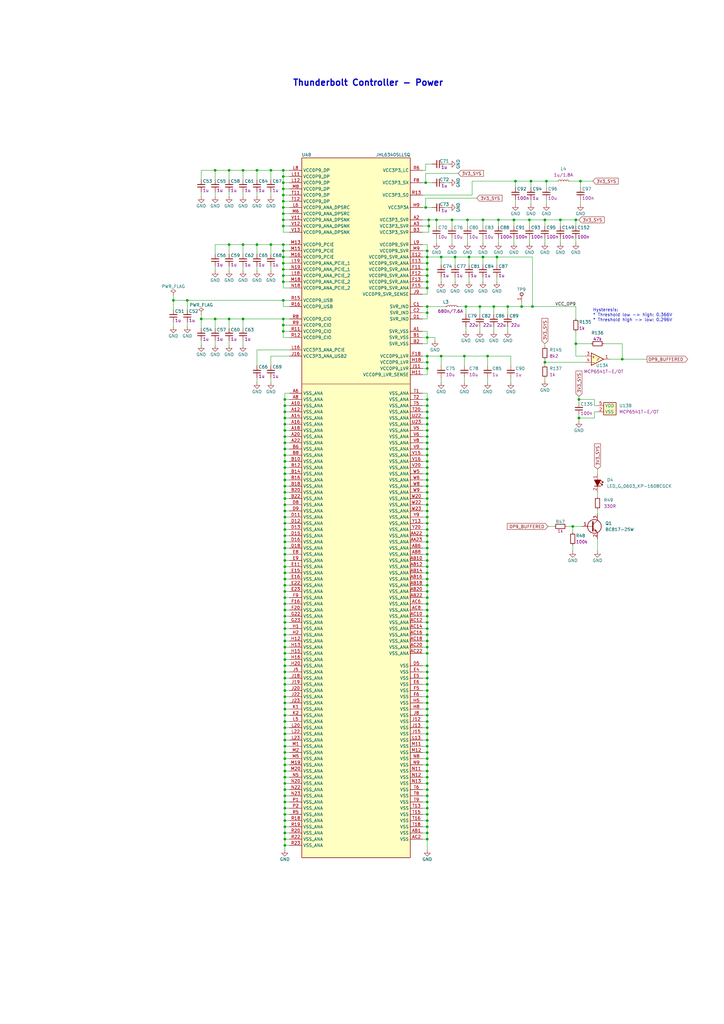
<source format=kicad_sch>
(kicad_sch (version 20211123) (generator eeschema)
  (paper "A3" portrait)
  (title_block (title "Thunderbolt GPU Adapter") (date "2023-11") (rev "1.2.0") (company "Antmicro Ltd") (comment 1 "www.antmicro.com"))
  (lib_symbols
    (symbol "C_100n_0402_1" (pin_numbers hide) (pin_names hide)
      (property "Reference" "C" (at 20.32 -5.08 0))
      (property "Val" "100n" (at 20.32 -7.62 0))
      (symbol "C_100n_0402_1_1_1"
        (pin passive line (at 0 0 0) (length 2.032) (name "~") (number "1"))
        (pin passive line (at 5.08 0 180) (length 2.032) (name "~") (number "2"))
      )
    )
    (symbol "C_100n_0402_2" (pin_numbers hide) (pin_names hide)
      (property "Reference" "C" (at 20.32 -5.08 0))
      (property "Val" "100n" (at 20.32 -7.62 0))
      (symbol "C_100n_0402_2_1_1"
        (pin passive line (at 0 0 0) (length 2.032) (name "~") (number "1"))
        (pin passive line (at 5.08 0 180) (length 2.032) (name "~") (number "2"))
      )
    )
    (symbol "C_100n_0402_3" (pin_numbers hide) (pin_names hide)
      (property "Reference" "C" (at 20.32 -5.08 0))
      (property "Val" "100n" (at 20.32 -7.62 0))
      (symbol "C_100n_0402_3_1_1"
        (pin passive line (at 0 0 0) (length 2.032) (name "~") (number "1"))
        (pin passive line (at 5.08 0 180) (length 2.032) (name "~") (number "2"))
      )
    )
    (symbol "C_100n_0402_4" (pin_numbers hide) (pin_names hide)
      (property "Reference" "C" (at 20.32 -5.08 0))
      (property "Val" "100n" (at 20.32 -7.62 0))
      (symbol "C_100n_0402_4_1_1"
        (pin passive line (at 0 0 0) (length 2.032) (name "~") (number "1"))
        (pin passive line (at 5.08 0 180) (length 2.032) (name "~") (number "2"))
      )
    )
    (symbol "C_100n_0402_5" (pin_numbers hide) (pin_names hide)
      (property "Reference" "C" (at 20.32 -5.08 0))
      (property "Val" "100n" (at 20.32 -7.62 0))
      (symbol "C_100n_0402_5_1_1"
        (pin passive line (at 0 0 0) (length 2.032) (name "~") (number "1"))
        (pin passive line (at 5.08 0 180) (length 2.032) (name "~") (number "2"))
      )
    )
    (symbol "C_100n_0402_6" (pin_numbers hide) (pin_names hide)
      (property "Reference" "C" (at 20.32 -5.08 0))
      (property "Val" "100n" (at 20.32 -7.62 0))
      (symbol "C_100n_0402_6_1_1"
        (pin passive line (at 0 0 0) (length 2.032) (name "~") (number "1"))
        (pin passive line (at 5.08 0 180) (length 2.032) (name "~") (number "2"))
      )
    )
    (symbol "C_10u_0402_1" (pin_numbers hide) (pin_names hide)
      (property "Reference" "C" (at 20.32 -5.08 0))
      (property "Val" "10u" (at 20.32 -7.62 0))
      (symbol "C_10u_0402_1_1_1"
        (pin passive line (at 0 0 0) (length 2.032) (name "~") (number "1"))
        (pin passive line (at 5.08 0 180) (length 2.032) (name "~") (number "2"))
      )
    )
    (symbol "C_10u_0402_2" (pin_numbers hide) (pin_names hide)
      (property "Reference" "C" (at 20.32 -5.08 0))
      (property "Val" "10u" (at 20.32 -7.62 0))
      (symbol "C_10u_0402_2_1_1"
        (pin passive line (at 0 0 0) (length 2.032) (name "~") (number "1"))
        (pin passive line (at 5.08 0 180) (length 2.032) (name "~") (number "2"))
      )
    )
    (symbol "C_10u_0402_3" (pin_numbers hide) (pin_names hide)
      (property "Reference" "C" (at 20.32 -5.08 0))
      (property "Val" "10u" (at 20.32 -7.62 0))
      (symbol "C_10u_0402_3_1_1"
        (pin passive line (at 0 0 0) (length 2.032) (name "~") (number "1"))
        (pin passive line (at 5.08 0 180) (length 2.032) (name "~") (number "2"))
      )
    )
    (symbol "C_10u_0402_4" (pin_numbers hide) (pin_names hide)
      (property "Reference" "C" (at 20.32 -5.08 0))
      (property "Val" "10u" (at 20.32 -7.62 0))
      (symbol "C_10u_0402_4_1_1"
        (pin passive line (at 0 0 0) (length 2.032) (name "~") (number "1"))
        (pin passive line (at 5.08 0 180) (length 2.032) (name "~") (number "2"))
      )
    )
    (symbol "C_10u_0402_5" (pin_numbers hide) (pin_names hide)
      (property "Reference" "C" (at 20.32 -5.08 0))
      (property "Val" "10u" (at 20.32 -7.62 0))
      (symbol "C_10u_0402_5_1_1"
        (pin passive line (at 0 0 0) (length 2.032) (name "~") (number "1"))
        (pin passive line (at 5.08 0 180) (length 2.032) (name "~") (number "2"))
      )
    )
    (symbol "C_10u_0402_6" (pin_numbers hide) (pin_names hide)
      (property "Reference" "C" (at 20.32 -5.08 0))
      (property "Val" "10u" (at 20.32 -7.62 0))
      (symbol "C_10u_0402_6_1_1"
        (pin passive line (at 0 0 0) (length 2.032) (name "~") (number "1"))
        (pin passive line (at 5.08 0 180) (length 2.032) (name "~") (number "2"))
      )
    )
    (symbol "C_1u_0402_1" (pin_numbers hide) (pin_names hide)
      (property "Reference" "C" (at 20.32 -5.08 0))
      (property "Val" "1u" (at 20.32 -7.62 0))
      (symbol "C_1u_0402_1_1_1"
        (pin passive line (at 0 0 0) (length 2.032) (name "~") (number "1"))
        (pin passive line (at 5.08 0 180) (length 2.032) (name "~") (number "2"))
      )
    )
    (symbol "C_1u_0402_10" (pin_numbers hide) (pin_names hide)
      (property "Reference" "C" (at 20.32 -5.08 0))
      (property "Val" "1u" (at 20.32 -7.62 0))
      (symbol "C_1u_0402_10_1_1"
        (pin passive line (at 0 0 0) (length 2.032) (name "~") (number "1"))
        (pin passive line (at 5.08 0 180) (length 2.032) (name "~") (number "2"))
      )
    )
    (symbol "C_1u_0402_11" (pin_numbers hide) (pin_names hide)
      (property "Reference" "C" (at 20.32 -5.08 0))
      (property "Val" "1u" (at 20.32 -7.62 0))
      (symbol "C_1u_0402_11_1_1"
        (pin passive line (at 0 0 0) (length 2.032) (name "~") (number "1"))
        (pin passive line (at 5.08 0 180) (length 2.032) (name "~") (number "2"))
      )
    )
    (symbol "C_1u_0402_12" (pin_numbers hide) (pin_names hide)
      (property "Reference" "C" (at 20.32 -5.08 0))
      (property "Val" "1u" (at 20.32 -7.62 0))
      (symbol "C_1u_0402_12_1_1"
        (pin passive line (at 0 0 0) (length 2.032) (name "~") (number "1"))
        (pin passive line (at 5.08 0 180) (length 2.032) (name "~") (number "2"))
      )
    )
    (symbol "C_1u_0402_13" (pin_numbers hide) (pin_names hide)
      (property "Reference" "C" (at 20.32 -5.08 0))
      (property "Val" "1u" (at 20.32 -7.62 0))
      (symbol "C_1u_0402_13_1_1"
        (pin passive line (at 0 0 0) (length 2.032) (name "~") (number "1"))
        (pin passive line (at 5.08 0 180) (length 2.032) (name "~") (number "2"))
      )
    )
    (symbol "C_1u_0402_14" (pin_numbers hide) (pin_names hide)
      (property "Reference" "C" (at 20.32 -5.08 0))
      (property "Val" "1u" (at 20.32 -7.62 0))
      (symbol "C_1u_0402_14_1_1"
        (pin passive line (at 0 0 0) (length 2.032) (name "~") (number "1"))
        (pin passive line (at 5.08 0 180) (length 2.032) (name "~") (number "2"))
      )
    )
    (symbol "C_1u_0402_15" (pin_numbers hide) (pin_names hide)
      (property "Reference" "C" (at 20.32 -5.08 0))
      (property "Val" "1u" (at 20.32 -7.62 0))
      (symbol "C_1u_0402_15_1_1"
        (pin passive line (at 0 0 0) (length 2.032) (name "~") (number "1"))
        (pin passive line (at 5.08 0 180) (length 2.032) (name "~") (number "2"))
      )
    )
    (symbol "C_1u_0402_16" (pin_numbers hide) (pin_names hide)
      (property "Reference" "C" (at 20.32 -5.08 0))
      (property "Val" "1u" (at 20.32 -7.62 0))
      (symbol "C_1u_0402_16_1_1"
        (pin passive line (at 0 0 0) (length 2.032) (name "~") (number "1"))
        (pin passive line (at 5.08 0 180) (length 2.032) (name "~") (number "2"))
      )
    )
    (symbol "C_1u_0402_17" (pin_numbers hide) (pin_names hide)
      (property "Reference" "C" (at 20.32 -5.08 0))
      (property "Val" "1u" (at 20.32 -7.62 0))
      (symbol "C_1u_0402_17_1_1"
        (pin passive line (at 0 0 0) (length 2.032) (name "~") (number "1"))
        (pin passive line (at 5.08 0 180) (length 2.032) (name "~") (number "2"))
      )
    )
    (symbol "C_1u_0402_18" (pin_numbers hide) (pin_names hide)
      (property "Reference" "C" (at 20.32 -5.08 0))
      (property "Val" "1u" (at 20.32 -7.62 0))
      (symbol "C_1u_0402_18_1_1"
        (pin passive line (at 0 0 0) (length 2.032) (name "~") (number "1"))
        (pin passive line (at 5.08 0 180) (length 2.032) (name "~") (number "2"))
      )
    )
    (symbol "C_1u_0402_19" (pin_numbers hide) (pin_names hide)
      (property "Reference" "C" (at 20.32 -5.08 0))
      (property "Val" "1u" (at 20.32 -7.62 0))
      (symbol "C_1u_0402_19_1_1"
        (pin passive line (at 0 0 0) (length 2.032) (name "~") (number "1"))
        (pin passive line (at 5.08 0 180) (length 2.032) (name "~") (number "2"))
      )
    )
    (symbol "C_1u_0402_2" (pin_numbers hide) (pin_names hide)
      (property "Reference" "C" (at 20.32 -5.08 0))
      (property "Val" "1u" (at 20.32 -7.62 0))
      (symbol "C_1u_0402_2_1_1"
        (pin passive line (at 0 0 0) (length 2.032) (name "~") (number "1"))
        (pin passive line (at 5.08 0 180) (length 2.032) (name "~") (number "2"))
      )
    )
    (symbol "C_1u_0402_20" (pin_numbers hide) (pin_names hide)
      (property "Reference" "C" (at 20.32 -5.08 0))
      (property "Val" "1u" (at 20.32 -7.62 0))
      (symbol "C_1u_0402_20_1_1"
        (pin passive line (at 0 0 0) (length 2.032) (name "~") (number "1"))
        (pin passive line (at 5.08 0 180) (length 2.032) (name "~") (number "2"))
      )
    )
    (symbol "C_1u_0402_21" (pin_numbers hide) (pin_names hide)
      (property "Reference" "C" (at 20.32 -5.08 0))
      (property "Val" "1u" (at 20.32 -7.62 0))
      (symbol "C_1u_0402_21_1_1"
        (pin passive line (at 0 0 0) (length 2.032) (name "~") (number "1"))
        (pin passive line (at 5.08 0 180) (length 2.032) (name "~") (number "2"))
      )
    )
    (symbol "C_1u_0402_22" (pin_numbers hide) (pin_names hide)
      (property "Reference" "C" (at 20.32 -5.08 0))
      (property "Val" "1u" (at 20.32 -7.62 0))
      (symbol "C_1u_0402_22_1_1"
        (pin passive line (at 0 0 0) (length 2.032) (name "~") (number "1"))
        (pin passive line (at 5.08 0 180) (length 2.032) (name "~") (number "2"))
      )
    )
    (symbol "C_1u_0402_23" (pin_numbers hide) (pin_names hide)
      (property "Reference" "C" (at 20.32 -5.08 0))
      (property "Val" "1u" (at 20.32 -7.62 0))
      (symbol "C_1u_0402_23_1_1"
        (pin passive line (at 0 0 0) (length 2.032) (name "~") (number "1"))
        (pin passive line (at 5.08 0 180) (length 2.032) (name "~") (number "2"))
      )
    )
    (symbol "C_1u_0402_24" (pin_numbers hide) (pin_names hide)
      (property "Reference" "C" (at 20.32 -5.08 0))
      (property "Val" "1u" (at 20.32 -7.62 0))
      (symbol "C_1u_0402_24_1_1"
        (pin passive line (at 0 0 0) (length 2.032) (name "~") (number "1"))
        (pin passive line (at 5.08 0 180) (length 2.032) (name "~") (number "2"))
      )
    )
    (symbol "C_1u_0402_25" (pin_numbers hide) (pin_names hide)
      (property "Reference" "C" (at 20.32 -5.08 0))
      (property "Val" "1u" (at 20.32 -7.62 0))
      (symbol "C_1u_0402_25_1_1"
        (pin passive line (at 0 0 0) (length 2.032) (name "~") (number "1"))
        (pin passive line (at 5.08 0 180) (length 2.032) (name "~") (number "2"))
      )
    )
    (symbol "C_1u_0402_26" (pin_numbers hide) (pin_names hide)
      (property "Reference" "C" (at 20.32 -5.08 0))
      (property "Val" "1u" (at 20.32 -7.62 0))
      (symbol "C_1u_0402_26_1_1"
        (pin passive line (at 0 0 0) (length 2.032) (name "~") (number "1"))
        (pin passive line (at 5.08 0 180) (length 2.032) (name "~") (number "2"))
      )
    )
    (symbol "C_1u_0402_27" (pin_numbers hide) (pin_names hide)
      (property "Reference" "C" (at 20.32 -5.08 0))
      (property "Val" "1u" (at 20.32 -7.62 0))
      (symbol "C_1u_0402_27_1_1"
        (pin passive line (at 0 0 0) (length 2.032) (name "~") (number "1"))
        (pin passive line (at 5.08 0 180) (length 2.032) (name "~") (number "2"))
      )
    )
    (symbol "C_1u_0402_28" (pin_numbers hide) (pin_names hide)
      (property "Reference" "C" (at 20.32 -5.08 0))
      (property "Val" "1u" (at 20.32 -7.62 0))
      (symbol "C_1u_0402_28_1_1"
        (pin passive line (at 0 0 0) (length 2.032) (name "~") (number "1"))
        (pin passive line (at 5.08 0 180) (length 2.032) (name "~") (number "2"))
      )
    )
    (symbol "C_1u_0402_29" (pin_numbers hide) (pin_names hide)
      (property "Reference" "C" (at 20.32 -5.08 0))
      (property "Val" "1u" (at 20.32 -7.62 0))
      (symbol "C_1u_0402_29_1_1"
        (pin passive line (at 0 0 0) (length 2.032) (name "~") (number "1"))
        (pin passive line (at 5.08 0 180) (length 2.032) (name "~") (number "2"))
      )
    )
    (symbol "C_1u_0402_3" (pin_numbers hide) (pin_names hide)
      (property "Reference" "C" (at 20.32 -5.08 0))
      (property "Val" "1u" (at 20.32 -7.62 0))
      (symbol "C_1u_0402_3_1_1"
        (pin passive line (at 0 0 0) (length 2.032) (name "~") (number "1"))
        (pin passive line (at 5.08 0 180) (length 2.032) (name "~") (number "2"))
      )
    )
    (symbol "C_1u_0402_4" (pin_numbers hide) (pin_names hide)
      (property "Reference" "C" (at 20.32 -5.08 0))
      (property "Val" "1u" (at 20.32 -7.62 0))
      (symbol "C_1u_0402_4_1_1"
        (pin passive line (at 0 0 0) (length 2.032) (name "~") (number "1"))
        (pin passive line (at 5.08 0 180) (length 2.032) (name "~") (number "2"))
      )
    )
    (symbol "C_1u_0402_5" (pin_numbers hide) (pin_names hide)
      (property "Reference" "C" (at 20.32 -5.08 0))
      (property "Val" "1u" (at 20.32 -7.62 0))
      (symbol "C_1u_0402_5_1_1"
        (pin passive line (at 0 0 0) (length 2.032) (name "~") (number "1"))
        (pin passive line (at 5.08 0 180) (length 2.032) (name "~") (number "2"))
      )
    )
    (symbol "C_1u_0402_6" (pin_numbers hide) (pin_names hide)
      (property "Reference" "C" (at 20.32 -5.08 0))
      (property "Val" "1u" (at 20.32 -7.62 0))
      (symbol "C_1u_0402_6_1_1"
        (pin passive line (at 0 0 0) (length 2.032) (name "~") (number "1"))
        (pin passive line (at 5.08 0 180) (length 2.032) (name "~") (number "2"))
      )
    )
    (symbol "C_1u_0402_7" (pin_numbers hide) (pin_names hide)
      (property "Reference" "C" (at 20.32 -5.08 0))
      (property "Val" "1u" (at 20.32 -7.62 0))
      (symbol "C_1u_0402_7_1_1"
        (pin passive line (at 0 0 0) (length 2.032) (name "~") (number "1"))
        (pin passive line (at 5.08 0 180) (length 2.032) (name "~") (number "2"))
      )
    )
    (symbol "C_1u_0402_8" (pin_numbers hide) (pin_names hide)
      (property "Reference" "C" (at 20.32 -5.08 0))
      (property "Val" "1u" (at 20.32 -7.62 0))
      (symbol "C_1u_0402_8_1_1"
        (pin passive line (at 0 0 0) (length 2.032) (name "~") (number "1"))
        (pin passive line (at 5.08 0 180) (length 2.032) (name "~") (number "2"))
      )
    )
    (symbol "C_1u_0402_9" (pin_numbers hide) (pin_names hide)
      (property "Reference" "C" (at 20.32 -5.08 0))
      (property "Val" "1u" (at 20.32 -7.62 0))
      (symbol "C_1u_0402_9_1_1"
        (pin passive line (at 0 0 0) (length 2.032) (name "~") (number "1"))
        (pin passive line (at 5.08 0 180) (length 2.032) (name "~") (number "2"))
      )
    )
    (symbol "R_1k_0402_1" (pin_numbers hide) (pin_names hide)
      (property "Reference" "R" (at 20.32 -5.08 0))
      (property "Val" "1k" (at 20.32 -7.62 0))
      (symbol "R_1k_0402_1_1_1"
        (pin passive line (at 0 0 0) (length 0.635) (name "~") (number "1"))
        (pin passive line (at 5.08 0 180) (length 0.635) (name "~") (number "2"))
      )
    )
    (symbol "R_1k_0402_2" (pin_numbers hide) (pin_names hide)
      (property "Reference" "R" (at 20.32 -5.08 0))
      (property "Val" "1k" (at 20.32 -7.62 0))
      (symbol "R_1k_0402_2_1_1"
        (pin passive line (at 0 0 0) (length 0.635) (name "~") (number "1"))
        (pin passive line (at 5.08 0 180) (length 0.635) (name "~") (number "2"))
      )
    )
    (symbol "antmicropower:PWR_FLAG" (power) (pin_numbers hide) (pin_names (offset 0) hide)
      (property "Value" "PWR_FLAG" (at 0 3.81 0))
      (symbol "PWR_FLAG_0_0"
        (pin power_out line (at 0 0 90) (length 0) (name "pwr") (number "1"))
      )
    )
    (symbol "thunderbolt-gpu-adapter:BC817-25W" (pin_names (offset 0) hide)
      (property "Reference" "Q" (at 22.86 0 0))
      (property "Value" "BC817-25W" (at 22.86 -2.54 0))
      (symbol "BC817-25W_1_1"
        (pin input line (at 0 0 0) (length 2.54) (name "B") (number "1"))
        (pin passive line (at 6.35 -5.08 90) (length 2.54) (name "E") (number "2"))
        (pin passive line (at 6.35 5.08 270) (length 2.54) (name "C") (number "3"))
      )
    )
    (symbol "thunderbolt-gpu-adapter:C_100n_0402" (pin_numbers hide) (pin_names hide)
      (property "Reference" "C" (at 20.32 -5.08 0))
      (property "Val" "100n" (at 20.32 -7.62 0))
      (symbol "C_100n_0402_1_1"
        (pin passive line (at 0 0 0) (length 2.032) (name "~") (number "1"))
        (pin passive line (at 5.08 0 180) (length 2.032) (name "~") (number "2"))
      )
    )
    (symbol "thunderbolt-gpu-adapter:C_10u_0402" (pin_numbers hide) (pin_names hide)
      (property "Reference" "C" (at 20.32 -5.08 0))
      (property "Val" "10u" (at 20.32 -7.62 0))
      (symbol "C_10u_0402_1_1"
        (pin passive line (at 0 0 0) (length 2.032) (name "~") (number "1"))
        (pin passive line (at 5.08 0 180) (length 2.032) (name "~") (number "2"))
      )
    )
    (symbol "thunderbolt-gpu-adapter:C_1u_0402" (pin_numbers hide) (pin_names hide)
      (property "Reference" "C" (at 20.32 -5.08 0))
      (property "Val" "1u" (at 20.32 -7.62 0))
      (symbol "C_1u_0402_1_1"
        (pin passive line (at 0 0 0) (length 2.032) (name "~") (number "1"))
        (pin passive line (at 5.08 0 180) (length 2.032) (name "~") (number "2"))
      )
    )
    (symbol "thunderbolt-gpu-adapter:C_1u_0402_10" (pin_numbers hide) (pin_names hide)
      (property "Reference" "C" (at 20.32 -5.08 0))
      (property "Val" "1u" (at 20.32 -7.62 0))
      (symbol "C_1u_0402_10_1_1"
        (pin passive line (at 0 0 0) (length 2.032) (name "~") (number "1"))
        (pin passive line (at 5.08 0 180) (length 2.032) (name "~") (number "2"))
      )
    )
    (symbol "thunderbolt-gpu-adapter:C_1u_0402_11" (pin_numbers hide) (pin_names hide)
      (property "Reference" "C" (at 20.32 -5.08 0))
      (property "Val" "1u" (at 20.32 -7.62 0))
      (symbol "C_1u_0402_11_1_1"
        (pin passive line (at 0 0 0) (length 2.032) (name "~") (number "1"))
        (pin passive line (at 5.08 0 180) (length 2.032) (name "~") (number "2"))
      )
    )
    (symbol "thunderbolt-gpu-adapter:C_1u_0402_12" (pin_numbers hide) (pin_names hide)
      (property "Reference" "C" (at 20.32 -5.08 0))
      (property "Val" "1u" (at 20.32 -7.62 0))
      (symbol "C_1u_0402_12_1_1"
        (pin passive line (at 0 0 0) (length 2.032) (name "~") (number "1"))
        (pin passive line (at 5.08 0 180) (length 2.032) (name "~") (number "2"))
      )
    )
    (symbol "thunderbolt-gpu-adapter:C_1u_0402_13" (pin_numbers hide) (pin_names hide)
      (property "Reference" "C" (at 20.32 -5.08 0))
      (property "Val" "1u" (at 20.32 -7.62 0))
      (symbol "C_1u_0402_13_1_1"
        (pin passive line (at 0 0 0) (length 2.032) (name "~") (number "1"))
        (pin passive line (at 5.08 0 180) (length 2.032) (name "~") (number "2"))
      )
    )
    (symbol "thunderbolt-gpu-adapter:C_1u_0402_14" (pin_numbers hide) (pin_names hide)
      (property "Reference" "C" (at 20.32 -5.08 0))
      (property "Val" "1u" (at 20.32 -7.62 0))
      (symbol "C_1u_0402_14_1_1"
        (pin passive line (at 0 0 0) (length 2.032) (name "~") (number "1"))
        (pin passive line (at 5.08 0 180) (length 2.032) (name "~") (number "2"))
      )
    )
    (symbol "thunderbolt-gpu-adapter:C_1u_0402_15" (pin_numbers hide) (pin_names hide)
      (property "Reference" "C" (at 20.32 -5.08 0))
      (property "Val" "1u" (at 20.32 -7.62 0))
      (symbol "C_1u_0402_15_1_1"
        (pin passive line (at 0 0 0) (length 2.032) (name "~") (number "1"))
        (pin passive line (at 5.08 0 180) (length 2.032) (name "~") (number "2"))
      )
    )
    (symbol "thunderbolt-gpu-adapter:C_1u_0402_16" (pin_numbers hide) (pin_names hide)
      (property "Reference" "C" (at 20.32 -5.08 0))
      (property "Val" "1u" (at 20.32 -7.62 0))
      (symbol "C_1u_0402_16_1_1"
        (pin passive line (at 0 0 0) (length 2.032) (name "~") (number "1"))
        (pin passive line (at 5.08 0 180) (length 2.032) (name "~") (number "2"))
      )
    )
    (symbol "thunderbolt-gpu-adapter:C_1u_0402_17" (pin_numbers hide) (pin_names hide)
      (property "Reference" "C" (at 20.32 -5.08 0))
      (property "Val" "1u" (at 20.32 -7.62 0))
      (symbol "C_1u_0402_17_1_1"
        (pin passive line (at 0 0 0) (length 2.032) (name "~") (number "1"))
        (pin passive line (at 5.08 0 180) (length 2.032) (name "~") (number "2"))
      )
    )
    (symbol "thunderbolt-gpu-adapter:C_1u_0402_18" (pin_numbers hide) (pin_names hide)
      (property "Reference" "C" (at 20.32 -5.08 0))
      (property "Val" "1u" (at 20.32 -7.62 0))
      (symbol "C_1u_0402_18_1_1"
        (pin passive line (at 0 0 0) (length 2.032) (name "~") (number "1"))
        (pin passive line (at 5.08 0 180) (length 2.032) (name "~") (number "2"))
      )
    )
    (symbol "thunderbolt-gpu-adapter:C_1u_0402_19" (pin_numbers hide) (pin_names hide)
      (property "Reference" "C" (at 20.32 -5.08 0))
      (property "Val" "1u" (at 20.32 -7.62 0))
      (symbol "C_1u_0402_19_1_1"
        (pin passive line (at 0 0 0) (length 2.032) (name "~") (number "1"))
        (pin passive line (at 5.08 0 180) (length 2.032) (name "~") (number "2"))
      )
    )
    (symbol "thunderbolt-gpu-adapter:C_1u_0402_20" (pin_numbers hide) (pin_names hide)
      (property "Reference" "C" (at 20.32 -5.08 0))
      (property "Val" "1u" (at 20.32 -7.62 0))
      (symbol "C_1u_0402_20_1_1"
        (pin passive line (at 0 0 0) (length 2.032) (name "~") (number "1"))
        (pin passive line (at 5.08 0 180) (length 2.032) (name "~") (number "2"))
      )
    )
    (symbol "thunderbolt-gpu-adapter:C_1u_0402_21" (pin_numbers hide) (pin_names hide)
      (property "Reference" "C" (at 20.32 -5.08 0))
      (property "Val" "1u" (at 20.32 -7.62 0))
      (symbol "C_1u_0402_21_1_1"
        (pin passive line (at 0 0 0) (length 2.032) (name "~") (number "1"))
        (pin passive line (at 5.08 0 180) (length 2.032) (name "~") (number "2"))
      )
    )
    (symbol "thunderbolt-gpu-adapter:C_1u_0402_22" (pin_numbers hide) (pin_names hide)
      (property "Reference" "C" (at 20.32 -5.08 0))
      (property "Val" "1u" (at 20.32 -7.62 0))
      (symbol "C_1u_0402_22_1_1"
        (pin passive line (at 0 0 0) (length 2.032) (name "~") (number "1"))
        (pin passive line (at 5.08 0 180) (length 2.032) (name "~") (number "2"))
      )
    )
    (symbol "thunderbolt-gpu-adapter:C_1u_0402_23" (pin_numbers hide) (pin_names hide)
      (property "Reference" "C" (at 20.32 -5.08 0))
      (property "Val" "1u" (at 20.32 -7.62 0))
      (symbol "C_1u_0402_23_1_1"
        (pin passive line (at 0 0 0) (length 2.032) (name "~") (number "1"))
        (pin passive line (at 5.08 0 180) (length 2.032) (name "~") (number "2"))
      )
    )
    (symbol "thunderbolt-gpu-adapter:C_1u_0402_24" (pin_numbers hide) (pin_names hide)
      (property "Reference" "C" (at 20.32 -5.08 0))
      (property "Val" "1u" (at 20.32 -7.62 0))
      (symbol "C_1u_0402_24_1_1"
        (pin passive line (at 0 0 0) (length 2.032) (name "~") (number "1"))
        (pin passive line (at 5.08 0 180) (length 2.032) (name "~") (number "2"))
      )
    )
    (symbol "thunderbolt-gpu-adapter:C_1u_0402_25" (pin_numbers hide) (pin_names hide)
      (property "Reference" "C" (at 20.32 -5.08 0))
      (property "Val" "1u" (at 20.32 -7.62 0))
      (symbol "C_1u_0402_25_1_1"
        (pin passive line (at 0 0 0) (length 2.032) (name "~") (number "1"))
        (pin passive line (at 5.08 0 180) (length 2.032) (name "~") (number "2"))
      )
    )
    (symbol "thunderbolt-gpu-adapter:C_1u_0402_26" (pin_numbers hide) (pin_names hide)
      (property "Reference" "C" (at 20.32 -5.08 0))
      (property "Val" "1u" (at 20.32 -7.62 0))
      (symbol "C_1u_0402_26_1_1"
        (pin passive line (at 0 0 0) (length 2.032) (name "~") (number "1"))
        (pin passive line (at 5.08 0 180) (length 2.032) (name "~") (number "2"))
      )
    )
    (symbol "thunderbolt-gpu-adapter:C_1u_0402_27" (pin_numbers hide) (pin_names hide)
      (property "Reference" "C" (at 20.32 -5.08 0))
      (property "Val" "1u" (at 20.32 -7.62 0))
      (symbol "C_1u_0402_27_1_1"
        (pin passive line (at 0 0 0) (length 2.032) (name "~") (number "1"))
        (pin passive line (at 5.08 0 180) (length 2.032) (name "~") (number "2"))
      )
    )
    (symbol "thunderbolt-gpu-adapter:C_1u_0402_28" (pin_numbers hide) (pin_names hide)
      (property "Reference" "C" (at 20.32 -5.08 0))
      (property "Val" "1u" (at 20.32 -7.62 0))
      (symbol "C_1u_0402_28_1_1"
        (pin passive line (at 0 0 0) (length 2.032) (name "~") (number "1"))
        (pin passive line (at 5.08 0 180) (length 2.032) (name "~") (number "2"))
      )
    )
    (symbol "thunderbolt-gpu-adapter:C_1u_0402_29" (pin_numbers hide) (pin_names hide)
      (property "Reference" "C" (at 20.32 -5.08 0))
      (property "Val" "1u" (at 20.32 -7.62 0))
      (symbol "C_1u_0402_29_1_1"
        (pin passive line (at 0 0 0) (length 2.032) (name "~") (number "1"))
        (pin passive line (at 5.08 0 180) (length 2.032) (name "~") (number "2"))
      )
    )
    (symbol "thunderbolt-gpu-adapter:C_22u_0603" (pin_numbers hide) (pin_names hide)
      (property "Reference" "C" (at 20.32 -5.08 0))
      (property "Val" "22u" (at 20.32 -7.62 0))
      (symbol "C_22u_0603_1_1"
        (pin passive line (at 0 0 0) (length 2.032) (name "~") (number "1"))
        (pin passive line (at 5.08 0 180) (length 2.032) (name "~") (number "2"))
      )
    )
    (symbol "thunderbolt-gpu-adapter:GND" (power) (pin_numbers hide) (pin_names hide)
      (property "Value" "GND" (at 8.89 -5.08 0))
      (symbol "GND_1_1"
        (pin power_in line (at 0 0 270) (length 0) (name "GND") (number "1"))
      )
    )
    (symbol "thunderbolt-gpu-adapter:JHL6340SLLSQ"
      (property "Reference" "U" (at 71.12 0 0))
      (property "Value" "JHL6340SLLSQ" (at 71.12 -2.54 0))
      (symbol "JHL6340SLLSQ_1_0"
        (text "DEBUG" (at 24.13 -264.16 0) (effects (font (size 1.27 1.27)) (justify left bottom)))
        (text "GPIO" (at 30.48 -106.68 900) (effects (font (size 1.27 1.27)) (justify left bottom)))
        (text "MISCELLANEOUS" (at 20.32 -167.64 0) (effects (font (size 1.27 1.27)) (justify left bottom)))
        (text "PCIe Gen3" (at 24.13 -17.78 0) (effects (font (size 1.27 1.27)) (justify left bottom)))
        (text "POC_GPIO" (at 30.48 -135.89 900) (effects (font (size 1.27 1.27)) (justify left bottom)))
        (text "SINK PORT 0" (at 26.67 -73.66 900) (effects (font (size 1.27 1.27)) (justify left bottom)))
        (text "SINK PORT 1" (at 26.67 -125.73 900) (effects (font (size 1.27 1.27)) (justify left bottom)))
        (text "SOURCE PORT 0" (at 30.48 -74.93 900) (effects (font (size 1.27 1.27)) (justify left bottom)))
        (text "TBT PORT A" (at 26.67 -217.17 900) (effects (font (size 1.27 1.27)) (justify left bottom)))
        (text "TBT PORT B" (at 30.48 -217.17 900) (effects (font (size 1.27 1.27)) (justify left bottom)))
      )
      (symbol "JHL6340SLLSQ_1_1"
        (pin output line (at 55.88 -200.66 180) (length 5.08) (name "PB_TX0_P") (number "A11"))
        (pin input line (at 55.88 -185.42 180) (length 5.08) (name "PB_RX0_P") (number "A13"))
        (pin input line (at 0 -193.04 0) (length 5.08) (name "PA_RX1_P") (number "A15"))
        (pin output line (at 0 -208.28 0) (length 5.08) (name "PA_TX1_P") (number "A17"))
        (pin output line (at 0 -200.66 0) (length 5.08) (name "PA_TX0_P") (number "A19"))
        (pin input line (at 0 -187.96 0) (length 5.08) (name "PA_RX0_N") (number "A21"))
        (pin passive line (at 55.88 -254 180) (length 5.08) (name "ATEST_P") (number "A23"))
        (pin input line (at 0 -233.68 0) (length 5.08) (name "PA_LSRX") (number "A4"))
        (pin output line (at 0 -231.14 0) (length 5.08) (name "PA_LSTX") (number "A5"))
        (pin input line (at 55.88 -195.58 180) (length 5.08) (name "PB_RX1_N") (number "A7"))
        (pin output line (at 55.88 -208.28 180) (length 5.08) (name "PB_TX1_P") (number "A9"))
        (pin bidirectional line (at 55.88 -116.84 180) (length 5.08) (name "GPIO_8") (number "AA1"))
        (pin passive line (at 0 -83.82 0) (length 5.08) (name "DPSNK0_HPD") (number "AA2"))
        (pin input line (at 0 -60.96 0) (length 5.08) (name "DPSNK0_ML2_P") (number "AB11"))
        (pin input line (at 0 -68.58 0) (length 5.08) (name "DPSNK0_ML3_P") (number "AB13"))
        (pin input line (at 0 -99.06 0) (length 5.08) (name "DPSNK1_ML0_P") (number "AB15"))
        (pin input line (at 0 -106.68 0) (length 5.08) (name "DPSNK1_ML1_P") (number "AB17"))
        (pin input line (at 0 -114.3 0) (length 5.08) (name "DPSNK1_ML2_P") (number "AB19"))
        (pin passive line (at 55.88 -274.32 180) (length 5.08) (name "MONDC_DPSRC") (number "AB2"))
        (pin input line (at 0 -121.92 0) (length 5.08) (name "DPSNK1_ML3_P") (number "AB21"))
        (pin passive line (at 0 -251.46 0) (length 5.08) (name "THERMDA") (number "AB23"))
        (pin output line (at 55.88 -170.18 180) (length 5.08) (name "EE_DI") (number "AB3"))
        (pin output line (at 55.88 -177.8 180) (length 5.08) (name "EE_CLK") (number "AB4"))
        (pin input line (at 55.88 -152.4 180) (length 5.08) (name "TEST_PWR_GOOD") (number "AB5"))
        (pin input line (at 0 -45.72 0) (length 5.08) (name "DPSNK0_ML0_P") (number "AB7"))
        (pin input line (at 0 -53.34 0) (length 5.08) (name "DPSNK0_ML1_P") (number "AB9"))
        (pin passive line (at 0 -261.62 0) (length 5.08) (name "TEST_EDM") (number "AC1"))
        (pin input line (at 0 -63.5 0) (length 5.08) (name "DPSNK0_ML2_N") (number "AC11"))
        (pin input line (at 0 -71.12 0) (length 5.08) (name "DPSNK0_ML3_N") (number "AC13"))
        (pin input line (at 0 -101.6 0) (length 5.08) (name "DPSNK1_ML0_N") (number "AC15"))
        (pin input line (at 0 -109.22 0) (length 5.08) (name "DPSNK1_ML1_N") (number "AC17"))
        (pin input line (at 0 -116.84 0) (length 5.08) (name "DPSNK1_ML2_N") (number "AC19"))
        (pin input line (at 0 -124.46 0) (length 5.08) (name "DPSNK1_ML3_N") (number "AC21"))
        (pin passive line (at 0 -248.92 0) (length 5.08) (name "THERMDA") (number "AC23"))
        (pin output line (at 55.88 -175.26 180) (length 5.08) (name "EE_CS_N") (number "AC3"))
        (pin input line (at 55.88 -172.72 180) (length 5.08) (name "EE_D0") (number "AC4"))
        (pin output line (at 0 -38.1 0) (length 5.08) (name "PCIE_CLKREQ_N") (number "AC5"))
        (pin input line (at 0 -48.26 0) (length 5.08) (name "DPSNK0_ML0_N") (number "AC7"))
        (pin input line (at 0 -55.88 0) (length 5.08) (name "DPSNK0_ML1_N") (number "AC9"))
        (pin output line (at 55.88 -203.2 180) (length 5.08) (name "PB_TX0_N") (number "B11"))
        (pin input line (at 55.88 -187.96 180) (length 5.08) (name "PB_RX0_N") (number "B13"))
        (pin input line (at 0 -195.58 0) (length 5.08) (name "PA_RX1_N") (number "B15"))
        (pin output line (at 0 -210.82 0) (length 5.08) (name "PA_TX1_N") (number "B17"))
        (pin output line (at 0 -203.2 0) (length 5.08) (name "PA_TX0_N") (number "B19"))
        (pin input line (at 0 -185.42 0) (length 5.08) (name "PA_RX0_P") (number "B21"))
        (pin passive line (at 55.88 -256.54 180) (length 5.08) (name "ATEST_N") (number "B23"))
        (pin output line (at 55.88 -231.14 180) (length 5.08) (name "PB_LSTX") (number "B4"))
        (pin input line (at 55.88 -233.68 180) (length 5.08) (name "PB_LSRX") (number "B5"))
        (pin input line (at 55.88 -193.04 180) (length 5.08) (name "PB_RX1_P") (number "B7"))
        (pin output line (at 55.88 -210.82 180) (length 5.08) (name "PB_TX1_N") (number "B9"))
        (pin passive line (at 0 -276.86 0) (length 5.08) (name "MONDC_CIO_1") (number "C22"))
        (pin passive line (at 0 -274.32 0) (length 5.08) (name "MONDC_CIO_0") (number "C23"))
        (pin bidirectional line (at 55.88 -226.06 180) (length 5.08) (name "PB_USB2_D_N") (number "D19"))
        (pin bidirectional line (at 55.88 -137.16 180) (length 5.08) (name "POC_GPIO_5") (number "D2"))
        (pin bidirectional line (at 0 -226.06 0) (length 5.08) (name "PA_USB2_D_N") (number "D20"))
        (pin input line (at 55.88 -162.56 180) (length 5.08) (name "XTAL_25_IN") (number "D22"))
        (pin input line (at 55.88 -165.1 180) (length 5.08) (name "XTAL_25_OUT") (number "D23"))
        (pin bidirectional line (at 55.88 -129.54 180) (length 5.08) (name "POC_GPIO_2") (number "D4"))
        (pin passive line (at 55.88 -248.92 180) (length 5.08) (name "MONDC_SVR") (number "D6"))
        (pin input line (at 55.88 -147.32 180) (length 5.08) (name "TEST_EN") (number "E1"))
        (pin passive line (at 55.88 -261.62 180) (length 5.08) (name "USB2_ATEST") (number "E18"))
        (pin bidirectional line (at 55.88 -223.52 180) (length 5.08) (name "PB_USB2_D_P") (number "E19"))
        (pin bidirectional line (at 55.88 -127 180) (length 5.08) (name "POC_GPIO_1") (number "E2"))
        (pin bidirectional line (at 0 -223.52 0) (length 5.08) (name "PA_USB2_D_P") (number "E20"))
        (pin bidirectional line (at 55.88 -139.7 180) (length 5.08) (name "POC_GPIO_6") (number "F1"))
        (pin passive line (at 55.88 -241.3 180) (length 5.08) (name "PB_USB2_RBIAS") (number "F19"))
        (pin bidirectional line (at 55.88 -134.62 180) (length 5.08) (name "POC_GPIO_4") (number "F2"))
        (pin input line (at 55.88 -25.4 180) (length 5.08) (name "PCIE_TX3_N") (number "F22"))
        (pin input line (at 55.88 -22.86 180) (length 5.08) (name "PCIE_TX3_P") (number "F23"))
        (pin input line (at 55.88 -157.48 180) (length 5.08) (name "RESET_N") (number "F4"))
        (pin passive line (at 55.88 -83.82 180) (length 5.08) (name "DPSRC_HPD") (number "G1"))
        (pin input line (at 55.88 -236.22 180) (length 5.08) (name "PB_DPSRC_HPD") (number "G2"))
        (pin passive line (at 0 -241.3 0) (length 5.08) (name "PA_USB2_RBIAS") (number "H19"))
        (pin input line (at 0 -25.4 0) (length 5.08) (name "PCIE_RX3_N") (number "H22"))
        (pin input line (at 0 -22.86 0) (length 5.08) (name "PCIE_RX3_P") (number "H23"))
        (pin bidirectional line (at 55.88 -132.08 180) (length 5.08) (name "POC_GPIO_3") (number "H4"))
        (pin passive line (at 0 -170.18 0) (length 5.08) (name "RBIAS") (number "H6"))
        (pin output line (at 55.88 -71.12 180) (length 5.08) (name "DPSRC_ML3_N") (number "J1"))
        (pin output line (at 55.88 -68.58 180) (length 5.08) (name "DPSRC_ML3_P") (number "J2"))
        (pin bidirectional line (at 55.88 -124.46 180) (length 5.08) (name "POC_GPIO_0") (number "J4"))
        (pin passive line (at 0 -177.8 0) (length 5.08) (name "RSENSE") (number "J6"))
        (pin input line (at 55.88 -17.78 180) (length 5.08) (name "PCIE_TX2_N") (number "K22"))
        (pin input line (at 55.88 -15.24 180) (length 5.08) (name "PCIE_TX2_P") (number "K23"))
        (pin output line (at 55.88 -63.5 180) (length 5.08) (name "DPSRC_ML2_N") (number "L1"))
        (pin passive line (at 0 -266.7 0) (length 5.08) (name "FUSE_VQPS_64") (number "L15"))
        (pin output line (at 55.88 -60.96 180) (length 5.08) (name "DPSRC_ML2_P") (number "L2"))
        (pin input line (at 55.88 -33.02 180) (length 5.08) (name "PERST_N") (number "L4"))
        (pin input line (at 0 -17.78 0) (length 5.08) (name "PCIE_RX2_N") (number "M22"))
        (pin input line (at 0 -15.24 0) (length 5.08) (name "PCIE_RX2_P") (number "M23"))
        (pin input line (at 0 -236.22 0) (length 5.08) (name "PA_DPSRC_HPD") (number "M4"))
        (pin output line (at 55.88 -55.88 180) (length 5.08) (name "DPSRC_ML1_N") (number "N1"))
        (pin passive line (at 0 -269.24 0) (length 5.08) (name "FUSE_VQPS_128") (number "N15"))
        (pin input line (at 55.88 -38.1 180) (length 5.08) (name "PCIE_RBIAS") (number "N16"))
        (pin output line (at 55.88 -53.34 180) (length 5.08) (name "DPSRC_ML1_P") (number "N2"))
        (pin passive line (at 0 -144.78 0) (length 5.08) (name "DPSNK1_DDC_DATA") (number "N4"))
        (pin passive line (at 55.88 -88.9 180) (length 5.08) (name "DPSRC_RBIAS") (number "N6"))
        (pin input line (at 55.88 -10.16 180) (length 5.08) (name "PCIE_TX1_N") (number "P22"))
        (pin input line (at 55.88 -7.62 180) (length 5.08) (name "PCIE_TX1_P") (number "P23"))
        (pin output line (at 55.88 -48.26 180) (length 5.08) (name "DPSRC_ML0_N") (number "R1"))
        (pin output line (at 55.88 -45.72 180) (length 5.08) (name "DPSRC_ML0_P") (number "R2"))
        (pin passive line (at 0 -91.44 0) (length 5.08) (name "DPSNK0_DDC_DATA") (number "R4"))
        (pin input line (at 0 -33.02 0) (length 5.08) (name "PCIE_REFCLK_100_IN_N") (number "T19"))
        (pin input line (at 0 -10.16 0) (length 5.08) (name "PCIE_RX1_N") (number "T22"))
        (pin input line (at 0 -7.62 0) (length 5.08) (name "PCIE_RX1_P") (number "T23"))
        (pin input line (at 0 -162.56 0) (length 5.08) (name "TCK") (number "T4"))
        (pin bidirectional line (at 55.88 -96.52 180) (length 5.08) (name "GPIO_0") (number "U1"))
        (pin bidirectional line (at 55.88 -99.06 180) (length 5.08) (name "GPIO_1") (number "U2"))
        (pin bidirectional line (at 55.88 -101.6 180) (length 5.08) (name "GPIO_2") (number "V1"))
        (pin passive line (at 0 -256.54 0) (length 5.08) (name "PCIE_ATEST") (number "V18"))
        (pin input line (at 0 -30.48 0) (length 5.08) (name "PCIE_REFCLK_100_IN_P") (number "V19"))
        (pin bidirectional line (at 55.88 -104.14 180) (length 5.08) (name "GPIO_3") (number "V2"))
        (pin input line (at 55.88 -2.54 180) (length 5.08) (name "PCIE_TX0_N") (number "V22"))
        (pin input line (at 55.88 0 180) (length 5.08) (name "PCIE_TX0_P") (number "V23"))
        (pin input line (at 0 -160.02 0) (length 5.08) (name "TMS") (number "V4"))
        (pin bidirectional line (at 55.88 -106.68 180) (length 5.08) (name "GPIO_4") (number "W1"))
        (pin bidirectional line (at 0 -78.74 0) (length 5.08) (name "DPSNK0_AUX_N") (number "W11"))
        (pin bidirectional line (at 0 -132.08 0) (length 5.08) (name "DPSNK1_AUX_N") (number "W12"))
        (pin passive line (at 55.88 -266.7 180) (length 5.08) (name "MONDC_DPSNK_0") (number "W13"))
        (pin bidirectional line (at 0 -218.44 0) (length 5.08) (name "PA_DPSRC_AUX_N") (number "W15"))
        (pin bidirectional line (at 55.88 -218.44 180) (length 5.08) (name "PB_DPSRC_AUX_N") (number "W16"))
        (pin passive line (at 55.88 -269.24 180) (length 5.08) (name "MONDC_DPSNK_1") (number "W18"))
        (pin bidirectional line (at 55.88 -76.2 180) (length 5.08) (name "DPSRC_AUX_P") (number "W19"))
        (pin bidirectional line (at 55.88 -109.22 180) (length 5.08) (name "GPIO_5") (number "W2"))
        (pin output line (at 0 -165.1 0) (length 5.08) (name "TDO") (number "W4"))
        (pin bidirectional line (at 55.88 -111.76 180) (length 5.08) (name "GPIO_6") (number "Y1"))
        (pin bidirectional line (at 0 -76.2 0) (length 5.08) (name "DPSNK0_AUXP") (number "Y11"))
        (pin bidirectional line (at 0 -129.54 0) (length 5.08) (name "DPSNK1_AUXP") (number "Y12"))
        (pin bidirectional line (at 0 -215.9 0) (length 5.08) (name "PA_DPSRC_AUX_P") (number "Y15"))
        (pin bidirectional line (at 55.88 -215.9 180) (length 5.08) (name "PB_DPSRC_AUX_P") (number "Y16"))
        (pin passive line (at 0 -149.86 0) (length 5.08) (name "DPSNK_RBIAS") (number "Y18"))
        (pin bidirectional line (at 55.88 -78.74 180) (length 5.08) (name "DPSRC_AUX_N") (number "Y19"))
        (pin bidirectional line (at 55.88 -114.3 180) (length 5.08) (name "GPIO_7") (number "Y2"))
        (pin input line (at 0 -2.54 0) (length 5.08) (name "PCIE_RX0_N") (number "Y22"))
        (pin input line (at 0 0 0) (length 5.08) (name "PCIE_RX0_P") (number "Y23"))
        (pin input line (at 0 -157.48 0) (length 5.08) (name "TDI") (number "Y4"))
        (pin passive line (at 0 -88.9 0) (length 5.08) (name "DPSNK0_DDC_CLK") (number "Y5"))
        (pin passive line (at 0 -137.16 0) (length 5.08) (name "DPSNK1_HPD") (number "Y6"))
        (pin passive line (at 0 -142.24 0) (length 5.08) (name "DPSNK1_DDC_CLK") (number "Y8"))
      )
      (symbol "JHL6340SLLSQ_2_1"
        (pin power_in line (at 54.61 -66.04 180) (length 5.08) (name "SVR_VSS") (number "A1"))
        (pin power_in line (at 0 -96.52 0) (length 5.08) (name "VSS_ANA") (number "A10"))
        (pin power_in line (at 0 -99.06 0) (length 5.08) (name "VSS_ANA") (number "A12"))
        (pin power_in line (at 0 -101.6 0) (length 5.08) (name "VSS_ANA") (number "A14"))
        (pin power_in line (at 0 -104.14 0) (length 5.08) (name "VSS_ANA") (number "A16"))
        (pin power_in line (at 0 -106.68 0) (length 5.08) (name "VSS_ANA") (number "A18"))
        (pin power_in line (at 54.61 -20.32 180) (length 5.08) (name "VCC3P3_SVR") (number "A2"))
        (pin power_in line (at 0 -109.22 0) (length 5.08) (name "VSS_ANA") (number "A20"))
        (pin power_in line (at 0 -111.76 0) (length 5.08) (name "VSS_ANA") (number "A22"))
        (pin power_in line (at 54.61 -22.86 180) (length 5.08) (name "VCC3P3_SVR") (number "A3"))
        (pin power_in line (at 0 -91.44 0) (length 5.08) (name "VSS_ANA") (number "A6"))
        (pin power_in line (at 0 -93.98 0) (length 5.08) (name "VSS_ANA") (number "A8"))
        (pin power_in line (at 54.61 -149.86 180) (length 5.08) (name "VSS_ANA") (number "AA22"))
        (pin power_in line (at 54.61 -152.4 180) (length 5.08) (name "VSS_ANA") (number "AA23"))
        (pin power_in line (at 54.61 -271.78 180) (length 5.08) (name "VSS") (number "AB1"))
        (pin power_in line (at 54.61 -160.02 180) (length 5.08) (name "VSS_ANA") (number "AB10"))
        (pin power_in line (at 54.61 -162.56 180) (length 5.08) (name "VSS_ANA") (number "AB12"))
        (pin power_in line (at 54.61 -165.1 180) (length 5.08) (name "VSS_ANA") (number "AB14"))
        (pin power_in line (at 54.61 -167.64 180) (length 5.08) (name "VSS_ANA") (number "AB16"))
        (pin power_in line (at 54.61 -170.18 180) (length 5.08) (name "VSS_ANA") (number "AB18"))
        (pin power_in line (at 54.61 -172.72 180) (length 5.08) (name "VSS_ANA") (number "AB20"))
        (pin power_in line (at 54.61 -175.26 180) (length 5.08) (name "VSS_ANA") (number "AB22"))
        (pin power_in line (at 54.61 -154.94 180) (length 5.08) (name "VSS_ANA") (number "AB6"))
        (pin power_in line (at 54.61 -157.48 180) (length 5.08) (name "VSS_ANA") (number "AB8"))
        (pin power_in line (at 54.61 -182.88 180) (length 5.08) (name "VSS_ANA") (number "AC10"))
        (pin power_in line (at 54.61 -185.42 180) (length 5.08) (name "VSS_ANA") (number "AC12"))
        (pin power_in line (at 54.61 -187.96 180) (length 5.08) (name "VSS_ANA") (number "AC14"))
        (pin power_in line (at 54.61 -190.5 180) (length 5.08) (name "VSS_ANA") (number "AC16"))
        (pin power_in line (at 54.61 -193.04 180) (length 5.08) (name "VSS_ANA") (number "AC18"))
        (pin power_in line (at 54.61 -274.32 180) (length 5.08) (name "VSS") (number "AC2"))
        (pin power_in line (at 54.61 -195.58 180) (length 5.08) (name "VSS_ANA") (number "AC20"))
        (pin power_in line (at 54.61 -198.12 180) (length 5.08) (name "VSS_ANA") (number "AC22"))
        (pin power_in line (at 54.61 -177.8 180) (length 5.08) (name "VSS_ANA") (number "AC6"))
        (pin power_in line (at 54.61 -180.34 180) (length 5.08) (name "VSS_ANA") (number "AC8"))
        (pin power_in line (at 54.61 -68.58 180) (length 5.08) (name "SVR_VSS") (number "B1"))
        (pin power_in line (at 0 -119.38 0) (length 5.08) (name "VSS_ANA") (number "B10"))
        (pin power_in line (at 0 -121.92 0) (length 5.08) (name "VSS_ANA") (number "B12"))
        (pin power_in line (at 0 -124.46 0) (length 5.08) (name "VSS_ANA") (number "B14"))
        (pin power_in line (at 0 -127 0) (length 5.08) (name "VSS_ANA") (number "B16"))
        (pin power_in line (at 0 -129.54 0) (length 5.08) (name "VSS_ANA") (number "B18"))
        (pin power_in line (at 54.61 -71.12 180) (length 5.08) (name "SVR_VSS") (number "B2"))
        (pin power_in line (at 0 -132.08 0) (length 5.08) (name "VSS_ANA") (number "B20"))
        (pin power_in line (at 0 -134.62 0) (length 5.08) (name "VSS_ANA") (number "B22"))
        (pin power_in line (at 54.61 -25.4 180) (length 5.08) (name "VCC3P3_SVR") (number "B3"))
        (pin power_in line (at 0 -114.3 0) (length 5.08) (name "VSS_ANA") (number "B6"))
        (pin power_in line (at 0 -116.84 0) (length 5.08) (name "VSS_ANA") (number "B8"))
        (pin power_out line (at 54.61 -55.88 180) (length 5.08) (name "SVR_IND") (number "C1"))
        (pin power_out line (at 54.61 -58.42 180) (length 5.08) (name "SVR_IND") (number "C2"))
        (pin power_out line (at 54.61 -60.96 180) (length 5.08) (name "SVR_IND") (number "D1"))
        (pin power_in line (at 0 -142.24 0) (length 5.08) (name "VSS_ANA") (number "D11"))
        (pin power_in line (at 0 -144.78 0) (length 5.08) (name "VSS_ANA") (number "D12"))
        (pin power_in line (at 0 -147.32 0) (length 5.08) (name "VSS_ANA") (number "D13"))
        (pin power_in line (at 0 -149.86 0) (length 5.08) (name "VSS_ANA") (number "D15"))
        (pin power_in line (at 0 -152.4 0) (length 5.08) (name "VSS_ANA") (number "D16"))
        (pin power_in line (at 0 -154.94 0) (length 5.08) (name "VSS_ANA") (number "D18"))
        (pin power_in line (at 54.61 -203.2 180) (length 5.08) (name "VSS") (number "D5"))
        (pin power_in line (at 0 -137.16 0) (length 5.08) (name "VSS_ANA") (number "D8"))
        (pin power_in line (at 0 -139.7 0) (length 5.08) (name "VSS_ANA") (number "D9"))
        (pin power_in line (at 0 -162.56 0) (length 5.08) (name "VSS_ANA") (number "E11"))
        (pin power_in line (at 54.61 -35.56 180) (length 5.08) (name "VCC0P9_SVR_ANA") (number "E12"))
        (pin power_in line (at 54.61 -38.1 180) (length 5.08) (name "VCC0P9_SVR_ANA") (number "E13"))
        (pin power_in line (at 0 -165.1 0) (length 5.08) (name "VSS_ANA") (number "E15"))
        (pin power_in line (at 0 -167.64 0) (length 5.08) (name "VSS_ANA") (number "E16"))
        (pin power_in line (at 0 -170.18 0) (length 5.08) (name "VSS_ANA") (number "E22"))
        (pin power_in line (at 0 -172.72 0) (length 5.08) (name "VSS_ANA") (number "E23"))
        (pin power_in line (at 54.61 -205.74 180) (length 5.08) (name "VSS") (number "E4"))
        (pin power_in line (at 54.61 -208.28 180) (length 5.08) (name "VSS") (number "E5"))
        (pin power_in line (at 54.61 -210.82 180) (length 5.08) (name "VSS") (number "E6"))
        (pin power_in line (at 0 -157.48 0) (length 5.08) (name "VSS_ANA") (number "E8"))
        (pin power_in line (at 0 -160.02 0) (length 5.08) (name "VSS_ANA") (number "E9"))
        (pin power_in line (at 54.61 -40.64 180) (length 5.08) (name "VCC0P9_SVR_ANA") (number "F11"))
        (pin power_in line (at 54.61 -43.18 180) (length 5.08) (name "VCC0P9_SVR_ANA") (number "F12"))
        (pin power_in line (at 54.61 -45.72 180) (length 5.08) (name "VCC0P9_SVR_ANA") (number "F13"))
        (pin power_in line (at 54.61 -48.26 180) (length 5.08) (name "VCC0P9_SVR_ANA") (number "F15"))
        (pin power_in line (at 0 -177.8 0) (length 5.08) (name "VSS_ANA") (number "F16"))
        (pin power_in line (at 54.61 -76.2 180) (length 5.08) (name "VCC0P9_LVR") (number "F18"))
        (pin power_in line (at 0 -180.34 0) (length 5.08) (name "VSS_ANA") (number "F20"))
        (pin power_in line (at 54.61 -213.36 180) (length 5.08) (name "VSS") (number "F5"))
        (pin power_in line (at 54.61 -215.9 180) (length 5.08) (name "VSS") (number "F6"))
        (pin power_in line (at 54.61 -5.08 180) (length 5.08) (name "VCC3P3_SX") (number "F8"))
        (pin power_in line (at 0 -175.26 0) (length 5.08) (name "VSS_ANA") (number "F9"))
        (pin power_in line (at 0 -182.88 0) (length 5.08) (name "VSS_ANA") (number "G22"))
        (pin power_in line (at 0 -185.42 0) (length 5.08) (name "VSS_ANA") (number "G23"))
        (pin power_in line (at 0 -187.96 0) (length 5.08) (name "VSS_ANA") (number "H1"))
        (pin power_in line (at 54.61 -83.82 180) (length 5.08) (name "VCC0P9_LVR_SENSE") (number "H11"))
        (pin power_in line (at 0 -193.04 0) (length 5.08) (name "VSS_ANA") (number "H12"))
        (pin power_in line (at 0 -195.58 0) (length 5.08) (name "VSS_ANA") (number "H13"))
        (pin power_in line (at 0 -198.12 0) (length 5.08) (name "VSS_ANA") (number "H15"))
        (pin power_in line (at 0 -200.66 0) (length 5.08) (name "VSS_ANA") (number "H16"))
        (pin power_in line (at 54.61 -78.74 180) (length 5.08) (name "VCC0P9_LVR") (number "H18"))
        (pin power_in line (at 0 -190.5 0) (length 5.08) (name "VSS_ANA") (number "H2"))
        (pin power_in line (at 0 -203.2 0) (length 5.08) (name "VSS_ANA") (number "H20"))
        (pin power_in line (at 54.61 -218.44 180) (length 5.08) (name "VSS") (number "H5"))
        (pin power_in line (at 54.61 -220.98 180) (length 5.08) (name "VSS") (number "H8"))
        (pin power_in line (at 54.61 -15.24 180) (length 5.08) (name "VCC3P3A") (number "H9"))
        (pin power_in line (at 54.61 -81.28 180) (length 5.08) (name "VCC0P9_LVR") (number "J11"))
        (pin power_in line (at 54.61 -226.06 180) (length 5.08) (name "VSS") (number "J12"))
        (pin power_in line (at 54.61 -228.6 180) (length 5.08) (name "VSS") (number "J13"))
        (pin power_in line (at 54.61 -231.14 180) (length 5.08) (name "VSS") (number "J15"))
        (pin power_in line (at 0 -76.2 0) (length 5.08) (name "VCC3P3_ANA_USB2") (number "J16"))
        (pin power_in line (at 0 -208.28 0) (length 5.08) (name "VSS_ANA") (number "J18"))
        (pin power_in line (at 0 -210.82 0) (length 5.08) (name "VSS_ANA") (number "J19"))
        (pin power_in line (at 0 -213.36 0) (length 5.08) (name "VSS_ANA") (number "J20"))
        (pin power_in line (at 0 -215.9 0) (length 5.08) (name "VSS_ANA") (number "J22"))
        (pin power_in line (at 0 -218.44 0) (length 5.08) (name "VSS_ANA") (number "J23"))
        (pin power_in line (at 0 -205.74 0) (length 5.08) (name "VSS_ANA") (number "J5"))
        (pin power_in line (at 54.61 -223.52 180) (length 5.08) (name "VSS") (number "J8"))
        (pin power_in line (at 54.61 -50.8 180) (length 5.08) (name "VCC0P9_SVR_SENSE") (number "J9"))
        (pin power_in line (at 0 -220.98 0) (length 5.08) (name "VSS_ANA") (number "K1"))
        (pin power_in line (at 0 -223.52 0) (length 5.08) (name "VSS_ANA") (number "K2"))
        (pin power_in line (at 0 -2.54 0) (length 5.08) (name "VCC0P9_DP") (number "L11"))
        (pin power_in line (at 0 -5.08 0) (length 5.08) (name "VCC0P9_DP") (number "L12"))
        (pin power_in line (at 54.61 -233.68 180) (length 5.08) (name "VSS") (number "L13"))
        (pin power_in line (at 0 -73.66 0) (length 5.08) (name "VCC3P3_ANA_PCIE") (number "L16"))
        (pin power_in line (at 0 -43.18 0) (length 5.08) (name "VCC0P9_ANA_PCIE_2") (number "L18"))
        (pin power_in line (at 0 -38.1 0) (length 5.08) (name "VCC0P9_ANA_PCIE_1") (number "L19"))
        (pin power_in line (at 0 -228.6 0) (length 5.08) (name "VSS_ANA") (number "L20"))
        (pin power_in line (at 0 -231.14 0) (length 5.08) (name "VSS_ANA") (number "L22"))
        (pin power_in line (at 0 -233.68 0) (length 5.08) (name "VSS_ANA") (number "L23"))
        (pin power_in line (at 0 -226.06 0) (length 5.08) (name "VSS_ANA") (number "L5"))
        (pin power_in line (at 0 -15.24 0) (length 5.08) (name "VCC0P9_ANA_DPSRC") (number "L6"))
        (pin power_in line (at 0 0 0) (length 5.08) (name "VCC0P9_DP") (number "L8"))
        (pin power_in line (at 54.61 -30.48 180) (length 5.08) (name "VCC0P9_SVR") (number "L9"))
        (pin power_in line (at 0 -236.22 0) (length 5.08) (name "VSS_ANA") (number "M1"))
        (pin power_in line (at 54.61 -236.22 180) (length 5.08) (name "VSS") (number "M11"))
        (pin power_in line (at 54.61 -238.76 180) (length 5.08) (name "VSS") (number "M12"))
        (pin power_in line (at 0 -30.48 0) (length 5.08) (name "VCC0P9_PCIE") (number "M13"))
        (pin power_in line (at 0 -33.02 0) (length 5.08) (name "VCC0P9_PCIE") (number "M15"))
        (pin power_in line (at 0 -35.56 0) (length 5.08) (name "VCC0P9_PCIE") (number "M16"))
        (pin power_in line (at 0 -45.72 0) (length 5.08) (name "VCC0P9_ANA_PCIE_2") (number "M18"))
        (pin power_in line (at 0 -243.84 0) (length 5.08) (name "VSS_ANA") (number "M19"))
        (pin power_in line (at 0 -238.76 0) (length 5.08) (name "VSS_ANA") (number "M2"))
        (pin power_in line (at 0 -246.38 0) (length 5.08) (name "VSS_ANA") (number "M20"))
        (pin power_in line (at 0 -241.3 0) (length 5.08) (name "VSS_ANA") (number "M5"))
        (pin power_in line (at 0 -17.78 0) (length 5.08) (name "VCC0P9_ANA_DPSRC") (number "M6"))
        (pin power_in line (at 0 -7.62 0) (length 5.08) (name "VCC0P9_DP") (number "M8"))
        (pin power_in line (at 54.61 -33.02 180) (length 5.08) (name "VCC0P9_SVR") (number "M9"))
        (pin power_in line (at 54.61 -246.38 180) (length 5.08) (name "VSS") (number "N11"))
        (pin power_in line (at 54.61 -248.92 180) (length 5.08) (name "VSS") (number "N12"))
        (pin power_in line (at 54.61 -251.46 180) (length 5.08) (name "VSS") (number "N13"))
        (pin power_in line (at 0 -48.26 0) (length 5.08) (name "VCC0P9_ANA_PCIE_2") (number "N18"))
        (pin power_in line (at 0 -40.64 0) (length 5.08) (name "VCC0P9_ANA_PCIE_1") (number "N19"))
        (pin power_in line (at 0 -251.46 0) (length 5.08) (name "VSS_ANA") (number "N20"))
        (pin power_in line (at 0 -254 0) (length 5.08) (name "VSS_ANA") (number "N22"))
        (pin power_in line (at 0 -256.54 0) (length 5.08) (name "VSS_ANA") (number "N23"))
        (pin power_in line (at 0 -248.92 0) (length 5.08) (name "VSS_ANA") (number "N5"))
        (pin power_in line (at 54.61 -241.3 180) (length 5.08) (name "VSS") (number "N8"))
        (pin power_in line (at 54.61 -243.84 180) (length 5.08) (name "VSS") (number "N9"))
        (pin power_in line (at 0 -259.08 0) (length 5.08) (name "VSS_ANA") (number "P1"))
        (pin power_in line (at 0 -261.62 0) (length 5.08) (name "VSS_ANA") (number "P2"))
        (pin power_in line (at 0 -66.04 0) (length 5.08) (name "VCC0P9_CIO") (number "R11"))
        (pin power_in line (at 0 -68.58 0) (length 5.08) (name "VCC0P9_CIO") (number "R12"))
        (pin power_in line (at 54.61 -10.16 180) (length 5.08) (name "VCC3P3_S0") (number "R13"))
        (pin power_in line (at 0 -53.34 0) (length 5.08) (name "VCC0P9_USB") (number "R15"))
        (pin power_in line (at 0 -55.88 0) (length 5.08) (name "VCC0P9_USB") (number "R16"))
        (pin power_in line (at 0 -266.7 0) (length 5.08) (name "VSS_ANA") (number "R18"))
        (pin power_in line (at 0 -269.24 0) (length 5.08) (name "VSS_ANA") (number "R19"))
        (pin power_in line (at 0 -271.78 0) (length 5.08) (name "VSS_ANA") (number "R20"))
        (pin power_in line (at 0 -274.32 0) (length 5.08) (name "VSS_ANA") (number "R22"))
        (pin power_in line (at 0 -276.86 0) (length 5.08) (name "VSS_ANA") (number "R23"))
        (pin power_in line (at 0 -264.16 0) (length 5.08) (name "VSS_ANA") (number "R5"))
        (pin power_in line (at 54.61 0 180) (length 5.08) (name "VCC3P3_LC") (number "R6"))
        (pin power_in line (at 0 -60.96 0) (length 5.08) (name "VCC0P9_CIO") (number "R8"))
        (pin power_in line (at 0 -63.5 0) (length 5.08) (name "VCC0P9_CIO") (number "R9"))
        (pin power_in line (at 54.61 -91.44 180) (length 5.08) (name "VSS_ANA") (number "T1"))
        (pin power_in line (at 0 -10.16 0) (length 5.08) (name "VCC0P9_DP") (number "T11"))
        (pin power_in line (at 0 -12.7 0) (length 5.08) (name "VCC0P9_DP") (number "T12"))
        (pin power_in line (at 54.61 -261.62 180) (length 5.08) (name "VSS") (number "T13"))
        (pin power_in line (at 54.61 -264.16 180) (length 5.08) (name "VSS") (number "T15"))
        (pin power_in line (at 54.61 -266.7 180) (length 5.08) (name "VSS") (number "T16"))
        (pin power_in line (at 54.61 -269.24 180) (length 5.08) (name "VSS") (number "T18"))
        (pin power_in line (at 54.61 -93.98 180) (length 5.08) (name "VSS_ANA") (number "T2"))
        (pin power_in line (at 54.61 -99.06 180) (length 5.08) (name "VSS_ANA") (number "T20"))
        (pin power_in line (at 54.61 -96.52 180) (length 5.08) (name "VSS_ANA") (number "T5"))
        (pin power_in line (at 54.61 -254 180) (length 5.08) (name "VSS") (number "T6"))
        (pin power_in line (at 54.61 -256.54 180) (length 5.08) (name "VSS") (number "T8"))
        (pin power_in line (at 54.61 -259.08 180) (length 5.08) (name "VSS") (number "T9"))
        (pin power_in line (at 54.61 -101.6 180) (length 5.08) (name "VSS_ANA") (number "U22"))
        (pin power_in line (at 54.61 -104.14 180) (length 5.08) (name "VSS_ANA") (number "U23"))
        (pin power_in line (at 0 -20.32 0) (length 5.08) (name "VCC0P9_ANA_DPSNK") (number "V11"))
        (pin power_in line (at 0 -22.86 0) (length 5.08) (name "VCC0P9_ANA_DPSNK") (number "V12"))
        (pin power_in line (at 0 -25.4 0) (length 5.08) (name "VCC0P9_ANA_DPSNK") (number "V13"))
        (pin power_in line (at 54.61 -116.84 180) (length 5.08) (name "VSS_ANA") (number "V15"))
        (pin power_in line (at 54.61 -119.38 180) (length 5.08) (name "VSS_ANA") (number "V16"))
        (pin power_in line (at 54.61 -121.92 180) (length 5.08) (name "VSS_ANA") (number "V20"))
        (pin power_in line (at 54.61 -106.68 180) (length 5.08) (name "VSS_ANA") (number "V5"))
        (pin power_in line (at 54.61 -109.22 180) (length 5.08) (name "VSS_ANA") (number "V6"))
        (pin power_in line (at 54.61 -111.76 180) (length 5.08) (name "VSS_ANA") (number "V8"))
        (pin power_in line (at 54.61 -114.3 180) (length 5.08) (name "VSS_ANA") (number "V9"))
        (pin power_in line (at 54.61 -134.62 180) (length 5.08) (name "VSS_ANA") (number "W20"))
        (pin power_in line (at 54.61 -137.16 180) (length 5.08) (name "VSS_ANA") (number "W22"))
        (pin power_in line (at 54.61 -139.7 180) (length 5.08) (name "VSS_ANA") (number "W23"))
        (pin power_in line (at 54.61 -124.46 180) (length 5.08) (name "VSS_ANA") (number "W5"))
        (pin power_in line (at 54.61 -127 180) (length 5.08) (name "VSS_ANA") (number "W6"))
        (pin power_in line (at 54.61 -129.54 180) (length 5.08) (name "VSS_ANA") (number "W8"))
        (pin power_in line (at 54.61 -132.08 180) (length 5.08) (name "VSS_ANA") (number "W9"))
        (pin power_in line (at 54.61 -144.78 180) (length 5.08) (name "VSS_ANA") (number "Y13"))
        (pin power_in line (at 54.61 -147.32 180) (length 5.08) (name "VSS_ANA") (number "Y20"))
        (pin power_in line (at 54.61 -142.24 180) (length 5.08) (name "VSS_ANA") (number "Y9"))
      )
    )
    (symbol "thunderbolt-gpu-adapter:LED_G_0603_KP-1608CGCK" (pin_names hide)
      (property "Reference" "D" (at 22.86 -5.08 0))
      (property "Value" "LED_G_0603_KP-1608CGCK" (at 22.86 -7.62 0))
      (symbol "LED_G_0603_KP-1608CGCK_1_1"
        (pin passive line (at 0 0 0) (length 2.54) (name "1") (number "1"))
        (pin passive line (at 7.62 0 180) (length 2.54) (name "2") (number "2"))
      )
    )
    (symbol "thunderbolt-gpu-adapter:L_1u_1.8A_0603" (pin_numbers hide) (pin_names hide)
      (property "Reference" "L" (at 13.97 0 0))
      (property "Val" "1u/1.8A" (at 13.97 -5.08 0))
      (symbol "L_1u_1.8A_0603_1_1"
        (pin passive line (at 0 0 0) (length 0.508) (name "~") (number "1"))
        (pin passive line (at 5.08 0 180) (length 0.508) (name "~") (number "2"))
      )
    )
    (symbol "thunderbolt-gpu-adapter:L_680n_7.6A_IHLP1616BZ" (pin_numbers hide) (pin_names hide)
      (property "Reference" "L" (at 13.97 0 0))
      (property "Val" "680n/7.6A" (at 13.97 -5.08 0))
      (symbol "L_680n_7.6A_IHLP1616BZ_1_1"
        (pin passive line (at 0 0 0) (length 0.508) (name "~") (number "1"))
        (pin passive line (at 5.08 0 180) (length 0.508) (name "~") (number "2"))
      )
    )
    (symbol "thunderbolt-gpu-adapter:MCP6541_SOT23-5_Split"
      (property "Reference" "U" (at 25.4 -5.08 0))
      (property "MPN" "MCP6541T-E/OT" (at 25.4 -15.24 0))
      (symbol "MCP6541_SOT23-5_Split_1_1"
        (text "+" (at 2.54 -1.016 0) (effects (font (size 1.27 1.27)) (justify left bottom)))
        (text "-" (at 2.54 -3.302 0) (effects (font (size 1.27 1.27)) (justify left bottom)))
        (pin output line (at 10.16 -1.27 180) (length 2.54) (name "") (number "1"))
        (pin input line (at 0 0 0) (length 2.54) (name "") (number "3"))
        (pin input line (at 0 -2.54 0) (length 2.54) (name "") (number "4"))
      )
      (symbol "MCP6541_SOT23-5_Split_2_1"
        (pin power_in line (at 0 -2.54 0) (length 2.54) (name "VSS") (number "2"))
        (pin power_in line (at 0 0 0) (length 2.54) (name "VDD") (number "5"))
      )
    )
    (symbol "thunderbolt-gpu-adapter:R_100k_0402" (pin_numbers hide) (pin_names hide)
      (property "Reference" "R" (at 20.32 -5.08 0))
      (property "Val" "100k" (at 20.32 -7.62 0))
      (symbol "R_100k_0402_1_1"
        (pin passive line (at 0 0 0) (length 0.635) (name "~") (number "1"))
        (pin passive line (at 5.08 0 180) (length 0.635) (name "~") (number "2"))
      )
    )
    (symbol "thunderbolt-gpu-adapter:R_1k_0402" (pin_numbers hide) (pin_names hide)
      (property "Reference" "R" (at 20.32 -5.08 0))
      (property "Val" "1k" (at 20.32 -7.62 0))
      (symbol "R_1k_0402_1_1"
        (pin passive line (at 0 0 0) (length 0.635) (name "~") (number "1"))
        (pin passive line (at 5.08 0 180) (length 0.635) (name "~") (number "2"))
      )
    )
    (symbol "thunderbolt-gpu-adapter:R_330R_0402" (pin_numbers hide) (pin_names hide)
      (property "Reference" "R" (at 20.32 -5.08 0))
      (property "Val" "330R" (at 20.32 -7.62 0))
      (symbol "R_330R_0402_1_1"
        (pin passive line (at 0 0 0) (length 0.635) (name "~") (number "1"))
        (pin passive line (at 5.08 0 180) (length 0.635) (name "~") (number "2"))
      )
    )
    (symbol "thunderbolt-gpu-adapter:R_47k_0402" (pin_numbers hide) (pin_names hide)
      (property "Reference" "R" (at 20.32 -5.08 0))
      (property "Val" "47k" (at 20.32 -7.62 0))
      (symbol "R_47k_0402_1_1"
        (pin passive line (at 0 0 0) (length 0.635) (name "~") (number "1"))
        (pin passive line (at 5.08 0 180) (length 0.635) (name "~") (number "2"))
      )
    )
    (symbol "thunderbolt-gpu-adapter:R_8k2_0402" (pin_numbers hide) (pin_names hide)
      (property "Reference" "R" (at 20.32 -5.08 0))
      (property "Val" "8k2" (at 20.32 -7.62 0))
      (symbol "R_8k2_0402_1_1"
        (pin passive line (at 0 0 0) (length 0.635) (name "~") (number "1"))
        (pin passive line (at 5.08 0 180) (length 0.635) (name "~") (number "2"))
      )
    )
    (symbol "thunderbolt-gpu-adapter:TP_1mm_SMD" (pin_names hide) (in_bom no)
      (property "Reference" "TP" (at 15.24 -5.08 0))
      (symbol "TP_1mm_SMD_1_1"
        (pin passive line (at 0 0 0) (length 2.54) (name "1") (number "1"))
      )
    )
  )
  (junction (at 116.205 80.01))
  (junction (at 174.625 74.93))
  (junction (at 180.975 146.05))
  (junction (at 175.26 166.37))
  (junction (at 116.84 199.39))
  (junction (at 116.84 273.05))
  (junction (at 76.835 123.19))
  (junction (at 175.26 318.77))
  (junction (at 175.26 255.27))
  (junction (at 175.26 146.05))
  (junction (at 116.84 212.09))
  (junction (at 174.625 85.09))
  (junction (at 116.205 92.71))
  (junction (at 116.84 270.51))
  (junction (at 116.84 323.85))
  (junction (at 175.26 267.97))
  (junction (at 175.26 339.09))
  (junction (at 116.84 257.81))
  (junction (at 175.26 102.87))
  (junction (at 116.84 303.53))
  (junction (at 200.025 146.05))
  (junction (at 175.26 341.63))
  (junction (at 116.205 85.09))
  (junction (at 116.84 265.43))
  (junction (at 217.17 90.17))
  (junction (at 116.205 74.93))
  (junction (at 218.44 125.73))
  (junction (at 204.47 90.17))
  (junction (at 116.84 288.29))
  (junction (at 185.42 90.17))
  (junction (at 175.26 227.33))
  (junction (at 116.84 280.67))
  (junction (at 255.27 147.32))
  (junction (at 175.26 199.39))
  (junction (at 175.26 321.31))
  (junction (at 116.84 283.21))
  (junction (at 175.895 90.17))
  (junction (at 116.84 229.87))
  (junction (at 116.84 293.37))
  (junction (at 223.52 90.17))
  (junction (at 116.84 176.53))
  (junction (at 116.84 255.27))
  (junction (at 196.85 125.73))
  (junction (at 116.84 181.61))
  (junction (at 175.26 186.69))
  (junction (at 217.805 74.295))
  (junction (at 175.26 260.35))
  (junction (at 175.26 209.55))
  (junction (at 175.26 278.13))
  (junction (at 116.84 237.49))
  (junction (at 175.26 196.85))
  (junction (at 175.26 201.93))
  (junction (at 116.84 250.19))
  (junction (at 175.26 219.71))
  (junction (at 116.84 252.73))
  (junction (at 116.84 260.35))
  (junction (at 111.125 100.33))
  (junction (at 116.84 262.89))
  (junction (at 175.26 234.95))
  (junction (at 99.695 100.33))
  (junction (at 175.26 323.85))
  (junction (at 116.84 166.37))
  (junction (at 191.135 125.73))
  (junction (at 175.26 290.83))
  (junction (at 116.84 207.01))
  (junction (at 116.84 341.63))
  (junction (at 116.205 107.95))
  (junction (at 175.26 303.53))
  (junction (at 111.125 69.85))
  (junction (at 210.82 90.17))
  (junction (at 116.84 267.97))
  (junction (at 186.69 105.41))
  (junction (at 93.98 100.33))
  (junction (at 175.26 293.37))
  (junction (at 99.695 69.85))
  (junction (at 175.26 245.11))
  (junction (at 175.26 240.03))
  (junction (at 93.98 130.81))
  (junction (at 175.26 107.95))
  (junction (at 236.22 140.97))
  (junction (at 116.205 82.55))
  (junction (at 116.84 242.57))
  (junction (at 234.95 215.9))
  (junction (at 116.84 224.79))
  (junction (at 191.77 90.17))
  (junction (at 116.84 186.69))
  (junction (at 116.84 196.85))
  (junction (at 116.205 110.49))
  (junction (at 175.26 306.07))
  (junction (at 175.26 179.07))
  (junction (at 179.07 90.17))
  (junction (at 175.26 336.55))
  (junction (at 116.205 130.81))
  (junction (at 211.455 74.295))
  (junction (at 175.26 237.49))
  (junction (at 116.84 306.07))
  (junction (at 175.26 328.93))
  (junction (at 116.84 189.23))
  (junction (at 175.26 247.65))
  (junction (at 175.26 222.25))
  (junction (at 192.405 105.41))
  (junction (at 116.205 113.03))
  (junction (at 116.84 179.07))
  (junction (at 175.26 344.17))
  (junction (at 175.26 212.09))
  (junction (at 116.84 321.31))
  (junction (at 116.84 346.71))
  (junction (at 175.26 295.91))
  (junction (at 116.205 123.19))
  (junction (at 116.84 245.11))
  (junction (at 229.87 90.17))
  (junction (at 175.26 229.87))
  (junction (at 116.84 318.77))
  (junction (at 116.84 247.65))
  (junction (at 88.265 130.81))
  (junction (at 175.26 138.43))
  (junction (at 116.84 336.55))
  (junction (at 198.12 90.17))
  (junction (at 116.84 275.59))
  (junction (at 175.26 252.73))
  (junction (at 175.26 308.61))
  (junction (at 175.26 334.01))
  (junction (at 175.26 118.11))
  (junction (at 175.895 92.71))
  (junction (at 116.84 290.83))
  (junction (at 175.26 128.27))
  (junction (at 105.41 100.33))
  (junction (at 175.26 316.23))
  (junction (at 88.265 69.85))
  (junction (at 238.125 74.295))
  (junction (at 175.26 176.53))
  (junction (at 175.26 262.89))
  (junction (at 175.26 242.57))
  (junction (at 116.205 135.89))
  (junction (at 116.84 300.99))
  (junction (at 116.84 173.99))
  (junction (at 116.84 313.69))
  (junction (at 99.695 130.81))
  (junction (at 175.26 191.77))
  (junction (at 116.84 326.39))
  (junction (at 180.975 105.41))
  (junction (at 175.26 184.15))
  (junction (at 71.12 123.19))
  (junction (at 116.84 217.17))
  (junction (at 82.55 130.81))
  (junction (at 116.84 184.15))
  (junction (at 116.205 87.63))
  (junction (at 175.26 110.49))
  (junction (at 175.26 113.03))
  (junction (at 116.205 72.39))
  (junction (at 175.26 265.43))
  (junction (at 175.26 173.99))
  (junction (at 175.26 326.39))
  (junction (at 175.26 168.91))
  (junction (at 116.84 328.93))
  (junction (at 175.26 311.15))
  (junction (at 236.22 90.17))
  (junction (at 116.84 308.61))
  (junction (at 175.26 283.21))
  (junction (at 116.84 240.03))
  (junction (at 175.26 163.83))
  (junction (at 116.205 105.41))
  (junction (at 202.565 125.73))
  (junction (at 208.28 125.73))
  (junction (at 116.84 214.63))
  (junction (at 175.26 298.45))
  (junction (at 116.84 339.09))
  (junction (at 175.26 148.59))
  (junction (at 116.84 285.75))
  (junction (at 116.205 100.33))
  (junction (at 237.49 171.45))
  (junction (at 116.205 90.17))
  (junction (at 175.26 331.47))
  (junction (at 116.84 331.47))
  (junction (at 93.98 69.85))
  (junction (at 175.26 125.73))
  (junction (at 116.84 232.41))
  (junction (at 175.26 189.23))
  (junction (at 116.84 334.01))
  (junction (at 116.84 191.77))
  (junction (at 116.84 298.45))
  (junction (at 175.26 181.61))
  (junction (at 116.84 316.23))
  (junction (at 198.12 105.41))
  (junction (at 223.52 148.59))
  (junction (at 175.26 207.01))
  (junction (at 175.26 280.67))
  (junction (at 175.26 224.79))
  (junction (at 203.835 105.41))
  (junction (at 116.84 168.91))
  (junction (at 224.155 74.295))
  (junction (at 116.205 69.85))
  (junction (at 116.84 227.33))
  (junction (at 116.205 77.47))
  (junction (at 116.84 344.17))
  (junction (at 175.26 217.17))
  (junction (at 190.5 146.05))
  (junction (at 175.26 288.29))
  (junction (at 175.26 285.75))
  (junction (at 175.26 250.19))
  (junction (at 175.26 151.13))
  (junction (at 116.84 234.95))
  (junction (at 213.995 125.73))
  (junction (at 116.205 102.87))
  (junction (at 175.26 171.45))
  (junction (at 116.84 204.47))
  (junction (at 116.84 278.13))
  (junction (at 105.41 69.85))
  (junction (at 116.84 194.31))
  (junction (at 116.84 171.45))
  (junction (at 175.26 257.81))
  (junction (at 175.26 204.47))
  (junction (at 175.26 313.69))
  (junction (at 116.84 209.55))
  (junction (at 116.84 163.83))
  (junction (at 175.26 115.57))
  (junction (at 116.84 295.91))
  (junction (at 237.49 163.83))
  (junction (at 175.26 275.59))
  (junction (at 116.205 115.57))
  (junction (at 175.26 105.41))
  (junction (at 116.205 133.35))
  (junction (at 116.84 201.93))
  (junction (at 116.84 222.25))
  (junction (at 175.26 194.31))
  (junction (at 116.84 311.15))
  (junction (at 175.26 300.99))
  (junction (at 175.26 273.05))
  (junction (at 175.26 214.63))
  (junction (at 116.84 219.71))
  (junction (at 175.26 232.41))
  (wire (pts (xy 175.26 186.69) (xy 175.26 189.23)))
  (wire (pts (xy 238.125 74.295) (xy 243.205 74.295)))
  (wire (pts (xy 173.355 273.05) (xy 175.26 273.05)))
  (wire (pts (xy 179.07 97.79) (xy 179.07 99.695)))
  (wire (pts (xy 175.26 199.39) (xy 175.26 201.93)))
  (wire (pts (xy 99.695 109.22) (xy 99.695 111.125)))
  (wire (pts (xy 175.26 176.53) (xy 175.26 179.07)))
  (wire (pts (xy 217.805 74.295) (xy 224.155 74.295)))
  (wire (pts (xy 105.41 100.33) (xy 99.695 100.33)))
  (wire (pts (xy 175.26 303.53) (xy 175.26 306.07)))
  (wire (pts (xy 116.84 262.89) (xy 118.745 262.89)))
  (wire (pts (xy 116.205 133.35) (xy 118.745 133.35)))
  (wire (pts (xy 82.55 128.905) (xy 82.55 130.81)))
  (wire (pts (xy 116.84 288.29) (xy 116.84 290.83)))
  (wire (pts (xy 118.745 130.81) (xy 116.205 130.81)))
  (wire (pts (xy 173.355 265.43) (xy 175.26 265.43)))
  (wire (pts (xy 173.355 207.01) (xy 175.26 207.01)))
  (wire (pts (xy 223.52 154.94) (xy 223.52 156.21)))
  (wire (pts (xy 198.12 90.17) (xy 204.47 90.17)))
  (wire (pts (xy 180.975 105.41) (xy 175.26 105.41)))
  (wire (pts (xy 116.84 201.93) (xy 116.84 204.47)))
  (wire (pts (xy 116.84 288.29) (xy 118.745 288.29)))
  (wire (pts (xy 175.26 326.39) (xy 175.26 328.93)))
  (wire (pts (xy 175.26 125.73) (xy 173.355 125.73)))
  (wire (pts (xy 175.26 295.91) (xy 175.26 298.45)))
  (wire (pts (xy 116.84 168.91) (xy 118.745 168.91)))
  (wire (pts (xy 116.205 77.47) (xy 118.745 77.47)))
  (wire (pts (xy 173.355 204.47) (xy 175.26 204.47)))
  (wire (pts (xy 209.55 146.05) (xy 209.55 149.86)))
  (wire (pts (xy 116.84 250.19) (xy 118.745 250.19)))
  (wire (pts (xy 173.355 275.59) (xy 175.26 275.59)))
  (wire (pts (xy 175.26 273.05) (xy 175.26 275.59)))
  (wire (pts (xy 116.84 212.09) (xy 116.84 214.63)))
  (wire (pts (xy 208.28 125.73) (xy 208.28 128.905)))
  (wire (pts (xy 116.84 300.99) (xy 118.745 300.99)))
  (wire (pts (xy 82.55 69.85) (xy 82.55 73.66)))
  (wire (pts (xy 174.625 85.09) (xy 177.165 85.09)))
  (wire (pts (xy 116.84 285.75) (xy 116.84 288.29)))
  (wire (pts (xy 173.355 171.45) (xy 175.26 171.45)))
  (wire (pts (xy 198.12 105.41) (xy 198.12 108.585)))
  (wire (pts (xy 116.205 133.35) (xy 116.205 135.89)))
  (wire (pts (xy 116.84 298.45) (xy 116.84 300.99)))
  (wire (pts (xy 116.84 308.61) (xy 116.84 311.15)))
  (wire (pts (xy 173.355 285.75) (xy 175.26 285.75)))
  (wire (pts (xy 173.355 323.85) (xy 175.26 323.85)))
  (wire (pts (xy 217.805 74.295) (xy 217.805 76.835)))
  (wire (pts (xy 238.125 74.295) (xy 238.125 76.835)))
  (wire (pts (xy 105.41 100.33) (xy 105.41 104.14)))
  (wire (pts (xy 175.26 217.17) (xy 175.26 219.71)))
  (wire (pts (xy 173.355 300.99) (xy 175.26 300.99)))
  (wire (pts (xy 99.695 130.81) (xy 99.695 134.62)))
  (wire (pts (xy 116.84 336.55) (xy 118.745 336.55)))
  (wire (pts (xy 217.805 81.915) (xy 217.805 83.82)))
  (wire (pts (xy 175.26 207.01) (xy 175.26 209.55)))
  (wire (pts (xy 116.84 214.63) (xy 116.84 217.17)))
  (wire (pts (xy 175.26 336.55) (xy 175.26 339.09)))
  (wire (pts (xy 116.84 260.35) (xy 118.745 260.35)))
  (wire (pts (xy 88.265 130.81) (xy 93.98 130.81)))
  (wire (pts (xy 175.26 120.65) (xy 175.26 118.11)))
  (wire (pts (xy 116.84 252.73) (xy 118.745 252.73)))
  (wire (pts (xy 116.84 176.53) (xy 116.84 179.07)))
  (wire (pts (xy 175.26 323.85) (xy 175.26 326.39)))
  (wire (pts (xy 116.84 237.49) (xy 116.84 240.03)))
  (wire (pts (xy 116.84 247.65) (xy 118.745 247.65)))
  (wire (pts (xy 116.84 318.77) (xy 118.745 318.77)))
  (wire (pts (xy 116.84 346.71) (xy 118.745 346.71)))
  (wire (pts (xy 255.27 147.32) (xy 250.19 147.32)))
  (wire (pts (xy 116.84 270.51) (xy 116.84 273.05)))
  (wire (pts (xy 116.84 207.01) (xy 116.84 209.55)))
  (wire (pts (xy 116.84 328.93) (xy 116.84 331.47)))
  (wire (pts (xy 118.745 143.51) (xy 105.41 143.51)))
  (wire (pts (xy 236.22 125.73) (xy 236.22 130.81)))
  (wire (pts (xy 173.355 212.09) (xy 175.26 212.09)))
  (wire (pts (xy 175.26 298.45) (xy 175.26 300.99)))
  (wire (pts (xy 174.625 71.12) (xy 174.625 74.93)))
  (wire (pts (xy 116.84 273.05) (xy 116.84 275.59)))
  (wire (pts (xy 116.84 295.91) (xy 118.745 295.91)))
  (wire (pts (xy 93.98 139.7) (xy 93.98 141.605)))
  (wire (pts (xy 173.355 328.93) (xy 175.26 328.93)))
  (wire (pts (xy 175.895 90.17) (xy 173.355 90.17)))
  (wire (pts (xy 245.11 220.98) (xy 245.11 226.06)))
  (wire (pts (xy 175.26 247.65) (xy 175.26 250.19)))
  (wire (pts (xy 175.26 308.61) (xy 175.26 311.15)))
  (wire (pts (xy 237.49 163.83) (xy 243.84 163.83)))
  (wire (pts (xy 211.455 74.295) (xy 211.455 76.835)))
  (wire (pts (xy 116.84 262.89) (xy 116.84 265.43)))
  (wire (pts (xy 105.41 78.74) (xy 105.41 80.645)))
  (wire (pts (xy 116.205 118.11) (xy 116.205 115.57)))
  (wire (pts (xy 180.975 154.94) (xy 180.975 156.845)))
  (wire (pts (xy 191.77 90.17) (xy 191.77 92.71)))
  (wire (pts (xy 173.355 217.17) (xy 175.26 217.17)))
  (wire (pts (xy 105.41 143.51) (xy 105.41 149.86)))
  (wire (pts (xy 175.26 328.93) (xy 175.26 331.47)))
  (wire (pts (xy 116.84 321.31) (xy 116.84 323.85)))
  (wire (pts (xy 213.995 123.825) (xy 213.995 125.73)))
  (wire (pts (xy 173.355 267.97) (xy 175.26 267.97)))
  (wire (pts (xy 173.355 186.69) (xy 175.26 186.69)))
  (wire (pts (xy 236.22 135.89) (xy 236.22 140.97)))
  (wire (pts (xy 173.355 234.95) (xy 175.26 234.95)))
  (wire (pts (xy 99.695 78.74) (xy 99.695 80.645)))
  (wire (pts (xy 173.355 288.29) (xy 175.26 288.29)))
  (wire (pts (xy 116.84 179.07) (xy 118.745 179.07)))
  (wire (pts (xy 175.26 262.89) (xy 175.26 265.43)))
  (wire (pts (xy 175.26 300.99) (xy 175.26 303.53)))
  (wire (pts (xy 116.205 107.95) (xy 116.205 105.41)))
  (wire (pts (xy 116.84 222.25) (xy 118.745 222.25)))
  (wire (pts (xy 175.26 318.77) (xy 175.26 321.31)))
  (wire (pts (xy 116.84 176.53) (xy 118.745 176.53)))
  (wire (pts (xy 173.355 245.11) (xy 175.26 245.11)))
  (wire (pts (xy 116.84 240.03) (xy 116.84 242.57)))
  (wire (pts (xy 116.84 209.55) (xy 116.84 212.09)))
  (wire (pts (xy 191.135 125.73) (xy 191.135 128.905)))
  (wire (pts (xy 237.49 163.83) (xy 237.49 165.1)))
  (wire (pts (xy 173.355 107.95) (xy 175.26 107.95)))
  (wire (pts (xy 116.84 184.15) (xy 116.84 186.69)))
  (wire (pts (xy 175.26 194.31) (xy 175.26 196.85)))
  (wire (pts (xy 191.77 97.79) (xy 191.77 99.695)))
  (wire (pts (xy 213.995 125.73) (xy 218.44 125.73)))
  (wire (pts (xy 116.84 212.09) (xy 118.745 212.09)))
  (wire (pts (xy 116.84 171.45) (xy 116.84 173.99)))
  (wire (pts (xy 200.025 146.05) (xy 209.55 146.05)))
  (wire (pts (xy 93.98 100.33) (xy 93.98 104.14)))
  (wire (pts (xy 116.84 323.85) (xy 116.84 326.39)))
  (wire (pts (xy 191.135 125.73) (xy 196.85 125.73)))
  (wire (pts (xy 116.84 171.45) (xy 118.745 171.45)))
  (wire (pts (xy 116.84 303.53) (xy 118.745 303.53)))
  (wire (pts (xy 191.135 133.985) (xy 191.135 135.89)))
  (wire (pts (xy 71.12 132.08) (xy 71.12 133.985)))
  (wire (pts (xy 247.65 140.97) (xy 255.27 140.97)))
  (wire (pts (xy 203.835 105.41) (xy 218.44 105.41)))
  (wire (pts (xy 223.52 147.32) (xy 223.52 148.59)))
  (wire (pts (xy 118.745 125.73) (xy 116.205 125.73)))
  (wire (pts (xy 237.49 171.45) (xy 243.84 171.45)))
  (wire (pts (xy 116.84 341.63) (xy 118.745 341.63)))
  (wire (pts (xy 173.355 298.45) (xy 175.26 298.45)))
  (wire (pts (xy 116.205 95.25) (xy 116.205 92.71)))
  (wire (pts (xy 175.26 237.49) (xy 175.26 240.03)))
  (wire (pts (xy 116.84 161.29) (xy 118.745 161.29)))
  (wire (pts (xy 116.84 232.41) (xy 116.84 234.95)))
  (wire (pts (xy 173.355 222.25) (xy 175.26 222.25)))
  (wire (pts (xy 175.26 245.11) (xy 175.26 247.65)))
  (wire (pts (xy 223.52 90.17) (xy 223.52 92.71)))
  (wire (pts (xy 118.745 146.05) (xy 111.125 146.05)))
  (wire (pts (xy 208.28 125.73) (xy 213.995 125.73)))
  (wire (pts (xy 116.84 207.01) (xy 118.745 207.01)))
  (wire (pts (xy 173.355 219.71) (xy 175.26 219.71)))
  (wire (pts (xy 208.28 133.985) (xy 208.28 135.89)))
  (wire (pts (xy 116.205 115.57) (xy 116.205 113.03)))
  (wire (pts (xy 173.355 189.23) (xy 175.26 189.23)))
  (wire (pts (xy 175.26 115.57) (xy 175.26 113.03)))
  (wire (pts (xy 93.98 130.81) (xy 93.98 134.62)))
  (wire (pts (xy 116.84 201.93) (xy 118.745 201.93)))
  (wire (pts (xy 173.355 237.49) (xy 175.26 237.49)))
  (wire (pts (xy 99.695 130.81) (xy 116.205 130.81)))
  (wire (pts (xy 173.355 316.23) (xy 175.26 316.23)))
  (wire (pts (xy 105.41 109.22) (xy 105.41 111.125)))
  (wire (pts (xy 173.355 255.27) (xy 175.26 255.27)))
  (wire (pts (xy 116.84 204.47) (xy 118.745 204.47)))
  (wire (pts (xy 116.205 105.41) (xy 118.745 105.41)))
  (wire (pts (xy 175.26 113.03) (xy 175.26 110.49)))
  (wire (pts (xy 116.84 199.39) (xy 118.745 199.39)))
  (wire (pts (xy 175.26 130.81) (xy 175.26 128.27)))
  (wire (pts (xy 116.84 252.73) (xy 116.84 255.27)))
  (wire (pts (xy 116.205 87.63) (xy 118.745 87.63)))
  (wire (pts (xy 116.84 242.57) (xy 118.745 242.57)))
  (wire (pts (xy 202.565 125.73) (xy 202.565 128.905)))
  (wire (pts (xy 116.84 278.13) (xy 118.745 278.13)))
  (wire (pts (xy 193.675 74.295) (xy 211.455 74.295)))
  (wire (pts (xy 105.41 69.85) (xy 105.41 73.66)))
  (wire (pts (xy 116.84 234.95) (xy 118.745 234.95)))
  (wire (pts (xy 236.22 90.17) (xy 237.49 90.17)))
  (wire (pts (xy 71.12 123.19) (xy 76.835 123.19)))
  (wire (pts (xy 175.26 171.45) (xy 175.26 173.99)))
  (wire (pts (xy 116.84 334.01) (xy 118.745 334.01)))
  (wire (pts (xy 182.245 85.09) (xy 184.15 85.09)))
  (wire (pts (xy 192.405 113.665) (xy 192.405 115.57)))
  (wire (pts (xy 116.84 303.53) (xy 116.84 306.07)))
  (wire (pts (xy 116.205 80.01) (xy 116.205 77.47)))
  (wire (pts (xy 82.55 139.7) (xy 82.55 141.605)))
  (wire (pts (xy 173.355 102.87) (xy 175.26 102.87)))
  (wire (pts (xy 175.26 341.63) (xy 175.26 344.17)))
  (wire (pts (xy 175.26 135.89) (xy 175.26 138.43)))
  (wire (pts (xy 173.355 128.27) (xy 175.26 128.27)))
  (wire (pts (xy 173.355 199.39) (xy 175.26 199.39)))
  (wire (pts (xy 202.565 133.985) (xy 202.565 135.89)))
  (wire (pts (xy 116.84 326.39) (xy 118.745 326.39)))
  (wire (pts (xy 234.95 215.9) (xy 238.76 215.9)))
  (wire (pts (xy 93.98 130.81) (xy 99.695 130.81)))
  (wire (pts (xy 111.125 100.33) (xy 105.41 100.33)))
  (wire (pts (xy 173.355 173.99) (xy 175.26 173.99)))
  (wire (pts (xy 175.26 321.31) (xy 175.26 323.85)))
  (wire (pts (xy 116.84 311.15) (xy 118.745 311.15)))
  (wire (pts (xy 187.96 125.73) (xy 191.135 125.73)))
  (wire (pts (xy 173.355 311.15) (xy 175.26 311.15)))
  (wire (pts (xy 116.205 135.89) (xy 118.745 135.89)))
  (wire (pts (xy 99.695 100.33) (xy 93.98 100.33)))
  (wire (pts (xy 88.265 130.81) (xy 88.265 134.62)))
  (wire (pts (xy 255.27 140.97) (xy 255.27 147.32)))
  (wire (pts (xy 173.355 262.89) (xy 175.26 262.89)))
  (wire (pts (xy 116.84 191.77) (xy 118.745 191.77)))
  (wire (pts (xy 175.26 278.13) (xy 175.26 280.67)))
  (wire (pts (xy 218.44 105.41) (xy 218.44 125.73)))
  (wire (pts (xy 187.96 71.12) (xy 174.625 71.12)))
  (wire (pts (xy 173.355 278.13) (xy 175.26 278.13)))
  (wire (pts (xy 175.26 224.79) (xy 175.26 227.33)))
  (wire (pts (xy 175.26 214.63) (xy 175.26 217.17)))
  (wire (pts (xy 116.84 196.85) (xy 116.84 199.39)))
  (wire (pts (xy 237.49 171.45) (xy 237.49 172.72)))
  (wire (pts (xy 116.84 191.77) (xy 116.84 194.31)))
  (wire (pts (xy 116.84 265.43) (xy 116.84 267.97)))
  (wire (pts (xy 175.895 92.71) (xy 175.895 90.17)))
  (wire (pts (xy 175.26 204.47) (xy 175.26 207.01)))
  (wire (pts (xy 116.84 194.31) (xy 116.84 196.85)))
  (wire (pts (xy 116.84 173.99) (xy 118.745 173.99)))
  (wire (pts (xy 116.84 267.97) (xy 116.84 270.51)))
  (wire (pts (xy 175.26 313.69) (xy 175.26 316.23)))
  (wire (pts (xy 223.52 148.59) (xy 240.03 148.59)))
  (wire (pts (xy 116.84 186.69) (xy 116.84 189.23)))
  (wire (pts (xy 116.84 326.39) (xy 116.84 328.93)))
  (wire (pts (xy 116.84 179.07) (xy 116.84 181.61)))
  (wire (pts (xy 217.17 90.17) (xy 223.52 90.17)))
  (wire (pts (xy 243.84 168.91) (xy 243.84 171.45)))
  (wire (pts (xy 116.84 217.17) (xy 116.84 219.71)))
  (wire (pts (xy 88.265 139.7) (xy 88.265 141.605)))
  (wire (pts (xy 180.975 105.41) (xy 180.975 108.585)))
  (wire (pts (xy 116.205 110.49) (xy 116.205 107.95)))
  (wire (pts (xy 173.355 283.21) (xy 175.26 283.21)))
  (wire (pts (xy 175.26 138.43) (xy 178.435 138.43)))
  (wire (pts (xy 116.205 69.85) (xy 118.745 69.85)))
  (wire (pts (xy 116.84 166.37) (xy 118.745 166.37)))
  (wire (pts (xy 99.695 139.7) (xy 99.695 141.605)))
  (wire (pts (xy 116.84 306.07) (xy 116.84 308.61)))
  (wire (pts (xy 175.26 250.19) (xy 175.26 252.73)))
  (wire (pts (xy 210.82 90.17) (xy 210.82 92.71)))
  (wire (pts (xy 116.205 130.81) (xy 116.205 133.35)))
  (wire (pts (xy 175.26 161.29) (xy 175.26 163.83)))
  (wire (pts (xy 173.355 341.63) (xy 175.26 341.63)))
  (wire (pts (xy 116.84 280.67) (xy 116.84 283.21)))
  (wire (pts (xy 116.84 331.47) (xy 116.84 334.01)))
  (wire (pts (xy 116.205 92.71) (xy 118.745 92.71)))
  (wire (pts (xy 173.355 331.47) (xy 175.26 331.47)))
  (wire (pts (xy 93.98 69.85) (xy 88.265 69.85)))
  (wire (pts (xy 173.355 135.89) (xy 175.26 135.89)))
  (wire (pts (xy 186.69 105.41) (xy 186.69 108.585)))
  (wire (pts (xy 223.52 148.59) (xy 223.52 149.86)))
  (wire (pts (xy 116.205 110.49) (xy 118.745 110.49)))
  (wire (pts (xy 116.84 336.55) (xy 116.84 339.09)))
  (wire (pts (xy 116.84 199.39) (xy 116.84 201.93)))
  (wire (pts (xy 217.17 90.17) (xy 217.17 92.71)))
  (wire (pts (xy 116.84 181.61) (xy 118.745 181.61)))
  (wire (pts (xy 175.26 138.43) (xy 175.26 140.97)))
  (wire (pts (xy 173.355 176.53) (xy 175.26 176.53)))
  (wire (pts (xy 245.11 192.405) (xy 245.11 194.31)))
  (wire (pts (xy 93.98 109.22) (xy 93.98 111.125)))
  (wire (pts (xy 173.355 115.57) (xy 175.26 115.57)))
  (wire (pts (xy 173.355 138.43) (xy 175.26 138.43)))
  (wire (pts (xy 116.84 229.87) (xy 116.84 232.41)))
  (wire (pts (xy 175.26 168.91) (xy 175.26 171.45)))
  (wire (pts (xy 116.84 295.91) (xy 116.84 298.45)))
  (wire (pts (xy 175.26 285.75) (xy 175.26 288.29)))
  (wire (pts (xy 175.26 257.81) (xy 175.26 260.35)))
  (wire (pts (xy 223.52 90.17) (xy 229.87 90.17)))
  (wire (pts (xy 210.82 90.17) (xy 217.17 90.17)))
  (wire (pts (xy 173.355 166.37) (xy 175.26 166.37)))
  (wire (pts (xy 116.205 90.17) (xy 118.745 90.17)))
  (wire (pts (xy 116.84 280.67) (xy 118.745 280.67)))
  (wire (pts (xy 173.355 240.03) (xy 175.26 240.03)))
  (wire (pts (xy 116.84 217.17) (xy 118.745 217.17)))
  (wire (pts (xy 200.025 154.94) (xy 200.025 156.845)))
  (wire (pts (xy 245.11 201.93) (xy 245.11 203.835)))
  (wire (pts (xy 99.695 69.85) (xy 99.695 73.66)))
  (wire (pts (xy 175.26 128.27) (xy 175.26 125.73)))
  (wire (pts (xy 116.84 344.17) (xy 116.84 346.71)))
  (wire (pts (xy 76.835 132.08) (xy 76.835 133.985)))
  (wire (pts (xy 210.82 97.79) (xy 210.82 99.695)))
  (wire (pts (xy 173.355 344.17) (xy 175.26 344.17)))
  (wire (pts (xy 175.26 100.33) (xy 173.355 100.33)))
  (wire (pts (xy 198.12 113.665) (xy 198.12 115.57)))
  (wire (pts (xy 173.355 153.67) (xy 175.26 153.67)))
  (wire (pts (xy 82.55 130.81) (xy 82.55 134.62)))
  (wire (pts (xy 111.125 69.85) (xy 105.41 69.85)))
  (wire (pts (xy 175.26 227.33) (xy 175.26 229.87)))
  (wire (pts (xy 116.84 273.05) (xy 118.745 273.05)))
  (wire (pts (xy 118.745 95.25) (xy 116.205 95.25)))
  (wire (pts (xy 116.84 245.11) (xy 116.84 247.65)))
  (wire (pts (xy 116.84 275.59) (xy 116.84 278.13)))
  (wire (pts (xy 116.84 334.01) (xy 116.84 336.55)))
  (wire (pts (xy 116.84 270.51) (xy 118.745 270.51)))
  (wire (pts (xy 116.84 163.83) (xy 118.745 163.83)))
  (wire (pts (xy 245.11 168.91) (xy 243.84 168.91)))
  (wire (pts (xy 116.84 240.03) (xy 118.745 240.03)))
  (wire (pts (xy 88.265 109.22) (xy 88.265 111.125)))
  (wire (pts (xy 116.84 224.79) (xy 118.745 224.79)))
  (wire (pts (xy 116.84 227.33) (xy 118.745 227.33)))
  (wire (pts (xy 196.85 125.73) (xy 202.565 125.73)))
  (wire (pts (xy 175.26 234.95) (xy 175.26 237.49)))
  (wire (pts (xy 116.84 298.45) (xy 118.745 298.45)))
  (wire (pts (xy 229.87 90.17) (xy 229.87 92.71)))
  (wire (pts (xy 243.84 166.37) (xy 243.84 163.83)))
  (wire (pts (xy 175.26 242.57) (xy 175.26 245.11)))
  (wire (pts (xy 175.26 166.37) (xy 175.26 168.91)))
  (wire (pts (xy 204.47 90.17) (xy 210.82 90.17)))
  (wire (pts (xy 224.155 81.915) (xy 224.155 83.82)))
  (wire (pts (xy 173.355 151.13) (xy 175.26 151.13)))
  (wire (pts (xy 175.26 267.97) (xy 175.26 273.05)))
  (wire (pts (xy 202.565 125.73) (xy 208.28 125.73)))
  (wire (pts (xy 175.26 255.27) (xy 175.26 257.81)))
  (wire (pts (xy 175.26 201.93) (xy 175.26 204.47)))
  (wire (pts (xy 179.07 90.17) (xy 185.42 90.17)))
  (wire (pts (xy 173.355 214.63) (xy 175.26 214.63)))
  (wire (pts (xy 116.205 113.03) (xy 116.205 110.49)))
  (wire (pts (xy 116.205 105.41) (xy 116.205 102.87)))
  (wire (pts (xy 173.355 290.83) (xy 175.26 290.83)))
  (wire (pts (xy 234.95 223.52) (xy 234.95 226.06)))
  (wire (pts (xy 175.26 102.87) (xy 175.26 100.33)))
  (wire (pts (xy 116.84 214.63) (xy 118.745 214.63)))
  (wire (pts (xy 173.355 95.25) (xy 175.895 95.25)))
  (wire (pts (xy 200.025 146.05) (xy 200.025 149.86)))
  (wire (pts (xy 116.205 87.63) (xy 116.205 85.09)))
  (wire (pts (xy 190.5 146.05) (xy 200.025 146.05)))
  (wire (pts (xy 116.205 72.39) (xy 116.205 69.85)))
  (wire (pts (xy 116.84 293.37) (xy 118.745 293.37)))
  (wire (pts (xy 175.26 222.25) (xy 175.26 224.79)))
  (wire (pts (xy 175.26 240.03) (xy 175.26 242.57)))
  (wire (pts (xy 223.52 97.79) (xy 223.52 99.695)))
  (wire (pts (xy 116.84 234.95) (xy 116.84 237.49)))
  (wire (pts (xy 116.84 224.79) (xy 116.84 227.33)))
  (wire (pts (xy 116.84 173.99) (xy 116.84 176.53)))
  (wire (pts (xy 116.205 82.55) (xy 118.745 82.55)))
  (wire (pts (xy 116.84 316.23) (xy 118.745 316.23)))
  (wire (pts (xy 175.26 173.99) (xy 175.26 176.53)))
  (wire (pts (xy 229.87 90.17) (xy 236.22 90.17)))
  (wire (pts (xy 116.84 186.69) (xy 118.745 186.69)))
  (wire (pts (xy 224.155 74.295) (xy 228.6 74.295)))
  (wire (pts (xy 173.355 280.67) (xy 175.26 280.67)))
  (wire (pts (xy 237.49 170.18) (xy 237.49 171.45)))
  (wire (pts (xy 175.26 153.67) (xy 175.26 151.13)))
  (wire (pts (xy 173.355 130.81) (xy 175.26 130.81)))
  (wire (pts (xy 116.84 300.99) (xy 116.84 303.53)))
  (wire (pts (xy 173.355 179.07) (xy 175.26 179.07)))
  (wire (pts (xy 116.205 123.19) (xy 116.205 125.73)))
  (wire (pts (xy 175.26 334.01) (xy 175.26 336.55)))
  (wire (pts (xy 218.44 125.73) (xy 236.22 125.73)))
  (wire (pts (xy 173.355 118.11) (xy 175.26 118.11)))
  (wire (pts (xy 116.84 331.47) (xy 118.745 331.47)))
  (wire (pts (xy 116.205 85.09) (xy 116.205 82.55)))
  (wire (pts (xy 116.84 313.69) (xy 116.84 316.23)))
  (wire (pts (xy 173.355 326.39) (xy 175.26 326.39)))
  (wire (pts (xy 116.84 275.59) (xy 118.745 275.59)))
  (wire (pts (xy 116.84 283.21) (xy 118.745 283.21)))
  (wire (pts (xy 173.355 293.37) (xy 175.26 293.37)))
  (wire (pts (xy 175.26 181.61) (xy 175.26 184.15)))
  (wire (pts (xy 190.5 146.05) (xy 190.5 149.86)))
  (wire (pts (xy 174.625 67.31) (xy 177.165 67.31)))
  (wire (pts (xy 185.42 90.17) (xy 191.77 90.17)))
  (wire (pts (xy 173.355 181.61) (xy 175.26 181.61)))
  (wire (pts (xy 99.695 69.85) (xy 93.98 69.85)))
  (wire (pts (xy 224.79 215.9) (xy 227.33 215.9)))
  (wire (pts (xy 116.84 318.77) (xy 116.84 321.31)))
  (wire (pts (xy 105.41 69.85) (xy 99.695 69.85)))
  (wire (pts (xy 175.26 290.83) (xy 175.26 293.37)))
  (wire (pts (xy 116.84 222.25) (xy 116.84 224.79)))
  (wire (pts (xy 118.745 118.11) (xy 116.205 118.11)))
  (wire (pts (xy 175.26 146.05) (xy 173.355 146.05)))
  (wire (pts (xy 204.47 90.17) (xy 204.47 92.71)))
  (wire (pts (xy 192.405 105.41) (xy 192.405 108.585)))
  (wire (pts (xy 116.84 227.33) (xy 116.84 229.87)))
  (wire (pts (xy 173.355 313.69) (xy 175.26 313.69)))
  (wire (pts (xy 116.84 245.11) (xy 118.745 245.11)))
  (wire (pts (xy 116.84 168.91) (xy 116.84 171.45)))
  (wire (pts (xy 116.84 321.31) (xy 118.745 321.31)))
  (wire (pts (xy 173.355 224.79) (xy 175.26 224.79)))
  (wire (pts (xy 116.84 219.71) (xy 116.84 222.25)))
  (wire (pts (xy 179.07 90.17) (xy 179.07 92.71)))
  (wire (pts (xy 116.84 344.17) (xy 118.745 344.17)))
  (wire (pts (xy 82.55 78.74) (xy 82.55 80.645)))
  (wire (pts (xy 203.835 105.41) (xy 203.835 108.585)))
  (wire (pts (xy 173.355 148.59) (xy 175.26 148.59)))
  (wire (pts (xy 175.26 102.87) (xy 175.26 105.41)))
  (wire (pts (xy 111.125 100.33) (xy 111.125 104.14)))
  (wire (pts (xy 116.84 293.37) (xy 116.84 295.91)))
  (wire (pts (xy 116.84 346.71) (xy 116.84 348.615)))
  (wire (pts (xy 198.12 90.17) (xy 198.12 92.71)))
  (wire (pts (xy 116.84 290.83) (xy 118.745 290.83)))
  (wire (pts (xy 116.205 102.87) (xy 118.745 102.87)))
  (wire (pts (xy 175.26 311.15) (xy 175.26 313.69)))
  (wire (pts (xy 116.84 229.87) (xy 118.745 229.87)))
  (wire (pts (xy 82.55 130.81) (xy 88.265 130.81)))
  (wire (pts (xy 236.22 140.97) (xy 236.22 146.05)))
  (wire (pts (xy 245.11 166.37) (xy 243.84 166.37)))
  (wire (pts (xy 116.205 72.39) (xy 118.745 72.39)))
  (wire (pts (xy 93.98 69.85) (xy 93.98 73.66)))
  (wire (pts (xy 245.11 208.915) (xy 245.11 210.82)))
  (wire (pts (xy 116.84 267.97) (xy 118.745 267.97)))
  (wire (pts (xy 182.245 74.93) (xy 184.15 74.93)))
  (wire (pts (xy 204.47 97.79) (xy 204.47 99.695)))
  (wire (pts (xy 111.125 69.85) (xy 111.125 73.66)))
  (wire (pts (xy 173.355 69.85) (xy 174.625 69.85)))
  (wire (pts (xy 180.975 146.05) (xy 180.975 149.86)))
  (wire (pts (xy 175.26 339.09) (xy 175.26 341.63)))
  (wire (pts (xy 223.52 140.97) (xy 223.52 142.24)))
  (wire (pts (xy 116.84 189.23) (xy 118.745 189.23)))
  (wire (pts (xy 116.84 219.71) (xy 118.745 219.71)))
  (wire (pts (xy 173.355 308.61) (xy 175.26 308.61)))
  (wire (pts (xy 180.975 105.41) (xy 186.69 105.41)))
  (wire (pts (xy 173.355 120.65) (xy 175.26 120.65)))
  (wire (pts (xy 173.355 242.57) (xy 175.26 242.57)))
  (wire (pts (xy 116.84 250.19) (xy 116.84 252.73)))
  (wire (pts (xy 185.42 90.17) (xy 185.42 92.71)))
  (wire (pts (xy 175.26 288.29) (xy 175.26 290.83)))
  (wire (pts (xy 116.205 135.89) (xy 116.205 138.43)))
  (wire (pts (xy 175.26 146.05) (xy 180.975 146.05)))
  (wire (pts (xy 116.84 306.07) (xy 118.745 306.07)))
  (wire (pts (xy 175.26 252.73) (xy 175.26 255.27)))
  (wire (pts (xy 236.22 90.17) (xy 236.22 92.71)))
  (wire (pts (xy 203.835 113.665) (xy 203.835 115.57)))
  (wire (pts (xy 174.625 69.85) (xy 174.625 67.31)))
  (wire (pts (xy 173.355 161.29) (xy 175.26 161.29)))
  (wire (pts (xy 173.355 339.09) (xy 175.26 339.09)))
  (wire (pts (xy 116.84 316.23) (xy 116.84 318.77)))
  (wire (pts (xy 198.12 105.41) (xy 203.835 105.41)))
  (wire (pts (xy 116.84 189.23) (xy 116.84 191.77)))
  (wire (pts (xy 173.355 191.77) (xy 175.26 191.77)))
  (wire (pts (xy 111.125 78.74) (xy 111.125 80.645)))
  (wire (pts (xy 175.26 151.13) (xy 175.26 148.59)))
  (wire (pts (xy 173.355 140.97) (xy 175.26 140.97)))
  (wire (pts (xy 173.355 74.93) (xy 174.625 74.93)))
  (wire (pts (xy 173.355 163.83) (xy 175.26 163.83)))
  (wire (pts (xy 173.355 194.31) (xy 175.26 194.31)))
  (wire (pts (xy 175.895 90.17) (xy 179.07 90.17)))
  (wire (pts (xy 76.835 123.19) (xy 116.205 123.19)))
  (wire (pts (xy 116.84 257.81) (xy 118.745 257.81)))
  (wire (pts (xy 175.26 209.55) (xy 175.26 212.09)))
  (wire (pts (xy 116.84 209.55) (xy 118.745 209.55)))
  (wire (pts (xy 116.205 77.47) (xy 116.205 74.93)))
  (wire (pts (xy 175.26 163.83) (xy 175.26 166.37)))
  (wire (pts (xy 116.205 92.71) (xy 116.205 90.17)))
  (wire (pts (xy 116.84 232.41) (xy 118.745 232.41)))
  (wire (pts (xy 173.355 247.65) (xy 175.26 247.65)))
  (wire (pts (xy 111.125 154.94) (xy 111.125 156.845)))
  (wire (pts (xy 224.155 74.295) (xy 224.155 76.835)))
  (wire (pts (xy 116.84 255.27) (xy 116.84 257.81)))
  (wire (pts (xy 116.84 341.63) (xy 116.84 344.17)))
  (wire (pts (xy 116.84 323.85) (xy 118.745 323.85)))
  (wire (pts (xy 93.98 78.74) (xy 93.98 80.645)))
  (wire (pts (xy 175.26 331.47) (xy 175.26 334.01)))
  (wire (pts (xy 175.26 280.67) (xy 175.26 283.21)))
  (wire (pts (xy 190.5 154.94) (xy 190.5 156.845)))
  (wire (pts (xy 116.205 90.17) (xy 116.205 87.63)))
  (wire (pts (xy 211.455 74.295) (xy 217.805 74.295)))
  (wire (pts (xy 173.355 92.71) (xy 175.895 92.71)))
  (wire (pts (xy 173.355 105.41) (xy 175.26 105.41)))
  (wire (pts (xy 173.355 80.01) (xy 193.675 80.01)))
  (wire (pts (xy 175.26 189.23) (xy 175.26 191.77)))
  (wire (pts (xy 88.265 69.85) (xy 82.55 69.85)))
  (wire (pts (xy 116.84 260.35) (xy 116.84 262.89)))
  (wire (pts (xy 175.26 344.17) (xy 175.26 348.615)))
  (wire (pts (xy 196.85 133.985) (xy 196.85 135.89)))
  (wire (pts (xy 116.205 85.09) (xy 118.745 85.09)))
  (wire (pts (xy 180.975 146.05) (xy 190.5 146.05)))
  (wire (pts (xy 175.26 275.59) (xy 175.26 278.13)))
  (wire (pts (xy 116.205 80.01) (xy 118.745 80.01)))
  (wire (pts (xy 173.355 229.87) (xy 175.26 229.87)))
  (wire (pts (xy 236.22 146.05) (xy 240.03 146.05)))
  (wire (pts (xy 105.41 154.94) (xy 105.41 156.845)))
  (wire (pts (xy 173.355 318.77) (xy 175.26 318.77)))
  (wire (pts (xy 175.26 306.07) (xy 175.26 308.61)))
  (wire (pts (xy 116.84 339.09) (xy 116.84 341.63)))
  (wire (pts (xy 116.84 265.43) (xy 118.745 265.43)))
  (wire (pts (xy 116.205 115.57) (xy 118.745 115.57)))
  (wire (pts (xy 173.355 209.55) (xy 175.26 209.55)))
  (wire (pts (xy 116.205 138.43) (xy 118.745 138.43)))
  (wire (pts (xy 71.12 123.19) (xy 71.12 127)))
  (wire (pts (xy 173.355 252.73) (xy 175.26 252.73)))
  (wire (pts (xy 116.84 308.61) (xy 118.745 308.61)))
  (wire (pts (xy 173.355 196.85) (xy 175.26 196.85)))
  (wire (pts (xy 116.84 161.29) (xy 116.84 163.83)))
  (wire (pts (xy 236.22 97.79) (xy 236.22 99.695)))
  (wire (pts (xy 118.745 123.19) (xy 116.205 123.19)))
  (wire (pts (xy 185.42 97.79) (xy 185.42 99.695)))
  (wire (pts (xy 116.84 247.65) (xy 116.84 250.19)))
  (wire (pts (xy 88.265 100.33) (xy 88.265 104.14)))
  (wire (pts (xy 173.355 257.81) (xy 175.26 257.81)))
  (wire (pts (xy 255.27 147.32) (xy 265.43 147.32)))
  (wire (pts (xy 93.98 100.33) (xy 88.265 100.33)))
  (wire (pts (xy 111.125 146.05) (xy 111.125 149.86)))
  (wire (pts (xy 173.355 306.07) (xy 175.26 306.07)))
  (wire (pts (xy 238.125 81.915) (xy 238.125 83.82)))
  (wire (pts (xy 116.84 257.81) (xy 116.84 260.35)))
  (wire (pts (xy 173.355 201.93) (xy 175.26 201.93)))
  (wire (pts (xy 182.245 67.31) (xy 184.15 67.31)))
  (wire (pts (xy 173.355 334.01) (xy 175.26 334.01)))
  (wire (pts (xy 116.84 196.85) (xy 118.745 196.85)))
  (wire (pts (xy 175.26 179.07) (xy 175.26 181.61)))
  (wire (pts (xy 175.26 148.59) (xy 175.26 146.05)))
  (wire (pts (xy 175.26 110.49) (xy 175.26 107.95)))
  (wire (pts (xy 175.26 316.23) (xy 175.26 318.77)))
  (wire (pts (xy 175.26 125.73) (xy 182.88 125.73)))
  (wire (pts (xy 196.85 125.73) (xy 196.85 128.905)))
  (wire (pts (xy 116.205 82.55) (xy 116.205 80.01)))
  (wire (pts (xy 232.41 215.9) (xy 234.95 215.9)))
  (wire (pts (xy 192.405 105.41) (xy 198.12 105.41)))
  (wire (pts (xy 174.625 81.28) (xy 174.625 85.09)))
  (wire (pts (xy 237.49 162.56) (xy 237.49 163.83)))
  (wire (pts (xy 195.58 81.28) (xy 174.625 81.28)))
  (wire (pts (xy 88.265 78.74) (xy 88.265 80.645)))
  (wire (pts (xy 173.355 336.55) (xy 175.26 336.55)))
  (wire (pts (xy 198.12 97.79) (xy 198.12 99.695)))
  (wire (pts (xy 173.355 184.15) (xy 175.26 184.15)))
  (wire (pts (xy 116.84 283.21) (xy 116.84 285.75)))
  (wire (pts (xy 116.205 102.87) (xy 116.205 100.33)))
  (wire (pts (xy 116.84 204.47) (xy 116.84 207.01)))
  (wire (pts (xy 175.26 260.35) (xy 175.26 262.89)))
  (wire (pts (xy 175.26 191.77) (xy 175.26 194.31)))
  (wire (pts (xy 180.975 113.665) (xy 180.975 115.57)))
  (wire (pts (xy 116.84 184.15) (xy 118.745 184.15)))
  (wire (pts (xy 175.26 107.95) (xy 175.26 105.41)))
  (wire (pts (xy 111.125 109.22) (xy 111.125 111.125)))
  (wire (pts (xy 175.895 95.25) (xy 175.895 92.71)))
  (wire (pts (xy 186.69 113.665) (xy 186.69 115.57)))
  (wire (pts (xy 193.675 80.01) (xy 193.675 74.295)))
  (wire (pts (xy 175.26 293.37) (xy 175.26 295.91)))
  (wire (pts (xy 175.26 212.09) (xy 175.26 214.63)))
  (wire (pts (xy 191.77 90.17) (xy 198.12 90.17)))
  (wire (pts (xy 175.26 184.15) (xy 175.26 186.69)))
  (wire (pts (xy 116.84 255.27) (xy 118.745 255.27)))
  (wire (pts (xy 118.745 100.33) (xy 116.205 100.33)))
  (wire (pts (xy 116.205 74.93) (xy 116.205 72.39)))
  (wire (pts (xy 175.26 232.41) (xy 175.26 234.95)))
  (wire (pts (xy 173.355 295.91) (xy 175.26 295.91)))
  (wire (pts (xy 116.84 285.75) (xy 118.745 285.75)))
  (wire (pts (xy 116.84 163.83) (xy 116.84 166.37)))
  (wire (pts (xy 173.355 303.53) (xy 175.26 303.53)))
  (wire (pts (xy 71.12 121.285) (xy 71.12 123.19)))
  (wire (pts (xy 116.84 194.31) (xy 118.745 194.31)))
  (wire (pts (xy 242.57 140.97) (xy 236.22 140.97)))
  (wire (pts (xy 234.95 215.9) (xy 234.95 218.44)))
  (wire (pts (xy 175.26 265.43) (xy 175.26 267.97)))
  (wire (pts (xy 76.835 123.19) (xy 76.835 127)))
  (wire (pts (xy 116.84 166.37) (xy 116.84 168.91)))
  (wire (pts (xy 175.26 219.71) (xy 175.26 222.25)))
  (wire (pts (xy 173.355 227.33) (xy 175.26 227.33)))
  (wire (pts (xy 116.84 278.13) (xy 116.84 280.67)))
  (wire (pts (xy 116.84 339.09) (xy 118.745 339.09)))
  (wire (pts (xy 173.355 321.31) (xy 175.26 321.31)))
  (wire (pts (xy 173.355 85.09) (xy 174.625 85.09)))
  (wire (pts (xy 209.55 154.94) (xy 209.55 156.845)))
  (wire (pts (xy 178.435 138.43) (xy 178.435 139.7)))
  (wire (pts (xy 229.87 97.79) (xy 229.87 99.695)))
  (wire (pts (xy 88.265 69.85) (xy 88.265 73.66)))
  (wire (pts (xy 116.205 69.85) (xy 111.125 69.85)))
  (wire (pts (xy 116.205 100.33) (xy 111.125 100.33)))
  (wire (pts (xy 175.26 196.85) (xy 175.26 199.39)))
  (wire (pts (xy 186.69 105.41) (xy 192.405 105.41)))
  (wire (pts (xy 116.205 113.03) (xy 118.745 113.03)))
  (wire (pts (xy 116.84 237.49) (xy 118.745 237.49)))
  (wire (pts (xy 175.26 118.11) (xy 175.26 115.57)))
  (wire (pts (xy 173.355 232.41) (xy 175.26 232.41)))
  (wire (pts (xy 116.205 74.93) (xy 118.745 74.93)))
  (wire (pts (xy 233.68 74.295) (xy 238.125 74.295)))
  (wire (pts (xy 173.355 260.35) (xy 175.26 260.35)))
  (wire (pts (xy 175.26 229.87) (xy 175.26 232.41)))
  (wire (pts (xy 211.455 81.915) (xy 211.455 83.82)))
  (wire (pts (xy 116.205 107.95) (xy 118.745 107.95)))
  (wire (pts (xy 217.17 97.79) (xy 217.17 99.695)))
  (wire (pts (xy 173.355 168.91) (xy 175.26 168.91)))
  (wire (pts (xy 174.625 74.93) (xy 177.165 74.93)))
  (wire (pts (xy 116.84 311.15) (xy 116.84 313.69)))
  (wire (pts (xy 116.84 328.93) (xy 118.745 328.93)))
  (wire (pts (xy 116.84 181.61) (xy 116.84 184.15)))
  (wire (pts (xy 173.355 250.19) (xy 175.26 250.19)))
  (wire (pts (xy 116.84 313.69) (xy 118.745 313.69)))
  (wire (pts (xy 173.355 110.49) (xy 175.26 110.49)))
  (wire (pts (xy 116.84 290.83) (xy 116.84 293.37)))
  (wire (pts (xy 173.355 113.03) (xy 175.26 113.03)))
  (wire (pts (xy 116.84 242.57) (xy 116.84 245.11)))
  (wire (pts (xy 175.26 283.21) (xy 175.26 285.75)))
  (wire (pts (xy 99.695 100.33) (xy 99.695 104.14)))
  (text "Hysteresis:\n* Threshold low -> high: 0.366V\n* Threshold high -> low: 0.296V" (at 243.205 132.08 0) (effects (font (size 1.27 1.27)) (justify left bottom)))
  (text "Thunderbolt Controller - Power" (at 120.015 35.56 0) (effects (font (size 2.54 2.54) (thickness 0.508) bold) (justify left bottom)))
  (label "VCC_0P9" (at 236.22 125.73 180))
  (global_label "3V3_SYS" (shape input) (at 187.96 71.12 0) (property "Intersheet References" "${INTERSHEET_REFS}" (effects hide)))
  (global_label "3V3_SYS" (shape input) (at 223.52 140.97 90) (property "Intersheet References" "${INTERSHEET_REFS}" (effects hide)))
  (global_label "0P9_BUFFERED" (shape output) (at 265.43 147.32 0) (property "Intersheet References" "${INTERSHEET_REFS}" (effects hide)))
  (global_label "3V3_SYS" (shape input) (at 237.49 162.56 90) (property "Intersheet References" "${INTERSHEET_REFS}" (effects hide)))
  (global_label "0P9_BUFFERED" (shape input) (at 224.79 215.9 180) (property "Intersheet References" "${INTERSHEET_REFS}" (effects hide)))
  (global_label "3V3_SYS" (shape input) (at 237.49 90.17 0) (property "Intersheet References" "${INTERSHEET_REFS}" (effects hide)))
  (global_label "3V3_SYS" (shape input) (at 245.11 192.405 90) (property "Intersheet References" "${INTERSHEET_REFS}" (effects hide)))
  (global_label "3V3_SYS" (shape input) (at 195.58 81.28 0) (property "Intersheet References" "${INTERSHEET_REFS}" (effects hide)))
  (global_label "3V3_SYS" (shape input) (at 243.205 74.295 0) (property "Intersheet References" "${INTERSHEET_REFS}" (effects hide)))
  (symbol (lib_name "C_1u_0402_23") (lib_id "thunderbolt-gpu-adapter:C_1u_0402") (at 198.12 113.665 90) (unit 1)
    (property "Reference" "C84" (at 198.755 109.22 90) (effects (justify right)))
    (property "Value" "C_1u_0402" (effects hide))
    (property "Footprint" "thunderbolt-gpu-adapter-footprints:C_0402_1005Metric" (effects hide))
    (property "Datasheet" "https://product.tdk.com/en/search/capacitor/ceramic/mlcc/info?part_no=C1005X6S1A105K050BC" (effects hide))
    (property "MPN" "C1005X6S1A105K050BC" (effects hide))
    (property "Manufacturer" "TDK" (effects hide))
    (property "License" "Apache-2.0" (effects hide))
    (property "Val" "1u" (at 198.755 113.03 90) (effects (justify right)))
    (property "Author" "Antmicro" (effects hide))
  )
  (symbol (lib_id "thunderbolt-gpu-adapter:GND") (at 116.84 348.615 0) (unit 1)
    (property "Reference" "#PWR095" (effects hide))
    (property "Value" "GND" (at 116.84 352.425 0))
    (property "Author" "Antmicro" (effects hide))
    (property "License" "Apache-2.0" (effects hide))
  )
  (symbol (lib_id "thunderbolt-gpu-adapter:GND") (at 93.98 111.125 0) (unit 1)
    (property "Reference" "#PWR084" (effects hide))
    (property "Value" "GND" (at 93.98 114.935 0))
    (property "Author" "Antmicro" (effects hide))
    (property "License" "Apache-2.0" (effects hide))
  )
  (symbol (lib_id "thunderbolt-gpu-adapter:C_100n_0402") (at 217.17 97.79 90) (unit 1)
    (property "Reference" "C93" (at 217.805 93.345 90) (effects (justify right)))
    (property "Value" "C_100n_0402" (effects hide))
    (property "Footprint" "thunderbolt-gpu-adapter-footprints:C_0402_1005Metric" (effects hide))
    (property "Datasheet" "https://www.murata.com/products/productdetail?partno=GRM155R61H104KE14%23" (effects hide))
    (property "MPN" "GRM155R61H104KE14D" (effects hide))
    (property "Manufacturer" "Murata" (effects hide))
    (property "License" "Apache-2.0" (effects hide))
    (property "Val" "100n" (at 217.805 97.155 90) (effects (justify right)))
    (property "Voltage" "50V" (effects hide))
    (property "Dielectric" "X5R" (effects hide))
    (property "Author" "Antmicro" (effects hide))
  )
  (symbol (lib_id "thunderbolt-gpu-adapter:C_100n_0402") (at 229.87 97.79 90) (unit 1)
    (property "Reference" "C149" (at 230.505 93.345 90) (effects (justify right)))
    (property "Value" "C_100n_0402" (effects hide))
    (property "Footprint" "thunderbolt-gpu-adapter-footprints:C_0402_1005Metric" (effects hide))
    (property "Datasheet" "https://www.murata.com/products/productdetail?partno=GRM155R61H104KE14%23" (effects hide))
    (property "MPN" "GRM155R61H104KE14D" (effects hide))
    (property "Manufacturer" "Murata" (effects hide))
    (property "License" "Apache-2.0" (effects hide))
    (property "Val" "100n" (at 230.505 97.155 90) (effects (justify right)))
    (property "Voltage" "50V" (effects hide))
    (property "Dielectric" "X5R" (effects hide))
    (property "Author" "Antmicro" (effects hide))
  )
  (symbol (lib_name "C_1u_0402_11") (lib_id "thunderbolt-gpu-adapter:C_1u_0402") (at 71.12 132.08 90) (unit 1)
    (property "Reference" "C51" (at 71.755 127.635 90) (effects (justify right)))
    (property "Value" "C_1u_0402" (effects hide))
    (property "Footprint" "thunderbolt-gpu-adapter-footprints:C_0402_1005Metric" (effects hide))
    (property "Datasheet" "https://product.tdk.com/en/search/capacitor/ceramic/mlcc/info?part_no=C1005X6S1A105K050BC" (effects hide))
    (property "MPN" "C1005X6S1A105K050BC" (effects hide))
    (property "Manufacturer" "TDK" (effects hide))
    (property "License" "Apache-2.0" (effects hide))
    (property "Val" "1u" (at 71.755 131.445 90) (effects (justify right)))
    (property "Author" "Antmicro" (effects hide))
  )
  (symbol (lib_id "thunderbolt-gpu-adapter:LED_G_0603_KP-1608CGCK") (at 245.11 194.31 270) (unit 1)
    (property "Reference" "D4" (at 248.92 196.8499 90) (effects (justify left)))
    (property "Value" "LED_G_0603_KP-1608CGCK" (at 248.92 199.3899 90) (effects (justify left)))
    (property "Footprint" "thunderbolt-gpu-adapter-footprints:LED_0603_1608Metric_G" (effects hide))
    (property "Datasheet" "http://www.farnell.com/datasheets/2045956.pdf" (effects hide))
    (property "MPN" "KP-1608CGCK" (effects hide))
    (property "Manufacturer" "Kingbright" (effects hide))
    (property "License" "Apache-2.0" (effects hide))
    (property "Author" "Antmicro" (effects hide))
  )
  (symbol (lib_name "R_1k_0402_1") (lib_id "thunderbolt-gpu-adapter:R_1k_0402") (at 236.22 135.89 90) (unit 1)
    (property "Reference" "R135" (at 237.49 132.08 90) (effects (justify right)))
    (property "Value" "R_1k_0402" (effects hide))
    (property "Footprint" "thunderbolt-gpu-adapter-footprints:R_0402_1005Metric" (effects hide))
    (property "Datasheet" "https://www.bourns.com/docs/product-datasheets/cr.pdf" (effects hide))
    (property "MPN" "CR0402-FX-1001GLF" (effects hide))
    (property "Manufacturer" "Bourns" (effects hide))
    (property "License" "Apache-2.0" (effects hide))
    (property "Author" "Antmicro" (effects hide))
    (property "Val" "1k" (at 237.49 134.62 90) (effects (justify right)))
    (property "Tolerance" "1%" (effects hide))
  )
  (symbol (lib_id "thunderbolt-gpu-adapter:GND") (at 224.155 83.82 0) (unit 1)
    (property "Reference" "#PWR0124" (effects hide))
    (property "Value" "GND" (at 224.155 87.63 0))
    (property "Author" "Antmicro" (effects hide))
    (property "License" "Apache-2.0" (effects hide))
  )
  (symbol (lib_id "thunderbolt-gpu-adapter:GND") (at 210.82 99.695 0) (unit 1)
    (property "Reference" "#PWR0119" (effects hide))
    (property "Value" "GND" (at 210.82 103.505 0))
    (property "Author" "Antmicro" (effects hide))
    (property "License" "Apache-2.0" (effects hide))
  )
  (symbol (lib_name "C_1u_0402_1") (lib_id "thunderbolt-gpu-adapter:C_1u_0402") (at 105.41 78.74 90) (unit 1)
    (property "Reference" "C64" (at 106.045 74.295 90) (effects (justify right)))
    (property "Value" "C_1u_0402" (effects hide))
    (property "Footprint" "thunderbolt-gpu-adapter-footprints:C_0402_1005Metric" (effects hide))
    (property "Datasheet" "https://product.tdk.com/en/search/capacitor/ceramic/mlcc/info?part_no=C1005X6S1A105K050BC" (effects hide))
    (property "MPN" "C1005X6S1A105K050BC" (effects hide))
    (property "Manufacturer" "TDK" (effects hide))
    (property "License" "Apache-2.0" (effects hide))
    (property "Val" "1u" (at 106.045 78.105 90) (effects (justify right)))
    (property "Author" "Antmicro" (effects hide))
  )
  (symbol (lib_name "C_1u_0402_4") (lib_id "thunderbolt-gpu-adapter:C_1u_0402") (at 93.98 78.74 90) (unit 1)
    (property "Reference" "C58" (at 94.615 74.295 90) (effects (justify right)))
    (property "Value" "C_1u_0402" (effects hide))
    (property "Footprint" "thunderbolt-gpu-adapter-footprints:C_0402_1005Metric" (effects hide))
    (property "Datasheet" "https://product.tdk.com/en/search/capacitor/ceramic/mlcc/info?part_no=C1005X6S1A105K050BC" (effects hide))
    (property "MPN" "C1005X6S1A105K050BC" (effects hide))
    (property "Manufacturer" "TDK" (effects hide))
    (property "License" "Apache-2.0" (effects hide))
    (property "Val" "1u" (at 94.615 78.105 90) (effects (justify right)))
    (property "Author" "Antmicro" (effects hide))
  )
  (symbol (lib_name "C_1u_0402_5") (lib_id "thunderbolt-gpu-adapter:C_1u_0402") (at 82.55 78.74 90) (unit 1)
    (property "Reference" "C53" (at 83.185 74.295 90) (effects (justify right)))
    (property "Value" "C_1u_0402" (effects hide))
    (property "Footprint" "thunderbolt-gpu-adapter-footprints:C_0402_1005Metric" (effects hide))
    (property "Datasheet" "https://product.tdk.com/en/search/capacitor/ceramic/mlcc/info?part_no=C1005X6S1A105K050BC" (effects hide))
    (property "MPN" "C1005X6S1A105K050BC" (effects hide))
    (property "Manufacturer" "TDK" (effects hide))
    (property "License" "Apache-2.0" (effects hide))
    (property "Val" "1u" (at 83.185 78.105 90) (effects (justify right)))
    (property "Author" "Antmicro" (effects hide))
  )
  (symbol (lib_name "C_1u_0402_19") (lib_id "thunderbolt-gpu-adapter:C_1u_0402") (at 111.125 154.94 90) (unit 1)
    (property "Reference" "C69" (at 111.76 150.495 90) (effects (justify right)))
    (property "Value" "C_1u_0402" (effects hide))
    (property "Footprint" "thunderbolt-gpu-adapter-footprints:C_0402_1005Metric" (effects hide))
    (property "Datasheet" "https://product.tdk.com/en/search/capacitor/ceramic/mlcc/info?part_no=C1005X6S1A105K050BC" (effects hide))
    (property "MPN" "C1005X6S1A105K050BC" (effects hide))
    (property "Manufacturer" "TDK" (effects hide))
    (property "License" "Apache-2.0" (effects hide))
    (property "Val" "1u" (at 111.76 154.305 90) (effects (justify right)))
    (property "Author" "Antmicro" (effects hide))
  )
  (symbol (lib_name "C_1u_0402_16") (lib_id "thunderbolt-gpu-adapter:C_1u_0402") (at 93.98 109.22 90) (unit 1)
    (property "Reference" "C59" (at 94.615 104.775 90) (effects (justify right)))
    (property "Value" "C_1u_0402" (effects hide))
    (property "Footprint" "thunderbolt-gpu-adapter-footprints:C_0402_1005Metric" (effects hide))
    (property "Datasheet" "https://product.tdk.com/en/search/capacitor/ceramic/mlcc/info?part_no=C1005X6S1A105K050BC" (effects hide))
    (property "MPN" "C1005X6S1A105K050BC" (effects hide))
    (property "Manufacturer" "TDK" (effects hide))
    (property "License" "Apache-2.0" (effects hide))
    (property "Val" "1u" (at 94.615 108.585 90) (effects (justify right)))
    (property "Author" "Antmicro" (effects hide))
  )
  (symbol (lib_id "thunderbolt-gpu-adapter:GND") (at 198.12 99.695 0) (unit 1)
    (property "Reference" "#PWR0111" (effects hide))
    (property "Value" "GND" (at 198.12 103.505 0))
    (property "Author" "Antmicro" (effects hide))
    (property "License" "Apache-2.0" (effects hide))
  )
  (symbol (lib_id "thunderbolt-gpu-adapter:GND") (at 175.26 348.615 0) (unit 1)
    (property "Reference" "#PWR096" (effects hide))
    (property "Value" "GND" (at 175.26 352.425 0))
    (property "Author" "Antmicro" (effects hide))
    (property "License" "Apache-2.0" (effects hide))
  )
  (symbol (lib_name "C_1u_0402_9") (lib_id "thunderbolt-gpu-adapter:C_1u_0402") (at 93.98 139.7 90) (unit 1)
    (property "Reference" "C60" (at 94.615 135.255 90) (effects (justify right)))
    (property "Value" "C_1u_0402" (effects hide))
    (property "Footprint" "thunderbolt-gpu-adapter-footprints:C_0402_1005Metric" (effects hide))
    (property "Datasheet" "https://product.tdk.com/en/search/capacitor/ceramic/mlcc/info?part_no=C1005X6S1A105K050BC" (effects hide))
    (property "MPN" "C1005X6S1A105K050BC" (effects hide))
    (property "Manufacturer" "TDK" (effects hide))
    (property "License" "Apache-2.0" (effects hide))
    (property "Val" "1u" (at 94.615 139.065 90) (effects (justify right)))
    (property "Author" "Antmicro" (effects hide))
  )
  (symbol (lib_id "thunderbolt-gpu-adapter:GND") (at 82.55 80.645 0) (unit 1)
    (property "Reference" "#PWR078" (effects hide))
    (property "Value" "GND" (at 82.55 84.455 0))
    (property "Author" "Antmicro" (effects hide))
    (property "License" "Apache-2.0" (effects hide))
  )
  (symbol (lib_id "thunderbolt-gpu-adapter:GND") (at 217.17 99.695 0) (unit 1)
    (property "Reference" "#PWR0121" (effects hide))
    (property "Value" "GND" (at 217.17 103.505 0))
    (property "Author" "Antmicro" (effects hide))
    (property "License" "Apache-2.0" (effects hide))
  )
  (symbol (lib_id "thunderbolt-gpu-adapter:GND") (at 184.15 85.09 90) (unit 1)
    (property "Reference" "#PWR0103" (effects hide))
    (property "Value" "GND" (at 187.96 85.09 0))
    (property "Author" "Antmicro" (effects hide))
    (property "License" "Apache-2.0" (effects hide))
  )
  (symbol (lib_name "C_100n_0402_1") (lib_id "thunderbolt-gpu-adapter:C_100n_0402") (at 237.49 170.18 90) (unit 1)
    (property "Reference" "C135" (at 238.125 165.735 90) (effects (justify right)))
    (property "Value" "C_100n_0402" (effects hide))
    (property "Footprint" "thunderbolt-gpu-adapter-footprints:C_0402_1005Metric" (effects hide))
    (property "Datasheet" "https://www.murata.com/products/productdetail?partno=GRM155R61H104KE14%23" (effects hide))
    (property "MPN" "GRM155R61H104KE14D" (effects hide))
    (property "Manufacturer" "Murata" (effects hide))
    (property "License" "Apache-2.0" (effects hide))
    (property "Val" "100n" (at 238.125 169.545 90) (effects (justify right)))
    (property "Voltage" "50V" (effects hide))
    (property "Dielectric" "X5R" (effects hide))
    (property "Author" "Antmicro" (effects hide))
  )
  (symbol (lib_id "thunderbolt-gpu-adapter:GND") (at 186.69 115.57 0) (unit 1)
    (property "Reference" "#PWR0105" (effects hide))
    (property "Value" "GND" (at 186.69 119.38 0))
    (property "Author" "Antmicro" (effects hide))
    (property "License" "Apache-2.0" (effects hide))
  )
  (symbol (lib_id "thunderbolt-gpu-adapter:C_22u_0603") (at 208.28 133.985 90) (unit 1)
    (property "Reference" "C89" (at 208.915 129.54 90) (effects (justify right)))
    (property "Value" "C_22u_0603" (effects hide))
    (property "Footprint" "thunderbolt-gpu-adapter-footprints:C_0603_1608Metric" (effects hide))
    (property "Datasheet" "https://www.murata.com/products/productdetail?partno=GRM188R60J226MEA0%23" (effects hide))
    (property "MPN" "GRM188R60J226MEA0D" (effects hide))
    (property "Manufacturer" "Murata" (effects hide))
    (property "License" "Apache-2.0" (effects hide))
    (property "Val" "22u" (at 209.55 133.35 90) (effects (justify right)))
    (property "Author" "Antmicro" (effects hide))
  )
  (symbol (lib_name "C_1u_0402_21") (lib_id "thunderbolt-gpu-adapter:C_1u_0402") (at 182.245 74.93 180) (unit 1)
    (property "Reference" "C72" (at 180.34 73.66 0) (effects (justify right)))
    (property "Value" "C_1u_0402" (effects hide))
    (property "Footprint" "thunderbolt-gpu-adapter-footprints:C_0402_1005Metric" (effects hide))
    (property "Datasheet" "https://product.tdk.com/en/search/capacitor/ceramic/mlcc/info?part_no=C1005X6S1A105K050BC" (effects hide))
    (property "MPN" "C1005X6S1A105K050BC" (effects hide))
    (property "Manufacturer" "TDK" (effects hide))
    (property "License" "Apache-2.0" (effects hide))
    (property "Val" "1u" (at 180.975 76.2 0) (effects (justify right)))
    (property "Author" "Antmicro" (effects hide))
  )
  (symbol (lib_name "C_1u_0402_15") (lib_id "thunderbolt-gpu-adapter:C_1u_0402") (at 88.265 109.22 90) (unit 1)
    (property "Reference" "C56" (at 88.9 104.775 90) (effects (justify right)))
    (property "Value" "C_1u_0402" (effects hide))
    (property "Footprint" "thunderbolt-gpu-adapter-footprints:C_0402_1005Metric" (effects hide))
    (property "Datasheet" "https://product.tdk.com/en/search/capacitor/ceramic/mlcc/info?part_no=C1005X6S1A105K050BC" (effects hide))
    (property "MPN" "C1005X6S1A105K050BC" (effects hide))
    (property "Manufacturer" "TDK" (effects hide))
    (property "License" "Apache-2.0" (effects hide))
    (property "Val" "1u" (at 88.9 108.585 90) (effects (justify right)))
    (property "Author" "Antmicro" (effects hide))
  )
  (symbol (lib_name "C_100n_0402_3") (lib_id "thunderbolt-gpu-adapter:C_100n_0402") (at 210.82 97.79 90) (unit 1)
    (property "Reference" "C91" (at 211.455 93.345 90) (effects (justify right)))
    (property "Value" "C_100n_0402" (effects hide))
    (property "Footprint" "thunderbolt-gpu-adapter-footprints:C_0402_1005Metric" (effects hide))
    (property "Datasheet" "https://www.murata.com/products/productdetail?partno=GRM155R61H104KE14%23" (effects hide))
    (property "MPN" "GRM155R61H104KE14D" (effects hide))
    (property "Manufacturer" "Murata" (effects hide))
    (property "License" "Apache-2.0" (effects hide))
    (property "Val" "100n" (at 211.455 97.155 90) (effects (justify right)))
    (property "Voltage" "50V" (effects hide))
    (property "Dielectric" "X5R" (effects hide))
    (property "Author" "Antmicro" (effects hide))
  )
  (symbol (lib_id "thunderbolt-gpu-adapter:BC817-25W") (at 238.76 215.9 0) (unit 1)
    (property "Reference" "Q1" (at 248.285 214.6299 0) (effects (justify left)))
    (property "Value" "BC817-25W" (at 248.285 217.1699 0) (effects (justify left)))
    (property "Footprint" "thunderbolt-gpu-adapter-footprints:SOT-323" (effects hide))
    (property "Datasheet" "https://assets.nexperia.com/documents/data-sheet/BC817W_SER.pdf" (effects hide))
    (property "MPN" "BC817-25W,115" (effects hide))
    (property "Manufacturer" "Nexperia" (effects hide))
    (property "License" "Apache-2.0" (effects hide))
    (property "Author" "Antmicro" (effects hide))
  )
  (symbol (lib_name "C_1u_0402_25") (lib_id "thunderbolt-gpu-adapter:C_1u_0402") (at 186.69 113.665 90) (unit 1)
    (property "Reference" "C77" (at 187.325 109.22 90) (effects (justify right)))
    (property "Value" "C_1u_0402" (effects hide))
    (property "Footprint" "thunderbolt-gpu-adapter-footprints:C_0402_1005Metric" (effects hide))
    (property "Datasheet" "https://product.tdk.com/en/search/capacitor/ceramic/mlcc/info?part_no=C1005X6S1A105K050BC" (effects hide))
    (property "MPN" "C1005X6S1A105K050BC" (effects hide))
    (property "Manufacturer" "TDK" (effects hide))
    (property "License" "Apache-2.0" (effects hide))
    (property "Val" "1u" (at 187.325 113.03 90) (effects (justify right)))
    (property "Author" "Antmicro" (effects hide))
  )
  (symbol (lib_name "C_1u_0402_3") (lib_id "thunderbolt-gpu-adapter:C_1u_0402") (at 99.695 78.74 90) (unit 1)
    (property "Reference" "C61" (at 100.33 74.295 90) (effects (justify right)))
    (property "Value" "C_1u_0402" (effects hide))
    (property "Footprint" "thunderbolt-gpu-adapter-footprints:C_0402_1005Metric" (effects hide))
    (property "Datasheet" "https://product.tdk.com/en/search/capacitor/ceramic/mlcc/info?part_no=C1005X6S1A105K050BC" (effects hide))
    (property "MPN" "C1005X6S1A105K050BC" (effects hide))
    (property "Manufacturer" "TDK" (effects hide))
    (property "License" "Apache-2.0" (effects hide))
    (property "Val" "1u" (at 100.33 78.105 90) (effects (justify right)))
    (property "Author" "Antmicro" (effects hide))
  )
  (symbol (lib_name "C_1u_0402_6") (lib_id "thunderbolt-gpu-adapter:C_1u_0402") (at 88.265 78.74 90) (unit 1)
    (property "Reference" "C55" (at 88.9 74.295 90) (effects (justify right)))
    (property "Value" "C_1u_0402" (effects hide))
    (property "Footprint" "thunderbolt-gpu-adapter-footprints:C_0402_1005Metric" (effects hide))
    (property "Datasheet" "https://product.tdk.com/en/search/capacitor/ceramic/mlcc/info?part_no=C1005X6S1A105K050BC" (effects hide))
    (property "MPN" "C1005X6S1A105K050BC" (effects hide))
    (property "Manufacturer" "TDK" (effects hide))
    (property "License" "Apache-2.0" (effects hide))
    (property "Val" "1u" (at 88.9 78.105 90) (effects (justify right)))
    (property "Author" "Antmicro" (effects hide))
  )
  (symbol (lib_name "C_10u_0402_1") (lib_id "thunderbolt-gpu-adapter:C_10u_0402") (at 185.42 97.79 90) (unit 1)
    (property "Reference" "C76" (at 186.055 93.345 90) (effects (justify right)))
    (property "Value" "C_10u_0402" (effects hide))
    (property "Footprint" "thunderbolt-gpu-adapter-footprints:C_0402_1005Metric" (effects hide))
    (property "Datasheet" "https://www.yageo.com/en/Chart/Download/pdf/CC0402MRX5R5BB106" (effects hide))
    (property "MPN" "CC0402MRX5R5BB106" (effects hide))
    (property "Manufacturer" "YAGEO" (effects hide))
    (property "License" "Apache-2.0" (effects hide))
    (property "Val" "10u" (at 186.055 97.155 90) (effects (justify right)))
    (property "Author" "Antmicro" (effects hide))
  )
  (symbol (lib_id "thunderbolt-gpu-adapter:R_330R_0402") (at 245.11 208.915 90) (unit 1)
    (property "Reference" "R49" (at 247.65 205.1049 90) (effects (justify right)))
    (property "Value" "R_330R_0402" (effects hide))
    (property "Footprint" "thunderbolt-gpu-adapter-footprints:R_0402_1005Metric" (effects hide))
    (property "Datasheet" "https://www.bourns.com/docs/product-datasheets/cr.pdf" (effects hide))
    (property "MPN" "CR0402-FX-3300GLF" (effects hide))
    (property "Manufacturer" "Bourns" (effects hide))
    (property "License" "Apache-2.0" (effects hide))
    (property "Val" "330R" (at 247.65 207.6449 90) (effects (justify right)))
    (property "Tolerance" "1%" (effects hide))
    (property "Author" "Antmicro" (effects hide))
  )
  (symbol (lib_name "C_1u_0402_18") (lib_id "thunderbolt-gpu-adapter:C_1u_0402") (at 105.41 154.94 90) (unit 1)
    (property "Reference" "C66" (at 106.045 150.495 90) (effects (justify right)))
    (property "Value" "C_1u_0402" (effects hide))
    (property "Footprint" "thunderbolt-gpu-adapter-footprints:C_0402_1005Metric" (effects hide))
    (property "Datasheet" "https://product.tdk.com/en/search/capacitor/ceramic/mlcc/info?part_no=C1005X6S1A105K050BC" (effects hide))
    (property "MPN" "C1005X6S1A105K050BC" (effects hide))
    (property "Manufacturer" "TDK" (effects hide))
    (property "License" "Apache-2.0" (effects hide))
    (property "Val" "1u" (at 106.045 154.305 90) (effects (justify right)))
    (property "Author" "Antmicro" (effects hide))
  )
  (symbol (lib_id "thunderbolt-gpu-adapter:GND") (at 82.55 141.605 0) (unit 1)
    (property "Reference" "#PWR079" (effects hide))
    (property "Value" "GND" (at 82.55 145.415 0))
    (property "Author" "Antmicro" (effects hide))
    (property "License" "Apache-2.0" (effects hide))
  )
  (symbol (lib_id "thunderbolt-gpu-adapter:JHL6340SLLSQ") (at 118.745 69.85 0) (unit 2)
    (property "Reference" "U4" (at 125.73 63.5 0))
    (property "Value" "JHL6340SLLSQ" (at 161.29 63.5 0))
    (property "Footprint" "thunderbolt-gpu-adapter-footprints:JHL6340SLLSQ" (effects hide))
    (property "Datasheet" "https://www.thunderbolttechnology.net/sites/default/files/18-241_ThunderboltController_Brief_HI.pdf" (effects hide))
    (property "Manufacturer" "Intel" (effects hide))
    (property "MPN" "JHL6340SLLSQ" (effects hide))
    (property "License" "Apache-2.0" (effects hide))
    (property "Author" "Antmicro" (effects hide))
  )
  (symbol (lib_id "thunderbolt-gpu-adapter:GND") (at 223.52 156.21 0) (unit 1)
    (property "Reference" "#PWR0203" (effects hide))
    (property "Value" "GND" (at 223.52 160.02 0))
    (property "Author" "Antmicro" (effects hide))
    (property "License" "Apache-2.0" (effects hide))
  )
  (symbol (lib_id "thunderbolt-gpu-adapter:GND") (at 204.47 99.695 0) (unit 1)
    (property "Reference" "#PWR0116" (effects hide))
    (property "Value" "GND" (at 204.47 103.505 0))
    (property "Author" "Antmicro" (effects hide))
    (property "License" "Apache-2.0" (effects hide))
  )
  (symbol (lib_name "C_100n_0402_6") (lib_id "thunderbolt-gpu-adapter:C_100n_0402") (at 223.52 97.79 90) (unit 1)
    (property "Reference" "C95" (at 224.155 93.345 90) (effects (justify right)))
    (property "Value" "C_100n_0402" (effects hide))
    (property "Footprint" "thunderbolt-gpu-adapter-footprints:C_0402_1005Metric" (effects hide))
    (property "Datasheet" "https://www.murata.com/products/productdetail?partno=GRM155R61H104KE14%23" (effects hide))
    (property "MPN" "GRM155R61H104KE14D" (effects hide))
    (property "Manufacturer" "Murata" (effects hide))
    (property "License" "Apache-2.0" (effects hide))
    (property "Val" "100n" (at 224.155 97.155 90) (effects (justify right)))
    (property "Voltage" "50V" (effects hide))
    (property "Dielectric" "X5R" (effects hide))
    (property "Author" "Antmicro" (effects hide))
  )
  (symbol (lib_id "thunderbolt-gpu-adapter:GND") (at 71.12 133.985 0) (unit 1)
    (property "Reference" "#PWR076" (effects hide))
    (property "Value" "GND" (at 71.12 137.795 0))
    (property "Author" "Antmicro" (effects hide))
    (property "License" "Apache-2.0" (effects hide))
  )
  (symbol (lib_name "C_1u_0402_14") (lib_id "thunderbolt-gpu-adapter:C_1u_0402") (at 111.125 109.22 90) (unit 1)
    (property "Reference" "C68" (at 111.76 104.775 90) (effects (justify right)))
    (property "Value" "C_1u_0402" (effects hide))
    (property "Footprint" "thunderbolt-gpu-adapter-footprints:C_0402_1005Metric" (effects hide))
    (property "Datasheet" "https://product.tdk.com/en/search/capacitor/ceramic/mlcc/info?part_no=C1005X6S1A105K050BC" (effects hide))
    (property "MPN" "C1005X6S1A105K050BC" (effects hide))
    (property "Manufacturer" "TDK" (effects hide))
    (property "License" "Apache-2.0" (effects hide))
    (property "Val" "1u" (at 111.76 108.585 90) (effects (justify right)))
    (property "Author" "Antmicro" (effects hide))
  )
  (symbol (lib_id "thunderbolt-gpu-adapter:GND") (at 217.805 83.82 0) (unit 1)
    (property "Reference" "#PWR0122" (effects hide))
    (property "Value" "GND" (at 217.805 87.63 0))
    (property "Author" "Antmicro" (effects hide))
    (property "License" "Apache-2.0" (effects hide))
  )
  (symbol (lib_name "C_1u_0402_8") (lib_id "thunderbolt-gpu-adapter:C_1u_0402") (at 88.265 139.7 90) (unit 1)
    (property "Reference" "C57" (at 88.9 135.255 90) (effects (justify right)))
    (property "Value" "C_1u_0402" (effects hide))
    (property "Footprint" "thunderbolt-gpu-adapter-footprints:C_0402_1005Metric" (effects hide))
    (property "Datasheet" "https://product.tdk.com/en/search/capacitor/ceramic/mlcc/info?part_no=C1005X6S1A105K050BC" (effects hide))
    (property "MPN" "C1005X6S1A105K050BC" (effects hide))
    (property "Manufacturer" "TDK" (effects hide))
    (property "License" "Apache-2.0" (effects hide))
    (property "Val" "1u" (at 88.9 139.065 90) (effects (justify right)))
    (property "Author" "Antmicro" (effects hide))
  )
  (symbol (lib_id "thunderbolt-gpu-adapter:GND") (at 238.125 83.82 0) (unit 1)
    (property "Reference" "#PWR0127" (effects hide))
    (property "Value" "GND" (at 238.125 87.63 0))
    (property "Author" "Antmicro" (effects hide))
    (property "License" "Apache-2.0" (effects hide))
  )
  (symbol (lib_name "C_10u_0402_4") (lib_id "thunderbolt-gpu-adapter:C_10u_0402") (at 191.77 97.79 90) (unit 1)
    (property "Reference" "C80" (at 192.405 93.345 90) (effects (justify right)))
    (property "Value" "C_10u_0402" (effects hide))
    (property "Footprint" "thunderbolt-gpu-adapter-footprints:C_0402_1005Metric" (effects hide))
    (property "Datasheet" "https://www.yageo.com/en/Chart/Download/pdf/CC0402MRX5R5BB106" (effects hide))
    (property "MPN" "CC0402MRX5R5BB106" (effects hide))
    (property "Manufacturer" "YAGEO" (effects hide))
    (property "License" "Apache-2.0" (effects hide))
    (property "Val" "10u" (at 192.405 97.155 90) (effects (justify right)))
    (property "Author" "Antmicro" (effects hide))
  )
  (symbol (lib_id "thunderbolt-gpu-adapter:GND") (at 229.87 99.695 0) (unit 1)
    (property "Reference" "#PWR0223" (effects hide))
    (property "Value" "GND" (at 229.87 103.505 0))
    (property "Author" "Antmicro" (effects hide))
    (property "License" "Apache-2.0" (effects hide))
  )
  (symbol (lib_id "thunderbolt-gpu-adapter:GND") (at 93.98 141.605 0) (unit 1)
    (property "Reference" "#PWR085" (effects hide))
    (property "Value" "GND" (at 93.98 145.415 0))
    (property "Author" "Antmicro" (effects hide))
    (property "License" "Apache-2.0" (effects hide))
  )
  (symbol (lib_name "C_100n_0402_5") (lib_id "thunderbolt-gpu-adapter:C_100n_0402") (at 211.455 81.915 90) (unit 1)
    (property "Reference" "C92" (at 212.09 77.47 90) (effects (justify right)))
    (property "Value" "C_100n_0402" (effects hide))
    (property "Footprint" "thunderbolt-gpu-adapter-footprints:C_0402_1005Metric" (effects hide))
    (property "Datasheet" "https://www.murata.com/products/productdetail?partno=GRM155R61H104KE14%23" (effects hide))
    (property "MPN" "GRM155R61H104KE14D" (effects hide))
    (property "Manufacturer" "Murata" (effects hide))
    (property "License" "Apache-2.0" (effects hide))
    (property "Val" "100n" (at 212.09 81.28 90) (effects (justify right)))
    (property "Voltage" "50V" (effects hide))
    (property "Dielectric" "X5R" (effects hide))
    (property "Author" "Antmicro" (effects hide))
  )
  (symbol (lib_id "thunderbolt-gpu-adapter:GND") (at 208.28 135.89 0) (unit 1)
    (property "Reference" "#PWR0117" (effects hide))
    (property "Value" "GND" (at 208.28 139.7 0))
    (property "Author" "Antmicro" (effects hide))
    (property "License" "Apache-2.0" (effects hide))
  )
  (symbol (lib_name "C_10u_0402_6") (lib_id "thunderbolt-gpu-adapter:C_10u_0402") (at 180.975 154.94 90) (unit 1)
    (property "Reference" "C75" (at 182.88 151.13 90) (effects (justify right)))
    (property "Value" "C_10u_0402" (effects hide))
    (property "Footprint" "thunderbolt-gpu-adapter-footprints:C_0402_1005Metric" (effects hide))
    (property "Datasheet" "https://www.yageo.com/en/Chart/Download/pdf/CC0402MRX5R5BB106" (effects hide))
    (property "MPN" "CC0402MRX5R5BB106" (effects hide))
    (property "Manufacturer" "YAGEO" (effects hide))
    (property "License" "Apache-2.0" (effects hide))
    (property "Val" "10u" (at 182.88 153.67 90) (effects (justify right)))
    (property "Author" "Antmicro" (effects hide))
  )
  (symbol (lib_name "C_1u_0402_22") (lib_id "thunderbolt-gpu-adapter:C_1u_0402") (at 182.245 67.31 180) (unit 1)
    (property "Reference" "C71" (at 180.34 66.04 0) (effects (justify right)))
    (property "Value" "C_1u_0402" (effects hide))
    (property "Footprint" "thunderbolt-gpu-adapter-footprints:C_0402_1005Metric" (effects hide))
    (property "Datasheet" "https://product.tdk.com/en/search/capacitor/ceramic/mlcc/info?part_no=C1005X6S1A105K050BC" (effects hide))
    (property "MPN" "C1005X6S1A105K050BC" (effects hide))
    (property "Manufacturer" "TDK" (effects hide))
    (property "License" "Apache-2.0" (effects hide))
    (property "Val" "1u" (at 180.975 68.58 0) (effects (justify right)))
    (property "Author" "Antmicro" (effects hide))
  )
  (symbol (lib_id "thunderbolt-gpu-adapter:C_10u_0402") (at 224.155 81.915 90) (unit 1)
    (property "Reference" "C96" (at 224.79 77.47 90) (effects (justify right)))
    (property "Value" "C_10u_0402" (effects hide))
    (property "Footprint" "thunderbolt-gpu-adapter-footprints:C_0402_1005Metric" (effects hide))
    (property "Datasheet" "https://www.yageo.com/en/Chart/Download/pdf/CC0402MRX5R5BB106" (effects hide))
    (property "MPN" "CC0402MRX5R5BB106" (effects hide))
    (property "Manufacturer" "YAGEO" (effects hide))
    (property "License" "Apache-2.0" (effects hide))
    (property "Val" "10u" (at 224.79 81.28 90) (effects (justify right)))
    (property "Author" "Antmicro" (effects hide))
  )
  (symbol (lib_id "thunderbolt-gpu-adapter:R_100k_0402") (at 234.95 223.52 90) (unit 1)
    (property "Reference" "R48" (at 236.22 219.71 90) (effects (justify right)))
    (property "Value" "R_100k_0402" (effects hide))
    (property "Footprint" "thunderbolt-gpu-adapter-footprints:R_0402_1005Metric" (effects hide))
    (property "Datasheet" "https://www.bourns.com/docs/product-datasheets/cr.pdf" (effects hide))
    (property "MPN" "CR0402-FX-1003GLF" (effects hide))
    (property "Manufacturer" "Bourns" (effects hide))
    (property "License" "Apache-2.0" (effects hide))
    (property "Val" "100k" (at 236.22 222.25 90) (effects (justify right)))
    (property "Tolerance" "1%" (effects hide))
    (property "Author" "Antmicro" (effects hide))
  )
  (symbol (lib_name "C_1u_0402_28") (lib_id "thunderbolt-gpu-adapter:C_1u_0402") (at 217.805 81.915 90) (unit 1)
    (property "Reference" "C94" (at 218.44 77.47 90) (effects (justify right)))
    (property "Value" "C_1u_0402" (effects hide))
    (property "Footprint" "thunderbolt-gpu-adapter-footprints:C_0402_1005Metric" (effects hide))
    (property "Datasheet" "https://product.tdk.com/en/search/capacitor/ceramic/mlcc/info?part_no=C1005X6S1A105K050BC" (effects hide))
    (property "MPN" "C1005X6S1A105K050BC" (effects hide))
    (property "Manufacturer" "TDK" (effects hide))
    (property "License" "Apache-2.0" (effects hide))
    (property "Val" "1u" (at 218.44 81.28 90) (effects (justify right)))
    (property "Author" "Antmicro" (effects hide))
  )
  (symbol (lib_id "thunderbolt-gpu-adapter:GND") (at 88.265 80.645 0) (unit 1)
    (property "Reference" "#PWR080" (effects hide))
    (property "Value" "GND" (at 88.265 84.455 0))
    (property "Author" "Antmicro" (effects hide))
    (property "License" "Apache-2.0" (effects hide))
  )
  (symbol (lib_name "C_10u_0402_3") (lib_id "thunderbolt-gpu-adapter:C_10u_0402") (at 198.12 97.79 90) (unit 1)
    (property "Reference" "C83" (at 198.755 93.345 90) (effects (justify right)))
    (property "Value" "C_10u_0402" (effects hide))
    (property "Footprint" "thunderbolt-gpu-adapter-footprints:C_0402_1005Metric" (effects hide))
    (property "Datasheet" "https://www.yageo.com/en/Chart/Download/pdf/CC0402MRX5R5BB106" (effects hide))
    (property "MPN" "CC0402MRX5R5BB106" (effects hide))
    (property "Manufacturer" "YAGEO" (effects hide))
    (property "License" "Apache-2.0" (effects hide))
    (property "Val" "10u" (at 198.755 97.155 90) (effects (justify right)))
    (property "Author" "Antmicro" (effects hide))
  )
  (symbol (lib_id "thunderbolt-gpu-adapter:R_47k_0402") (at 242.57 140.97 0) (unit 1)
    (property "Reference" "R136" (at 245.11 136.525 0))
    (property "Value" "R_47k_0402" (effects hide))
    (property "Footprint" "thunderbolt-gpu-adapter-footprints:R_0402_1005Metric" (effects hide))
    (property "Datasheet" "https://www.bourns.com/docs/product-datasheets/cr.pdf" (effects hide))
    (property "MPN" "CR0402-FX-4702GLF" (effects hide))
    (property "Manufacturer" "Bourns" (effects hide))
    (property "License" "Apache-2.0" (effects hide))
    (property "Author" "Antmicro" (effects hide))
    (property "Val" "47k" (at 245.11 139.065 0))
    (property "Tolerance" "1%" (effects hide))
  )
  (symbol (lib_id "thunderbolt-gpu-adapter:GND") (at 234.95 226.06 0) (unit 1)
    (property "Reference" "#PWR0125" (effects hide))
    (property "Value" "GND" (at 234.95 229.87 0))
    (property "Author" "Antmicro" (effects hide))
    (property "License" "Apache-2.0" (effects hide))
  )
  (symbol (lib_id "thunderbolt-gpu-adapter:GND") (at 93.98 80.645 0) (unit 1)
    (property "Reference" "#PWR083" (effects hide))
    (property "Value" "GND" (at 93.98 84.455 0))
    (property "Author" "Antmicro" (effects hide))
    (property "License" "Apache-2.0" (effects hide))
  )
  (symbol (lib_id "thunderbolt-gpu-adapter:GND") (at 111.125 111.125 0) (unit 1)
    (property "Reference" "#PWR093" (effects hide))
    (property "Value" "GND" (at 111.125 114.935 0))
    (property "Author" "Antmicro" (effects hide))
    (property "License" "Apache-2.0" (effects hide))
  )
  (symbol (lib_id "thunderbolt-gpu-adapter:GND") (at 105.41 80.645 0) (unit 1)
    (property "Reference" "#PWR089" (effects hide))
    (property "Value" "GND" (at 105.41 84.455 0))
    (property "Author" "Antmicro" (effects hide))
    (property "License" "Apache-2.0" (effects hide))
  )
  (symbol (lib_id "thunderbolt-gpu-adapter:GND") (at 184.15 67.31 90) (unit 1)
    (property "Reference" "#PWR0101" (effects hide))
    (property "Value" "GND" (at 187.96 67.31 0))
    (property "Author" "Antmicro" (effects hide))
    (property "License" "Apache-2.0" (effects hide))
  )
  (symbol (lib_id "thunderbolt-gpu-adapter:GND") (at 76.835 133.985 0) (unit 1)
    (property "Reference" "#PWR077" (effects hide))
    (property "Value" "GND" (at 76.835 137.795 0))
    (property "Author" "Antmicro" (effects hide))
    (property "License" "Apache-2.0" (effects hide))
  )
  (symbol (lib_id "antmicropower:PWR_FLAG") (at 82.55 128.905 0) (unit 1)
    (property "Reference" "#FLG0108" (effects hide))
    (property "Value" "PWR_FLAG" (at 82.55 125.095 0))
  )
  (symbol (lib_id "thunderbolt-gpu-adapter:L_1u_1.8A_0603") (at 228.6 74.295 0) (unit 1)
    (property "Reference" "L4" (at 231.14 69.215 0))
    (property "Value" "L_1u_1.8A_0603" (effects hide))
    (property "Footprint" "thunderbolt-gpu-adapter-footprints:L_0603_1608Metric" (effects hide))
    (property "Datasheet" "https://search.murata.co.jp/Ceramy/image/img/P02/JETE243A-0041.pdf" (effects hide))
    (property "Val" "1u/1.8A" (at 231.14 71.755 0))
    (property "Manufacturer" "Murata" (effects hide))
    (property "MPN" "DFE18SBN1R0ME0L" (effects hide))
    (property "ISat" "1.9A" (effects hide))
    (property "IMax" "1.8A" (effects hide))
    (property "Size" "1.6x0.8" (effects hide))
    (property "License" "Apache-2.0" (effects hide))
    (property "Author" "Antmicro" (effects hide))
  )
  (symbol (lib_id "thunderbolt-gpu-adapter:GND") (at 105.41 111.125 0) (unit 1)
    (property "Reference" "#PWR090" (effects hide))
    (property "Value" "GND" (at 105.41 114.935 0))
    (property "Author" "Antmicro" (effects hide))
    (property "License" "Apache-2.0" (effects hide))
  )
  (symbol (lib_name "C_1u_0402_27") (lib_id "thunderbolt-gpu-adapter:C_1u_0402") (at 192.405 113.665 90) (unit 1)
    (property "Reference" "C81" (at 193.04 109.22 90) (effects (justify right)))
    (property "Value" "C_1u_0402" (effects hide))
    (property "Footprint" "thunderbolt-gpu-adapter-footprints:C_0402_1005Metric" (effects hide))
    (property "Datasheet" "https://product.tdk.com/en/search/capacitor/ceramic/mlcc/info?part_no=C1005X6S1A105K050BC" (effects hide))
    (property "MPN" "C1005X6S1A105K050BC" (effects hide))
    (property "Manufacturer" "TDK" (effects hide))
    (property "License" "Apache-2.0" (effects hide))
    (property "Val" "1u" (at 193.04 113.03 90) (effects (justify right)))
    (property "Author" "Antmicro" (effects hide))
  )
  (symbol (lib_id "thunderbolt-gpu-adapter:C_22u_0603") (at 191.135 133.985 90) (unit 1)
    (property "Reference" "C79" (at 191.77 129.54 90) (effects (justify right)))
    (property "Value" "C_22u_0603" (effects hide))
    (property "Footprint" "thunderbolt-gpu-adapter-footprints:C_0603_1608Metric" (effects hide))
    (property "Datasheet" "https://www.murata.com/products/productdetail?partno=GRM188R60J226MEA0%23" (effects hide))
    (property "MPN" "GRM188R60J226MEA0D" (effects hide))
    (property "Manufacturer" "Murata" (effects hide))
    (property "License" "Apache-2.0" (effects hide))
    (property "Val" "22u" (at 192.405 133.35 90) (effects (justify right)))
    (property "Author" "Antmicro" (effects hide))
  )
  (symbol (lib_name "C_10u_0402_5") (lib_id "thunderbolt-gpu-adapter:C_10u_0402") (at 190.5 154.94 90) (unit 1)
    (property "Reference" "C78" (at 192.405 151.13 90) (effects (justify right)))
    (property "Value" "C_10u_0402" (effects hide))
    (property "Footprint" "thunderbolt-gpu-adapter-footprints:C_0402_1005Metric" (effects hide))
    (property "Datasheet" "https://www.yageo.com/en/Chart/Download/pdf/CC0402MRX5R5BB106" (effects hide))
    (property "MPN" "CC0402MRX5R5BB106" (effects hide))
    (property "Manufacturer" "YAGEO" (effects hide))
    (property "License" "Apache-2.0" (effects hide))
    (property "Val" "10u" (at 192.405 153.67 90) (effects (justify right)))
    (property "Author" "Antmicro" (effects hide))
  )
  (symbol (lib_id "thunderbolt-gpu-adapter:GND") (at 245.11 226.06 0) (unit 1)
    (property "Reference" "#PWR0126" (effects hide))
    (property "Value" "GND" (at 245.11 229.87 0))
    (property "Author" "Antmicro" (effects hide))
    (property "License" "Apache-2.0" (effects hide))
  )
  (symbol (lib_id "thunderbolt-gpu-adapter:GND") (at 209.55 156.845 0) (unit 1)
    (property "Reference" "#PWR0118" (effects hide))
    (property "Value" "GND" (at 209.55 160.655 0))
    (property "Author" "Antmicro" (effects hide))
    (property "License" "Apache-2.0" (effects hide))
  )
  (symbol (lib_id "thunderbolt-gpu-adapter:GND") (at 88.265 111.125 0) (unit 1)
    (property "Reference" "#PWR081" (effects hide))
    (property "Value" "GND" (at 88.265 114.935 0))
    (property "Author" "Antmicro" (effects hide))
    (property "License" "Apache-2.0" (effects hide))
  )
  (symbol (lib_id "thunderbolt-gpu-adapter:MCP6541_SOT23-5_Split") (at 245.11 166.37 0) (unit 2)
    (property "Reference" "U13" (at 254 166.3699 0) (effects (justify left)))
    (property "Value" "MCP6541_SOT23-5_Split" (effects hide))
    (property "Footprint" "thunderbolt-gpu-adapter-footprints:SOT-23-5" (effects hide))
    (property "Datasheet" "https://www.farnell.com/datasheets/1641674.pdf" (effects hide))
    (property "MPN" "MCP6541T-E/OT" (at 254 168.9099 0) (effects (justify left)))
    (property "Manufacturer" "Microchip Technology" (effects hide))
    (property "Author" "Antmicro" (effects hide))
    (property "License" "Apache-2.0" (effects hide))
  )
  (symbol (lib_id "thunderbolt-gpu-adapter:GND") (at 185.42 99.695 0) (unit 1)
    (property "Reference" "#PWR0104" (effects hide))
    (property "Value" "GND" (at 185.42 103.505 0))
    (property "Author" "Antmicro" (effects hide))
    (property "License" "Apache-2.0" (effects hide))
  )
  (symbol (lib_id "thunderbolt-gpu-adapter:GND") (at 99.695 141.605 0) (unit 1)
    (property "Reference" "#PWR088" (effects hide))
    (property "Value" "GND" (at 99.695 145.415 0))
    (property "Author" "Antmicro" (effects hide))
    (property "License" "Apache-2.0" (effects hide))
  )
  (symbol (lib_id "thunderbolt-gpu-adapter:GND") (at 192.405 115.57 0) (unit 1)
    (property "Reference" "#PWR0109" (effects hide))
    (property "Value" "GND" (at 192.405 119.38 0))
    (property "Author" "Antmicro" (effects hide))
    (property "License" "Apache-2.0" (effects hide))
  )
  (symbol (lib_id "thunderbolt-gpu-adapter:GND") (at 190.5 156.845 0) (unit 1)
    (property "Reference" "#PWR0106" (effects hide))
    (property "Value" "GND" (at 190.5 160.655 0))
    (property "Author" "Antmicro" (effects hide))
    (property "License" "Apache-2.0" (effects hide))
  )
  (symbol (lib_id "thunderbolt-gpu-adapter:GND") (at 99.695 111.125 0) (unit 1)
    (property "Reference" "#PWR087" (effects hide))
    (property "Value" "GND" (at 99.695 114.935 0))
    (property "Author" "Antmicro" (effects hide))
    (property "License" "Apache-2.0" (effects hide))
  )
  (symbol (lib_id "thunderbolt-gpu-adapter:GND") (at 180.975 115.57 0) (unit 1)
    (property "Reference" "#PWR099" (effects hide))
    (property "Value" "GND" (at 180.975 119.38 0))
    (property "Author" "Antmicro" (effects hide))
    (property "License" "Apache-2.0" (effects hide))
  )
  (symbol (lib_id "thunderbolt-gpu-adapter:R_1k_0402") (at 223.52 154.94 90) (unit 1)
    (property "Reference" "R137" (at 225.425 151.13 90) (effects (justify right)))
    (property "Value" "R_1k_0402" (effects hide))
    (property "Footprint" "thunderbolt-gpu-adapter-footprints:R_0402_1005Metric" (effects hide))
    (property "Datasheet" "https://www.bourns.com/docs/product-datasheets/cr.pdf" (effects hide))
    (property "MPN" "CR0402-FX-1001GLF" (effects hide))
    (property "Manufacturer" "Bourns" (effects hide))
    (property "License" "Apache-2.0" (effects hide))
    (property "Author" "Antmicro" (effects hide))
    (property "Val" "1k" (at 225.425 153.67 90) (effects (justify right)))
    (property "Tolerance" "1%" (effects hide))
  )
  (symbol (lib_id "thunderbolt-gpu-adapter:GND") (at 196.85 135.89 0) (unit 1)
    (property "Reference" "#PWR0110" (effects hide))
    (property "Value" "GND" (at 196.85 139.7 0))
    (property "Author" "Antmicro" (effects hide))
    (property "License" "Apache-2.0" (effects hide))
  )
  (symbol (lib_id "antmicropower:PWR_FLAG") (at 71.12 121.285 0) (unit 1)
    (property "Reference" "#FLG0109" (effects hide))
    (property "Value" "PWR_FLAG" (at 71.12 117.475 0))
  )
  (symbol (lib_id "thunderbolt-gpu-adapter:GND") (at 202.565 135.89 0) (unit 1)
    (property "Reference" "#PWR0114" (effects hide))
    (property "Value" "GND" (at 202.565 139.7 0))
    (property "Author" "Antmicro" (effects hide))
    (property "License" "Apache-2.0" (effects hide))
  )
  (symbol (lib_name "C_1u_0402_17") (lib_id "thunderbolt-gpu-adapter:C_1u_0402") (at 99.695 139.7 90) (unit 1)
    (property "Reference" "C63" (at 100.33 135.255 90) (effects (justify right)))
    (property "Value" "C_1u_0402" (effects hide))
    (property "Footprint" "thunderbolt-gpu-adapter-footprints:C_0402_1005Metric" (effects hide))
    (property "Datasheet" "https://product.tdk.com/en/search/capacitor/ceramic/mlcc/info?part_no=C1005X6S1A105K050BC" (effects hide))
    (property "MPN" "C1005X6S1A105K050BC" (effects hide))
    (property "Manufacturer" "TDK" (effects hide))
    (property "License" "Apache-2.0" (effects hide))
    (property "Val" "1u" (at 100.33 139.065 90) (effects (justify right)))
    (property "Author" "Antmicro" (effects hide))
  )
  (symbol (lib_id "thunderbolt-gpu-adapter:C_1u_0402") (at 200.025 154.94 90) (unit 1)
    (property "Reference" "C85" (at 201.93 151.13 90) (effects (justify right)))
    (property "Value" "C_1u_0402" (effects hide))
    (property "Footprint" "thunderbolt-gpu-adapter-footprints:C_0402_1005Metric" (effects hide))
    (property "Datasheet" "https://product.tdk.com/en/search/capacitor/ceramic/mlcc/info?part_no=C1005X6S1A105K050BC" (effects hide))
    (property "MPN" "C1005X6S1A105K050BC" (effects hide))
    (property "Manufacturer" "TDK" (effects hide))
    (property "License" "Apache-2.0" (effects hide))
    (property "Val" "1u" (at 201.93 153.67 90) (effects (justify right)))
    (property "Author" "Antmicro" (effects hide))
  )
  (symbol (lib_name "C_1u_0402_29") (lib_id "thunderbolt-gpu-adapter:C_1u_0402") (at 209.55 154.94 90) (unit 1)
    (property "Reference" "C90" (at 211.455 151.13 90) (effects (justify right)))
    (property "Value" "C_1u_0402" (effects hide))
    (property "Footprint" "thunderbolt-gpu-adapter-footprints:C_0402_1005Metric" (effects hide))
    (property "Datasheet" "https://product.tdk.com/en/search/capacitor/ceramic/mlcc/info?part_no=C1005X6S1A105K050BC" (effects hide))
    (property "MPN" "C1005X6S1A105K050BC" (effects hide))
    (property "Manufacturer" "TDK" (effects hide))
    (property "License" "Apache-2.0" (effects hide))
    (property "Val" "1u" (at 211.455 153.67 90) (effects (justify right)))
    (property "Author" "Antmicro" (effects hide))
  )
  (symbol (lib_id "thunderbolt-gpu-adapter:L_680n_7.6A_IHLP1616BZ") (at 182.88 125.73 0) (unit 1)
    (property "Reference" "L3" (at 182.88 123.825 0))
    (property "Value" "L_680n_7.6A_IHLP1616BZ" (effects hide))
    (property "Footprint" "thunderbolt-gpu-adapter-footprints:L_Vishay-IHLP1616BZ" (effects hide))
    (property "Datasheet" "https://www.mouser.com/datasheet/2/427/ihlp1616bz5a-1763007.pdf" (effects hide))
    (property "Val" "680n/7.6A" (at 184.785 127.635 0))
    (property "Manufacturer" "Vishay" (effects hide))
    (property "MPN" "IHLP1616BZERR68M5A" (effects hide))
    (property "ISat" "6.8 A" (effects hide))
    (property "IMax" "7.6 A" (effects hide))
    (property "Size" "4.06x4.06" (effects hide))
    (property "Author" "Antmicro" (effects hide))
    (property "License" "Apache-2.0" (effects hide))
  )
  (symbol (lib_id "thunderbolt-gpu-adapter:GND") (at 191.77 99.695 0) (unit 1)
    (property "Reference" "#PWR0108" (effects hide))
    (property "Value" "GND" (at 191.77 103.505 0))
    (property "Author" "Antmicro" (effects hide))
    (property "License" "Apache-2.0" (effects hide))
  )
  (symbol (lib_name "C_100n_0402_2") (lib_id "thunderbolt-gpu-adapter:C_100n_0402") (at 238.125 81.915 90) (unit 1)
    (property "Reference" "C97" (at 238.76 77.47 90) (effects (justify right)))
    (property "Value" "C_100n_0402" (effects hide))
    (property "Footprint" "thunderbolt-gpu-adapter-footprints:C_0402_1005Metric" (effects hide))
    (property "Datasheet" "https://www.murata.com/products/productdetail?partno=GRM155R61H104KE14%23" (effects hide))
    (property "MPN" "GRM155R61H104KE14D" (effects hide))
    (property "Manufacturer" "Murata" (effects hide))
    (property "License" "Apache-2.0" (effects hide))
    (property "Val" "100n" (at 238.76 81.28 90) (effects (justify right)))
    (property "Voltage" "50V" (effects hide))
    (property "Dielectric" "X5R" (effects hide))
    (property "Author" "Antmicro" (effects hide))
  )
  (symbol (lib_name "C_100n_0402_4") (lib_id "thunderbolt-gpu-adapter:C_100n_0402") (at 204.47 97.79 90) (unit 1)
    (property "Reference" "C88" (at 205.105 93.345 90) (effects (justify right)))
    (property "Value" "C_100n_0402" (effects hide))
    (property "Footprint" "thunderbolt-gpu-adapter-footprints:C_0402_1005Metric" (effects hide))
    (property "Datasheet" "https://www.murata.com/products/productdetail?partno=GRM155R61H104KE14%23" (effects hide))
    (property "MPN" "GRM155R61H104KE14D" (effects hide))
    (property "Manufacturer" "Murata" (effects hide))
    (property "License" "Apache-2.0" (effects hide))
    (property "Val" "100n" (at 205.105 97.155 90) (effects (justify right)))
    (property "Voltage" "50V" (effects hide))
    (property "Dielectric" "X5R" (effects hide))
    (property "Author" "Antmicro" (effects hide))
  )
  (symbol (lib_name "C_1u_0402_12") (lib_id "thunderbolt-gpu-adapter:C_1u_0402") (at 105.41 109.22 90) (unit 1)
    (property "Reference" "C65" (at 106.045 104.775 90) (effects (justify right)))
    (property "Value" "C_1u_0402" (effects hide))
    (property "Footprint" "thunderbolt-gpu-adapter-footprints:C_0402_1005Metric" (effects hide))
    (property "Datasheet" "https://product.tdk.com/en/search/capacitor/ceramic/mlcc/info?part_no=C1005X6S1A105K050BC" (effects hide))
    (property "MPN" "C1005X6S1A105K050BC" (effects hide))
    (property "Manufacturer" "TDK" (effects hide))
    (property "License" "Apache-2.0" (effects hide))
    (property "Val" "1u" (at 106.045 108.585 90) (effects (justify right)))
    (property "Author" "Antmicro" (effects hide))
  )
  (symbol (lib_id "thunderbolt-gpu-adapter:GND") (at 105.41 156.845 0) (unit 1)
    (property "Reference" "#PWR091" (effects hide))
    (property "Value" "GND" (at 105.41 160.655 0))
    (property "Author" "Antmicro" (effects hide))
    (property "License" "Apache-2.0" (effects hide))
  )
  (symbol (lib_name "C_1u_0402_26") (lib_id "thunderbolt-gpu-adapter:C_1u_0402") (at 180.975 113.665 90) (unit 1)
    (property "Reference" "C74" (at 181.61 109.22 90) (effects (justify right)))
    (property "Value" "C_1u_0402" (effects hide))
    (property "Footprint" "thunderbolt-gpu-adapter-footprints:C_0402_1005Metric" (effects hide))
    (property "Datasheet" "https://product.tdk.com/en/search/capacitor/ceramic/mlcc/info?part_no=C1005X6S1A105K050BC" (effects hide))
    (property "MPN" "C1005X6S1A105K050BC" (effects hide))
    (property "Manufacturer" "TDK" (effects hide))
    (property "License" "Apache-2.0" (effects hide))
    (property "Val" "1u" (at 181.61 113.03 90) (effects (justify right)))
    (property "Author" "Antmicro" (effects hide))
  )
  (symbol (lib_id "thunderbolt-gpu-adapter:GND") (at 99.695 80.645 0) (unit 1)
    (property "Reference" "#PWR086" (effects hide))
    (property "Value" "GND" (at 99.695 84.455 0))
    (property "Author" "Antmicro" (effects hide))
    (property "License" "Apache-2.0" (effects hide))
  )
  (symbol (lib_id "thunderbolt-gpu-adapter:MCP6541_SOT23-5_Split") (at 240.03 146.05 0) (unit 1)
    (property "Reference" "U13" (at 247.015 149.86 0))
    (property "Value" "MCP6541_SOT23-5_Split" (effects hide))
    (property "Footprint" "thunderbolt-gpu-adapter-footprints:SOT-23-5" (effects hide))
    (property "Datasheet" "https://www.farnell.com/datasheets/1641674.pdf" (effects hide))
    (property "MPN" "MCP6541T-E/OT" (at 247.65 152.4 0))
    (property "Manufacturer" "Microchip Technology" (effects hide))
    (property "Author" "Antmicro" (effects hide))
    (property "License" "Apache-2.0" (effects hide))
  )
  (symbol (lib_id "thunderbolt-gpu-adapter:GND") (at 203.835 115.57 0) (unit 1)
    (property "Reference" "#PWR0115" (effects hide))
    (property "Value" "GND" (at 203.835 119.38 0))
    (property "Author" "Antmicro" (effects hide))
    (property "License" "Apache-2.0" (effects hide))
  )
  (symbol (lib_id "thunderbolt-gpu-adapter:GND") (at 200.025 156.845 0) (unit 1)
    (property "Reference" "#PWR0113" (effects hide))
    (property "Value" "GND" (at 200.025 160.655 0))
    (property "Author" "Antmicro" (effects hide))
    (property "License" "Apache-2.0" (effects hide))
  )
  (symbol (lib_id "thunderbolt-gpu-adapter:GND") (at 180.975 156.845 0) (unit 1)
    (property "Reference" "#PWR0100" (effects hide))
    (property "Value" "GND" (at 180.975 160.655 0))
    (property "Author" "Antmicro" (effects hide))
    (property "License" "Apache-2.0" (effects hide))
  )
  (symbol (lib_id "thunderbolt-gpu-adapter:GND") (at 237.49 172.72 0) (unit 1)
    (property "Reference" "#PWR0204" (effects hide))
    (property "Value" "GND" (at 237.49 176.53 0))
    (property "Author" "Antmicro" (effects hide))
    (property "License" "Apache-2.0" (effects hide))
  )
  (symbol (lib_id "thunderbolt-gpu-adapter:GND") (at 179.07 99.695 0) (unit 1)
    (property "Reference" "#PWR098" (effects hide))
    (property "Value" "GND" (at 179.07 103.505 0))
    (property "Author" "Antmicro" (effects hide))
    (property "License" "Apache-2.0" (effects hide))
  )
  (symbol (lib_name "C_100n_0402_6") (lib_id "thunderbolt-gpu-adapter:C_100n_0402") (at 236.22 97.79 90) (unit 1)
    (property "Reference" "C152" (at 236.855 93.345 90) (effects (justify right)))
    (property "Value" "C_100n_0402" (effects hide))
    (property "Footprint" "thunderbolt-gpu-adapter-footprints:C_0402_1005Metric" (effects hide))
    (property "Datasheet" "https://www.murata.com/products/productdetail?partno=GRM155R61H104KE14%23" (effects hide))
    (property "MPN" "GRM155R61H104KE14D" (effects hide))
    (property "Manufacturer" "Murata" (effects hide))
    (property "License" "Apache-2.0" (effects hide))
    (property "Val" "100n" (at 236.855 97.155 90) (effects (justify right)))
    (property "Voltage" "50V" (effects hide))
    (property "Dielectric" "X5R" (effects hide))
    (property "Author" "Antmicro" (effects hide))
  )
  (symbol (lib_id "thunderbolt-gpu-adapter:GND") (at 184.15 74.93 90) (unit 1)
    (property "Reference" "#PWR0102" (effects hide))
    (property "Value" "GND" (at 187.96 74.93 0))
    (property "Author" "Antmicro" (effects hide))
    (property "License" "Apache-2.0" (effects hide))
  )
  (symbol (lib_name "C_1u_0402_2") (lib_id "thunderbolt-gpu-adapter:C_1u_0402") (at 111.125 78.74 90) (unit 1)
    (property "Reference" "C67" (at 111.76 74.295 90) (effects (justify right)))
    (property "Value" "C_1u_0402" (effects hide))
    (property "Footprint" "thunderbolt-gpu-adapter-footprints:C_0402_1005Metric" (effects hide))
    (property "Datasheet" "https://product.tdk.com/en/search/capacitor/ceramic/mlcc/info?part_no=C1005X6S1A105K050BC" (effects hide))
    (property "MPN" "C1005X6S1A105K050BC" (effects hide))
    (property "Manufacturer" "TDK" (effects hide))
    (property "License" "Apache-2.0" (effects hide))
    (property "Val" "1u" (at 111.76 78.105 90) (effects (justify right)))
    (property "Author" "Antmicro" (effects hide))
  )
  (symbol (lib_id "thunderbolt-gpu-adapter:GND") (at 88.265 141.605 0) (unit 1)
    (property "Reference" "#PWR082" (effects hide))
    (property "Value" "GND" (at 88.265 145.415 0))
    (property "Author" "Antmicro" (effects hide))
    (property "License" "Apache-2.0" (effects hide))
  )
  (symbol (lib_name "C_1u_0402_20") (lib_id "thunderbolt-gpu-adapter:C_1u_0402") (at 182.245 85.09 180) (unit 1)
    (property "Reference" "C73" (at 180.34 83.82 0) (effects (justify right)))
    (property "Value" "C_1u_0402" (effects hide))
    (property "Footprint" "thunderbolt-gpu-adapter-footprints:C_0402_1005Metric" (effects hide))
    (property "Datasheet" "https://product.tdk.com/en/search/capacitor/ceramic/mlcc/info?part_no=C1005X6S1A105K050BC" (effects hide))
    (property "MPN" "C1005X6S1A105K050BC" (effects hide))
    (property "Manufacturer" "TDK" (effects hide))
    (property "License" "Apache-2.0" (effects hide))
    (property "Val" "1u" (at 180.975 86.36 0) (effects (justify right)))
    (property "Author" "Antmicro" (effects hide))
  )
  (symbol (lib_id "thunderbolt-gpu-adapter:GND") (at 223.52 99.695 0) (unit 1)
    (property "Reference" "#PWR0123" (effects hide))
    (property "Value" "GND" (at 223.52 103.505 0))
    (property "Author" "Antmicro" (effects hide))
    (property "License" "Apache-2.0" (effects hide))
  )
  (symbol (lib_id "thunderbolt-gpu-adapter:GND") (at 198.12 115.57 0) (unit 1)
    (property "Reference" "#PWR0112" (effects hide))
    (property "Value" "GND" (at 198.12 119.38 0))
    (property "Author" "Antmicro" (effects hide))
    (property "License" "Apache-2.0" (effects hide))
  )
  (symbol (lib_name "R_1k_0402_2") (lib_id "thunderbolt-gpu-adapter:R_1k_0402") (at 227.33 215.9 0) (unit 1)
    (property "Reference" "R47" (at 229.87 213.995 0))
    (property "Value" "R_1k_0402" (effects hide))
    (property "Footprint" "thunderbolt-gpu-adapter-footprints:R_0402_1005Metric" (effects hide))
    (property "Datasheet" "https://www.bourns.com/docs/product-datasheets/cr.pdf" (effects hide))
    (property "MPN" "CR0402-FX-1001GLF" (effects hide))
    (property "Manufacturer" "Bourns" (effects hide))
    (property "License" "Apache-2.0" (effects hide))
    (property "Val" "1k" (at 229.87 217.805 0))
    (property "Tolerance" "1%" (effects hide))
    (property "Author" "Antmicro" (effects hide))
  )
  (symbol (lib_name "C_10u_0402_2") (lib_id "thunderbolt-gpu-adapter:C_10u_0402") (at 179.07 97.79 90) (unit 1)
    (property "Reference" "C70" (at 179.705 93.345 90) (effects (justify right)))
    (property "Value" "C_10u_0402" (effects hide))
    (property "Footprint" "thunderbolt-gpu-adapter-footprints:C_0402_1005Metric" (effects hide))
    (property "Datasheet" "https://www.yageo.com/en/Chart/Download/pdf/CC0402MRX5R5BB106" (effects hide))
    (property "MPN" "CC0402MRX5R5BB106" (effects hide))
    (property "Manufacturer" "YAGEO" (effects hide))
    (property "License" "Apache-2.0" (effects hide))
    (property "Val" "10u" (at 179.705 97.155 90) (effects (justify right)))
    (property "Author" "Antmicro" (effects hide))
  )
  (symbol (lib_name "C_1u_0402_10") (lib_id "thunderbolt-gpu-adapter:C_1u_0402") (at 76.835 132.08 90) (unit 1)
    (property "Reference" "C52" (at 77.47 127.635 90) (effects (justify right)))
    (property "Value" "C_1u_0402" (effects hide))
    (property "Footprint" "thunderbolt-gpu-adapter-footprints:C_0402_1005Metric" (effects hide))
    (property "Datasheet" "https://product.tdk.com/en/search/capacitor/ceramic/mlcc/info?part_no=C1005X6S1A105K050BC" (effects hide))
    (property "MPN" "C1005X6S1A105K050BC" (effects hide))
    (property "Manufacturer" "TDK" (effects hide))
    (property "License" "Apache-2.0" (effects hide))
    (property "Val" "1u" (at 77.47 131.445 90) (effects (justify right)))
    (property "Author" "Antmicro" (effects hide))
  )
  (symbol (lib_name "C_1u_0402_13") (lib_id "thunderbolt-gpu-adapter:C_1u_0402") (at 99.695 109.22 90) (unit 1)
    (property "Reference" "C62" (at 100.33 104.775 90) (effects (justify right)))
    (property "Value" "C_1u_0402" (effects hide))
    (property "Footprint" "thunderbolt-gpu-adapter-footprints:C_0402_1005Metric" (effects hide))
    (property "Datasheet" "https://product.tdk.com/en/search/capacitor/ceramic/mlcc/info?part_no=C1005X6S1A105K050BC" (effects hide))
    (property "MPN" "C1005X6S1A105K050BC" (effects hide))
    (property "Manufacturer" "TDK" (effects hide))
    (property "License" "Apache-2.0" (effects hide))
    (property "Val" "1u" (at 100.33 108.585 90) (effects (justify right)))
    (property "Author" "Antmicro" (effects hide))
  )
  (symbol (lib_id "thunderbolt-gpu-adapter:GND") (at 111.125 156.845 0) (unit 1)
    (property "Reference" "#PWR094" (effects hide))
    (property "Value" "GND" (at 111.125 160.655 0))
    (property "Author" "Antmicro" (effects hide))
    (property "License" "Apache-2.0" (effects hide))
  )
  (symbol (lib_name "C_1u_0402_7") (lib_id "thunderbolt-gpu-adapter:C_1u_0402") (at 82.55 139.7 90) (unit 1)
    (property "Reference" "C54" (at 83.185 135.255 90) (effects (justify right)))
    (property "Value" "C_1u_0402" (effects hide))
    (property "Footprint" "thunderbolt-gpu-adapter-footprints:C_0402_1005Metric" (effects hide))
    (property "Datasheet" "https://product.tdk.com/en/search/capacitor/ceramic/mlcc/info?part_no=C1005X6S1A105K050BC" (effects hide))
    (property "MPN" "C1005X6S1A105K050BC" (effects hide))
    (property "Manufacturer" "TDK" (effects hide))
    (property "License" "Apache-2.0" (effects hide))
    (property "Val" "1u" (at 83.185 139.065 90) (effects (justify right)))
    (property "Author" "Antmicro" (effects hide))
  )
  (symbol (lib_name "C_1u_0402_24") (lib_id "thunderbolt-gpu-adapter:C_1u_0402") (at 203.835 113.665 90) (unit 1)
    (property "Reference" "C87" (at 204.47 109.22 90) (effects (justify right)))
    (property "Value" "C_1u_0402" (effects hide))
    (property "Footprint" "thunderbolt-gpu-adapter-footprints:C_0402_1005Metric" (effects hide))
    (property "Datasheet" "https://product.tdk.com/en/search/capacitor/ceramic/mlcc/info?part_no=C1005X6S1A105K050BC" (effects hide))
    (property "MPN" "C1005X6S1A105K050BC" (effects hide))
    (property "Manufacturer" "TDK" (effects hide))
    (property "License" "Apache-2.0" (effects hide))
    (property "Val" "1u" (at 204.47 113.03 90) (effects (justify right)))
    (property "Author" "Antmicro" (effects hide))
  )
  (symbol (lib_id "thunderbolt-gpu-adapter:TP_1mm_SMD") (at 213.995 123.825 90) (unit 1)
    (property "Reference" "TP9" (at 212.09 118.745 90) (effects (justify right)))
    (property "Value" "TP_1mm_SMD" (effects hide))
    (property "Footprint" "thunderbolt-gpu-adapter-footprints:TP_SMD_1mm" (effects hide))
    (property "License" "Apache-2.0" (effects hide))
    (property "Author" "Antmicro" (effects hide))
  )
  (symbol (lib_id "thunderbolt-gpu-adapter:GND") (at 111.125 80.645 0) (unit 1)
    (property "Reference" "#PWR092" (effects hide))
    (property "Value" "GND" (at 111.125 84.455 0))
    (property "Author" "Antmicro" (effects hide))
    (property "License" "Apache-2.0" (effects hide))
  )
  (symbol (lib_id "thunderbolt-gpu-adapter:C_22u_0603") (at 202.565 133.985 90) (unit 1)
    (property "Reference" "C86" (at 203.2 129.54 90) (effects (justify right)))
    (property "Value" "C_22u_0603" (effects hide))
    (property "Footprint" "thunderbolt-gpu-adapter-footprints:C_0603_1608Metric" (effects hide))
    (property "Datasheet" "https://www.murata.com/products/productdetail?partno=GRM188R60J226MEA0%23" (effects hide))
    (property "MPN" "GRM188R60J226MEA0D" (effects hide))
    (property "Manufacturer" "Murata" (effects hide))
    (property "License" "Apache-2.0" (effects hide))
    (property "Val" "22u" (at 203.835 133.35 90) (effects (justify right)))
    (property "Author" "Antmicro" (effects hide))
  )
  (symbol (lib_id "thunderbolt-gpu-adapter:R_8k2_0402") (at 223.52 147.32 90) (unit 1)
    (property "Reference" "R145" (at 225.425 143.51 90) (effects (justify right)))
    (property "Value" "R_8k2_0402" (effects hide))
    (property "Footprint" "thunderbolt-gpu-adapter-footprints:R_0402_1005Metric" (effects hide))
    (property "Datasheet" "https://www.bourns.com/docs/product-datasheets/cr.pdf" (effects hide))
    (property "MPN" "CR0402-FX-8201GLF" (effects hide))
    (property "Manufacturer" "Bourns" (effects hide))
    (property "License" "Apache-2.0" (effects hide))
    (property "Author" "Antmicro" (effects hide))
    (property "Val" "8k2" (at 225.425 146.05 90) (effects (justify right)))
    (property "Tolerance" "1%" (effects hide))
  )
  (symbol (lib_id "thunderbolt-gpu-adapter:C_22u_0603") (at 196.85 133.985 90) (unit 1)
    (property "Reference" "C82" (at 197.485 129.54 90) (effects (justify right)))
    (property "Value" "C_22u_0603" (effects hide))
    (property "Footprint" "thunderbolt-gpu-adapter-footprints:C_0603_1608Metric" (effects hide))
    (property "Datasheet" "https://www.murata.com/products/productdetail?partno=GRM188R60J226MEA0%23" (effects hide))
    (property "MPN" "GRM188R60J226MEA0D" (effects hide))
    (property "Manufacturer" "Murata" (effects hide))
    (property "License" "Apache-2.0" (effects hide))
    (property "Val" "22u" (at 198.12 133.35 90) (effects (justify right)))
    (property "Author" "Antmicro" (effects hide))
  )
  (symbol (lib_id "thunderbolt-gpu-adapter:GND") (at 191.135 135.89 0) (unit 1)
    (property "Reference" "#PWR0107" (effects hide))
    (property "Value" "GND" (at 191.135 139.7 0))
    (property "Author" "Antmicro" (effects hide))
    (property "License" "Apache-2.0" (effects hide))
  )
  (symbol (lib_id "thunderbolt-gpu-adapter:GND") (at 178.435 139.7 0) (unit 1)
    (property "Reference" "#PWR097" (effects hide))
    (property "Value" "GND" (at 178.435 143.51 0))
    (property "Author" "Antmicro" (effects hide))
    (property "License" "Apache-2.0" (effects hide))
  )
  (symbol (lib_id "thunderbolt-gpu-adapter:GND") (at 236.22 99.695 0) (unit 1)
    (property "Reference" "#PWR0221" (effects hide))
    (property "Value" "GND" (at 236.22 103.505 0))
    (property "Author" "Antmicro" (effects hide))
    (property "License" "Apache-2.0" (effects hide))
  )
  (symbol (lib_id "thunderbolt-gpu-adapter:GND") (at 211.455 83.82 0) (unit 1)
    (property "Reference" "#PWR0120" (effects hide))
    (property "Value" "GND" (at 211.455 87.63 0))
    (property "Author" "Antmicro" (effects hide))
    (property "License" "Apache-2.0" (effects hide))
  )
)
</source>
